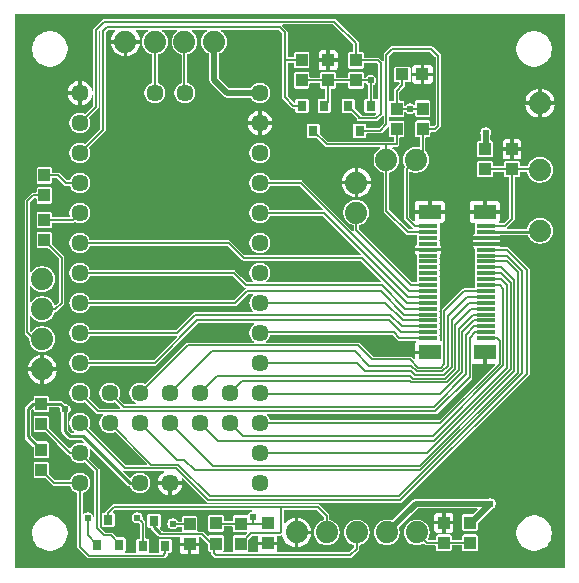
<source format=gbr>
%TF.GenerationSoftware,KiCad,Pcbnew,9.0.2*%
%TF.CreationDate,2025-07-11T21:06:48+12:00*%
%TF.ProjectId,T61,5436312e-6b69-4636-9164-5f7063625858,rev?*%
%TF.SameCoordinates,Original*%
%TF.FileFunction,Copper,L1,Top*%
%TF.FilePolarity,Positive*%
%FSLAX46Y46*%
G04 Gerber Fmt 4.6, Leading zero omitted, Abs format (unit mm)*
G04 Created by KiCad (PCBNEW 9.0.2) date 2025-07-11 21:06:48*
%MOMM*%
%LPD*%
G01*
G04 APERTURE LIST*
%TA.AperFunction,ComponentPad*%
%ADD10C,1.879600*%
%TD*%
%TA.AperFunction,SMDPad,CuDef*%
%ADD11R,0.800000X0.900000*%
%TD*%
%TA.AperFunction,SMDPad,CuDef*%
%ADD12R,1.000000X1.100000*%
%TD*%
%TA.AperFunction,SMDPad,CuDef*%
%ADD13R,1.650000X0.300000*%
%TD*%
%TA.AperFunction,SMDPad,CuDef*%
%ADD14R,1.950000X1.300000*%
%TD*%
%TA.AperFunction,ComponentPad*%
%ADD15C,1.447800*%
%TD*%
%TA.AperFunction,SMDPad,CuDef*%
%ADD16R,1.100000X1.000000*%
%TD*%
%TA.AperFunction,ViaPad*%
%ADD17C,0.604000*%
%TD*%
%TA.AperFunction,Conductor*%
%ADD18C,0.152400*%
%TD*%
%TA.AperFunction,Conductor*%
%ADD19C,0.254000*%
%TD*%
%TA.AperFunction,Conductor*%
%ADD20C,0.508000*%
%TD*%
G04 APERTURE END LIST*
D10*
%TO.P,J9,1*%
%TO.N,TP_CLK*%
X159186100Y-93903600D03*
%TD*%
D11*
%TO.P,Q4,1*%
%TO.N,3V*%
X132176100Y-126473600D03*
%TO.P,Q4,2*%
%TO.N,11*%
X134076100Y-126473600D03*
%TO.P,Q4,3*%
%TO.N,PAD_DATA*%
X133126100Y-124373600D03*
%TD*%
%TO.P,Q2,1*%
%TO.N,3V*%
X151436100Y-89333600D03*
%TO.P,Q2,2*%
%TO.N,1*%
X149536100Y-89333600D03*
%TO.P,Q2,3*%
%TO.N,TP_DATA*%
X150486100Y-91433600D03*
%TD*%
D10*
%TO.P,J3,1*%
%TO.N,RESET+*%
X169686100Y-94753600D03*
%TD*%
%TO.P,J13,1*%
%TO.N,GND*%
X134586100Y-83903600D03*
%TD*%
D12*
%TO.P,R3,1*%
%TO.N,0*%
X154116100Y-85473600D03*
%TO.P,R3,2*%
%TO.N,3V*%
X154116100Y-87173600D03*
%TD*%
%TO.P,R12,1*%
%TO.N,RESET-*%
X163756100Y-126323600D03*
%TO.P,R12,2*%
%TO.N,5V*%
X163756100Y-124623600D03*
%TD*%
%TO.P,R7,1*%
%TO.N,TP_CLK*%
X159756100Y-91273600D03*
%TO.P,R7,2*%
%TO.N,5V*%
X159756100Y-89573600D03*
%TD*%
D10*
%TO.P,J11,1*%
%TO.N,D+*%
X137086100Y-83903600D03*
%TD*%
D13*
%TO.P,J4,P$1*%
%TO.N,18*%
X160216100Y-109003600D03*
%TO.P,J4,P$2*%
%TO.N,15*%
X165156100Y-109003600D03*
%TO.P,J4,P$3*%
%TO.N,8*%
X160216100Y-108503600D03*
%TO.P,J4,P$4*%
%TO.N,9*%
X165156100Y-108503600D03*
%TO.P,J4,P$5*%
%TO.N,7*%
X160216100Y-108003600D03*
%TO.P,J4,P$6*%
%TO.N,33*%
X165156100Y-108003600D03*
%TO.P,J4,P$7*%
%TO.N,19*%
X160216100Y-107503600D03*
%TO.P,J4,P$8*%
%TO.N,16*%
X165156100Y-107503600D03*
%TO.P,J4,P$9*%
%TO.N,6*%
X160216100Y-107003600D03*
%TO.P,J4,P$10*%
%TO.N,25*%
X165156100Y-107003600D03*
%TO.P,J4,P$11*%
%TO.N,5*%
X160216100Y-106503600D03*
%TO.P,J4,P$12*%
%TO.N,27*%
X165156100Y-106503600D03*
%TO.P,J4,P$13*%
%TO.N,4*%
X160216100Y-106003600D03*
%TO.P,J4,P$14*%
%TO.N,17*%
X165156100Y-106003600D03*
%TO.P,J4,P$15*%
%TO.N,22*%
X160216100Y-105503600D03*
%TO.P,J4,P$16*%
%TO.N,29*%
X165156100Y-105503600D03*
%TO.P,J4,P$17*%
%TO.N,23*%
X160216100Y-105003600D03*
%TO.P,J4,P$18*%
%TO.N,31*%
X165156100Y-105003600D03*
%TO.P,J4,P$19*%
%TO.N,ON*%
X160216100Y-104503600D03*
%TO.P,J4,P$20*%
%TO.N,24*%
X165156100Y-104503600D03*
%TO.P,J4,P$21*%
%TO.N,N/C*%
X160216100Y-104003600D03*
%TO.P,J4,P$22*%
%TO.N,26*%
X165156100Y-104003600D03*
%TO.P,J4,P$23*%
%TO.N,N/C*%
X160216100Y-103503600D03*
%TO.P,J4,P$24*%
%TO.N,14*%
X165156100Y-103503600D03*
%TO.P,J4,P$25*%
%TO.N,N/C*%
X160216100Y-103003600D03*
%TO.P,J4,P$26*%
%TO.N,28*%
X165156100Y-103003600D03*
%TO.P,J4,P$27*%
%TO.N,N/C*%
X160216100Y-102503600D03*
%TO.P,J4,P$28*%
%TO.N,30*%
X165156100Y-102503600D03*
%TO.P,J4,P$29*%
%TO.N,N/C*%
X160216100Y-102003600D03*
%TO.P,J4,P$30*%
%TO.N,32*%
X165156100Y-102003600D03*
%TO.P,J4,P$31*%
%TO.N,GND*%
X160216100Y-101503600D03*
%TO.P,J4,P$32*%
%TO.N,10*%
X165156100Y-101503600D03*
%TO.P,J4,P$33*%
%TO.N,N/C*%
X160216100Y-101003600D03*
%TO.P,J4,P$34*%
%TO.N,GND*%
X165156100Y-101003600D03*
%TO.P,J4,P$35*%
%TO.N,N/C*%
X160216100Y-100503600D03*
%TO.P,J4,P$36*%
%TO.N,GND*%
X165156100Y-100503600D03*
%TO.P,J4,P$37*%
%TO.N,TP_DATA*%
X160216100Y-100003600D03*
%TO.P,J4,P$38*%
%TO.N,5V*%
X165156100Y-100003600D03*
%TO.P,J4,P$39*%
%TO.N,TP_CLK*%
X160216100Y-99503600D03*
%TO.P,J4,P$40*%
%TO.N,RESET+*%
X165156100Y-99503600D03*
D14*
%TO.P,J4,TAB1*%
%TO.N,GND*%
X160356100Y-110203600D03*
%TO.P,J4,TAB2*%
X165006100Y-110203600D03*
%TO.P,J4,TAB3*%
X160356100Y-98303600D03*
%TO.P,J4,TAB4*%
X165006100Y-98303600D03*
%TD*%
D12*
%TO.P,R8,1*%
%TO.N,TP_DATA*%
X157556100Y-91283600D03*
%TO.P,R8,2*%
%TO.N,5V*%
X157556100Y-89583600D03*
%TD*%
%TO.P,C4,1*%
%TO.N,3V*%
X140026100Y-124763600D03*
%TO.P,C4,2*%
%TO.N,GND*%
X140026100Y-126463600D03*
%TD*%
%TO.P,R1,1*%
%TO.N,2*%
X127716100Y-95213600D03*
%TO.P,R1,2*%
%TO.N,CAPS_LOCK*%
X127716100Y-96913600D03*
%TD*%
D10*
%TO.P,J10,1*%
%TO.N,TP_DATA*%
X156686100Y-93903600D03*
%TD*%
%TO.P,J5,1*%
%TO.N,GND*%
X149086100Y-125453600D03*
%TO.P,J5,2*%
%TO.N,PAD_DATA*%
X151626100Y-125453600D03*
%TO.P,J5,3*%
%TO.N,PAD_CLOCK*%
X154166100Y-125453600D03*
%TO.P,J5,4*%
%TO.N,5V*%
X156706100Y-125453600D03*
%TO.P,J5,5*%
%TO.N,RESET-*%
X159246100Y-125453600D03*
%TD*%
%TO.P,J2,1*%
%TO.N,GND*%
X154136100Y-95823600D03*
%TO.P,J2,2*%
%TO.N,ON*%
X154136100Y-98363600D03*
%TD*%
D12*
%TO.P,C2,1*%
%TO.N,RESET-*%
X161546100Y-126323600D03*
%TO.P,C2,2*%
%TO.N,GND*%
X161546100Y-124623600D03*
%TD*%
D10*
%TO.P,J8,1*%
%TO.N,GND*%
X169686100Y-89103600D03*
%TD*%
%TO.P,J7,1*%
%TO.N,5V*%
X169686100Y-99903600D03*
%TD*%
D12*
%TO.P,C6,1*%
%TO.N,3V*%
X151746100Y-87163600D03*
%TO.P,C6,2*%
%TO.N,GND*%
X151746100Y-85463600D03*
%TD*%
%TO.P,R11,1*%
%TO.N,GND*%
X167316100Y-92993600D03*
%TO.P,R11,2*%
%TO.N,RESET+*%
X167316100Y-94693600D03*
%TD*%
D15*
%TO.P,U1,0*%
%TO.N,0*%
X130726100Y-90783600D03*
%TO.P,U1,1*%
%TO.N,1*%
X130726100Y-93323600D03*
%TO.P,U1,2*%
%TO.N,2*%
X130726100Y-95863600D03*
%TO.P,U1,3*%
%TO.N,3*%
X130726100Y-98403600D03*
%TO.P,U1,3V*%
%TO.N,3V*%
X145966100Y-93323600D03*
%TO.P,U1,3V1*%
X135806100Y-121263600D03*
%TO.P,U1,4*%
%TO.N,4*%
X130726100Y-100943600D03*
%TO.P,U1,5*%
%TO.N,5*%
X130726100Y-103483600D03*
%TO.P,U1,5V*%
%TO.N,5V*%
X145966100Y-88243600D03*
%TO.P,U1,6*%
%TO.N,6*%
X130726100Y-106023600D03*
%TO.P,U1,7*%
%TO.N,7*%
X130726100Y-108563600D03*
%TO.P,U1,8*%
%TO.N,8*%
X130726100Y-111103600D03*
%TO.P,U1,9*%
%TO.N,9*%
X130726100Y-113643600D03*
%TO.P,U1,10*%
%TO.N,10*%
X130726100Y-116183600D03*
%TO.P,U1,11*%
%TO.N,11*%
X130726100Y-118723600D03*
%TO.P,U1,12*%
%TO.N,12*%
X130726100Y-121263600D03*
%TO.P,U1,13*%
%TO.N,13*%
X145966100Y-121263600D03*
%TO.P,U1,14*%
%TO.N,14*%
X145966100Y-118723600D03*
%TO.P,U1,15*%
%TO.N,15*%
X145966100Y-116183600D03*
%TO.P,U1,16*%
%TO.N,16*%
X145966100Y-113643600D03*
%TO.P,U1,17*%
%TO.N,17*%
X145966100Y-111103600D03*
%TO.P,U1,18*%
%TO.N,18*%
X145966100Y-108563600D03*
%TO.P,U1,19*%
%TO.N,19*%
X145966100Y-106023600D03*
%TO.P,U1,20*%
%TO.N,20*%
X145966100Y-103483600D03*
%TO.P,U1,21*%
%TO.N,21*%
X145966100Y-100943600D03*
%TO.P,U1,22*%
%TO.N,22*%
X145966100Y-98403600D03*
%TO.P,U1,23*%
%TO.N,23*%
X145966100Y-95863600D03*
%TO.P,U1,24*%
%TO.N,24*%
X143426100Y-116183600D03*
%TO.P,U1,25*%
%TO.N,25*%
X143426100Y-113643600D03*
%TO.P,U1,26*%
%TO.N,26*%
X140886100Y-116183600D03*
%TO.P,U1,27*%
%TO.N,27*%
X140886100Y-113643600D03*
%TO.P,U1,28*%
%TO.N,28*%
X138346100Y-116183600D03*
%TO.P,U1,29*%
%TO.N,29*%
X138346100Y-113643600D03*
%TO.P,U1,30*%
%TO.N,30*%
X135806100Y-116183600D03*
%TO.P,U1,31*%
%TO.N,31*%
X135806100Y-113643600D03*
%TO.P,U1,32*%
%TO.N,32*%
X133266100Y-116183600D03*
%TO.P,U1,33*%
%TO.N,33*%
X133266100Y-113643600D03*
%TO.P,U1,D+*%
%TO.N,D+*%
X137076100Y-88243600D03*
%TO.P,U1,D-*%
%TO.N,D-*%
X139616100Y-88243600D03*
%TO.P,U1,GND1*%
%TO.N,GND*%
X130726100Y-88243600D03*
%TO.P,U1,GND2*%
X145966100Y-90783600D03*
%TO.P,U1,GND3*%
X138346100Y-121263600D03*
%TD*%
D10*
%TO.P,J1,1*%
%TO.N,GND*%
X127536100Y-111633600D03*
%TO.P,J1,2*%
%TO.N,CAPS_LOCK*%
X127536100Y-109093600D03*
%TO.P,J1,3*%
%TO.N,NUM_LOCK*%
X127536100Y-106553600D03*
%TO.P,J1,4*%
%TO.N,3V*%
X127536100Y-104013600D03*
%TD*%
D12*
%TO.P,R5,1*%
%TO.N,12*%
X127456100Y-120153600D03*
%TO.P,R5,2*%
%TO.N,3V*%
X127456100Y-118453600D03*
%TD*%
%TO.P,C1,1*%
%TO.N,5V*%
X165026100Y-92993600D03*
%TO.P,C1,2*%
%TO.N,RESET+*%
X165026100Y-94693600D03*
%TD*%
%TO.P,R4,1*%
%TO.N,1*%
X149516100Y-85463600D03*
%TO.P,R4,2*%
%TO.N,3V*%
X149516100Y-87163600D03*
%TD*%
D11*
%TO.P,Q1,1*%
%TO.N,3V*%
X155356100Y-89333600D03*
%TO.P,Q1,2*%
%TO.N,0*%
X153456100Y-89333600D03*
%TO.P,Q1,3*%
%TO.N,TP_CLK*%
X154406100Y-91433600D03*
%TD*%
D12*
%TO.P,C3,1*%
%TO.N,5V*%
X146626100Y-124673600D03*
%TO.P,C3,2*%
%TO.N,GND*%
X146626100Y-126373600D03*
%TD*%
%TO.P,R10,1*%
%TO.N,PAD_DATA*%
X144346100Y-126403600D03*
%TO.P,R10,2*%
%TO.N,5V*%
X144346100Y-124703600D03*
%TD*%
%TO.P,R6,1*%
%TO.N,11*%
X127456100Y-116263600D03*
%TO.P,R6,2*%
%TO.N,3V*%
X127456100Y-114563600D03*
%TD*%
D11*
%TO.P,Q3,1*%
%TO.N,3V*%
X136056100Y-126573600D03*
%TO.P,Q3,2*%
%TO.N,12*%
X137956100Y-126573600D03*
%TO.P,Q3,3*%
%TO.N,PAD_CLOCK*%
X137006100Y-124473600D03*
%TD*%
D10*
%TO.P,J12,1*%
%TO.N,D-*%
X139586100Y-83903600D03*
%TD*%
D12*
%TO.P,R2,1*%
%TO.N,3*%
X127716100Y-99003600D03*
%TO.P,R2,2*%
%TO.N,NUM_LOCK*%
X127716100Y-100703600D03*
%TD*%
D16*
%TO.P,C5,1*%
%TO.N,5V*%
X158036100Y-86663600D03*
%TO.P,C5,2*%
%TO.N,GND*%
X159736100Y-86663600D03*
%TD*%
D10*
%TO.P,J6,1*%
%TO.N,5V*%
X142086100Y-83903600D03*
%TD*%
D12*
%TO.P,R9,1*%
%TO.N,PAD_CLOCK*%
X142246100Y-126393600D03*
%TO.P,R9,2*%
%TO.N,5V*%
X142246100Y-124693600D03*
%TD*%
D17*
%TO.N,5V*%
X165486100Y-123003600D03*
X165086100Y-91603600D03*
X158686100Y-89573600D03*
X145386100Y-124103600D03*
%TO.N,3V*%
X135586100Y-124203600D03*
X129486100Y-115003600D03*
X138586100Y-124703600D03*
X131386100Y-124203600D03*
X155356100Y-87173600D03*
%TO.N,GND*%
X155686100Y-127203600D03*
X136586100Y-109903600D03*
X145186100Y-84203600D03*
X141186100Y-127403600D03*
X157486100Y-95903600D03*
X143786100Y-98903600D03*
X126886100Y-93603600D03*
X155086100Y-82803600D03*
X157586100Y-109903600D03*
X162786100Y-89603600D03*
X133486100Y-121403600D03*
X166386100Y-117703600D03*
X136086100Y-96703600D03*
X135986100Y-91403600D03*
X133886100Y-118003600D03*
X126886100Y-121903600D03*
X169786100Y-109403600D03*
X164486100Y-112003600D03*
X159786100Y-85303600D03*
X142086100Y-102203600D03*
X162986100Y-83703600D03*
X136186100Y-107303600D03*
X162086100Y-122103600D03*
X167786100Y-89603600D03*
X142586100Y-108703600D03*
X142286100Y-104703600D03*
X169786100Y-118203600D03*
X160286100Y-123803600D03*
X131086100Y-82703600D03*
X141186100Y-91303600D03*
X152886100Y-84303600D03*
%TD*%
D18*
%TO.N,TP_CLK*%
X159186100Y-93903600D02*
X158386100Y-94703600D01*
X156686100Y-90903600D02*
X156686100Y-85003600D01*
X158386100Y-94703600D02*
X158386100Y-98803600D01*
X161086100Y-91003600D02*
X161086100Y-85103600D01*
X159756100Y-91273600D02*
X159756100Y-93333600D01*
X161086100Y-85103600D02*
X160486100Y-84503600D01*
X156686100Y-85003600D02*
X157186100Y-84503600D01*
X161086100Y-91003600D02*
X160786100Y-91303600D01*
X156156100Y-91433600D02*
X156686100Y-90903600D01*
X154406100Y-91433600D02*
X156156100Y-91433600D01*
X160216100Y-99503600D02*
X159086100Y-99503600D01*
X160786100Y-91303600D02*
X159786100Y-91303600D01*
X158386100Y-98803600D02*
X159086100Y-99503600D01*
X157186100Y-84503600D02*
X160486100Y-84503600D01*
X159786100Y-91303600D02*
X159756100Y-91273600D01*
X159756100Y-93333600D02*
X159186100Y-93903600D01*
%TO.N,TP_DATA*%
X158486100Y-100003600D02*
X160216100Y-100003600D01*
X151656100Y-92603600D02*
X156686100Y-92603600D01*
X157556100Y-92533600D02*
X157556100Y-91283600D01*
X157486100Y-92603600D02*
X157556100Y-92533600D01*
X156686100Y-93903600D02*
X156686100Y-98203600D01*
X156686100Y-93903600D02*
X156686100Y-92603600D01*
X150486100Y-91433600D02*
X151656100Y-92603600D01*
X156686100Y-98203600D02*
X158486100Y-100003600D01*
X156686100Y-92603600D02*
X157486100Y-92603600D01*
%TO.N,5V*%
X145386100Y-124703600D02*
X144346100Y-124703600D01*
D19*
X169586100Y-100003600D02*
X169686100Y-99903600D01*
D18*
X144346100Y-124703600D02*
X142256100Y-124703600D01*
X158686100Y-89573600D02*
X157566100Y-89573600D01*
X146626100Y-124673600D02*
X146596100Y-124703600D01*
X159756100Y-89573600D02*
X158686100Y-89573600D01*
D20*
X145966100Y-88243600D02*
X143226100Y-88243600D01*
D18*
X142256100Y-124703600D02*
X142246100Y-124693600D01*
X157556100Y-89583600D02*
X157556100Y-88033600D01*
D20*
X159156100Y-123003600D02*
X156706100Y-125453600D01*
X165486100Y-123003600D02*
X159156100Y-123003600D01*
D18*
X157556100Y-88033600D02*
X158036100Y-87553600D01*
X157566100Y-89573600D02*
X157556100Y-89583600D01*
D20*
X165486100Y-123003600D02*
X163866100Y-124623600D01*
D18*
X163786100Y-124623600D02*
X163756100Y-124623600D01*
D20*
X165086100Y-91603600D02*
X165086100Y-92933600D01*
D18*
X145386100Y-124703600D02*
X145386100Y-124103600D01*
D20*
X142086100Y-87103600D02*
X142086100Y-83903600D01*
D18*
X158036100Y-87553600D02*
X158036100Y-86663600D01*
D20*
X143226100Y-88243600D02*
X142086100Y-87103600D01*
D19*
X165156100Y-100003600D02*
X169586100Y-100003600D01*
X163866100Y-124623600D02*
X163786100Y-124623600D01*
X165086100Y-92933600D02*
X165026100Y-92993600D01*
D18*
X146596100Y-124703600D02*
X145386100Y-124703600D01*
D19*
%TO.N,3V*%
X135806100Y-121263600D02*
X134946100Y-121263600D01*
X127456100Y-118453600D02*
X126329100Y-117326600D01*
D18*
X140026100Y-124763600D02*
X139386100Y-124763600D01*
D19*
X129886100Y-117303600D02*
X129436100Y-116853600D01*
D18*
X151746100Y-89023600D02*
X151746100Y-87163600D01*
X154116100Y-87173600D02*
X155356100Y-87173600D01*
X151436100Y-89333600D02*
X151746100Y-89023600D01*
X151746100Y-87163600D02*
X154106100Y-87163600D01*
D19*
X134946100Y-121263600D02*
X130986100Y-117303600D01*
D18*
X138646100Y-124763600D02*
X138586100Y-124703600D01*
X155356100Y-89333600D02*
X155356100Y-87173600D01*
X139386100Y-124763600D02*
X139326100Y-124763600D01*
D19*
X129046100Y-114563600D02*
X129436100Y-114953600D01*
X127456100Y-114563600D02*
X129046100Y-114563600D01*
X129436100Y-116853600D02*
X129436100Y-114953600D01*
D18*
X131386100Y-125683600D02*
X131386100Y-124203600D01*
D19*
X126769100Y-114563600D02*
X127456100Y-114563600D01*
X126329100Y-115003600D02*
X126769100Y-114563600D01*
X130986100Y-117303600D02*
X129886100Y-117303600D01*
D18*
X149516100Y-87163600D02*
X151746100Y-87163600D01*
X132176100Y-126473600D02*
X131386100Y-125683600D01*
X136056100Y-126573600D02*
X136056100Y-124673600D01*
D19*
X126329100Y-117326600D02*
X126329100Y-115003600D01*
X129436100Y-114953600D02*
X129486100Y-115003600D01*
D18*
X154106100Y-87163600D02*
X154116100Y-87173600D01*
X139326100Y-124763600D02*
X138646100Y-124763600D01*
X136056100Y-124673600D02*
X135586100Y-124203600D01*
D19*
%TO.N,GND*%
X163586100Y-100503600D02*
X163586100Y-98203600D01*
X165156100Y-100503600D02*
X163586100Y-100503600D01*
X166786100Y-100503600D02*
X166786100Y-101003600D01*
X165156100Y-101003600D02*
X163586100Y-101003600D01*
X166786100Y-101003600D02*
X165156100Y-101003600D01*
X165156100Y-100503600D02*
X166786100Y-100503600D01*
X163586100Y-98203600D02*
X165226100Y-98203600D01*
D18*
X159736100Y-86663600D02*
X159736100Y-85303600D01*
D19*
X163586100Y-101003600D02*
X163586100Y-100503600D01*
X165226100Y-98203600D02*
X165006100Y-98303600D01*
D18*
X159736100Y-85303600D02*
X159786100Y-85303600D01*
%TO.N,PAD_CLOCK*%
X142246100Y-127360600D02*
X153629100Y-127360600D01*
D19*
X137006100Y-125023600D02*
X137486100Y-125503600D01*
D18*
X142086100Y-127200600D02*
X142086100Y-126393600D01*
X153629100Y-127360600D02*
X154166100Y-126823600D01*
X154166100Y-126823600D02*
X154166100Y-125453600D01*
X141086100Y-125603600D02*
X141876100Y-126393600D01*
X141876100Y-126393600D02*
X142086100Y-126393600D01*
X137586100Y-125603600D02*
X141086100Y-125603600D01*
X137486100Y-125503600D02*
X137586100Y-125603600D01*
X142086100Y-126393600D02*
X142246100Y-126393600D01*
D19*
X137006100Y-124473600D02*
X137006100Y-125023600D01*
D18*
X142246100Y-127360600D02*
X142086100Y-127200600D01*
%TO.N,PAD_DATA*%
X147686100Y-125503600D02*
X147786100Y-125403600D01*
X150886100Y-123303600D02*
X151626100Y-124043600D01*
X151626100Y-124043600D02*
X151626100Y-125453600D01*
X145246100Y-125503600D02*
X147686100Y-125503600D01*
X147786100Y-125403600D02*
X147786100Y-123303600D01*
X144346100Y-126403600D02*
X145246100Y-125503600D01*
X147786100Y-123303600D02*
X150886100Y-123303600D01*
X133586100Y-123303600D02*
X147786100Y-123303600D01*
X133126100Y-123763600D02*
X133586100Y-123303600D01*
X133126100Y-124373600D02*
X133126100Y-123763600D01*
%TO.N,12*%
X137786100Y-127403600D02*
X137956100Y-127233600D01*
X131486100Y-127403600D02*
X137786100Y-127403600D01*
X137956100Y-127233600D02*
X137956100Y-126573600D01*
X130726100Y-121263600D02*
X130726100Y-126643600D01*
X127456100Y-120153600D02*
X128566100Y-121263600D01*
X130726100Y-126643600D02*
X131486100Y-127403600D01*
X128566100Y-121263600D02*
X130726100Y-121263600D01*
%TO.N,11*%
X127456100Y-116263600D02*
X129916100Y-118723600D01*
X132786100Y-125703600D02*
X133386100Y-125703600D01*
X132186100Y-120183600D02*
X132186100Y-125103600D01*
X132186100Y-125103600D02*
X132786100Y-125703600D01*
X130726100Y-118723600D02*
X132186100Y-120183600D01*
X134076100Y-126393600D02*
X134076100Y-126473600D01*
X129916100Y-118723600D02*
X130726100Y-118723600D01*
X133386100Y-125703600D02*
X134076100Y-126393600D01*
%TO.N,1*%
X147646100Y-82663600D02*
X148086100Y-83103600D01*
X148816100Y-89333600D02*
X148086100Y-88603600D01*
X130726100Y-93323600D02*
X132686100Y-91363600D01*
X148086100Y-85463600D02*
X149516100Y-85463600D01*
X149536100Y-89333600D02*
X148816100Y-89333600D01*
X133026100Y-82663600D02*
X147646100Y-82663600D01*
X132686100Y-83003600D02*
X133026100Y-82663600D01*
X148086100Y-88603600D02*
X148086100Y-85463600D01*
X148086100Y-83103600D02*
X148086100Y-85463600D01*
X132686100Y-91363600D02*
X132686100Y-83003600D01*
%TO.N,0*%
X156186100Y-90003600D02*
X156186100Y-85703600D01*
X154116100Y-84033600D02*
X152286100Y-82203600D01*
X154386100Y-90403600D02*
X155786100Y-90403600D01*
X154386100Y-90263600D02*
X154386100Y-90403600D01*
X132086100Y-82903600D02*
X132086100Y-89423600D01*
X156186100Y-85703600D02*
X155956100Y-85473600D01*
X155956100Y-85473600D02*
X154116100Y-85473600D01*
X153456100Y-89333600D02*
X154386100Y-90263600D01*
X152286100Y-82203600D02*
X132786100Y-82203600D01*
X132786100Y-82203600D02*
X132086100Y-82903600D01*
X130726100Y-90783600D02*
X132086100Y-89423600D01*
X155786100Y-90403600D02*
X156186100Y-90003600D01*
X154116100Y-85473600D02*
X154116100Y-84033600D01*
%TO.N,D-*%
X139586100Y-88213600D02*
X139616100Y-88243600D01*
X139586100Y-83903600D02*
X139586100Y-88213600D01*
%TO.N,D+*%
X137086100Y-88233600D02*
X137076100Y-88243600D01*
X137086100Y-83903600D02*
X137086100Y-88233600D01*
%TO.N,6*%
X130726100Y-106023600D02*
X143866100Y-106023600D01*
X144886100Y-105003600D02*
X143866100Y-106023600D01*
X160216100Y-107003600D02*
X158186100Y-107003600D01*
X158186100Y-107003600D02*
X156186100Y-105003600D01*
X156186100Y-105003600D02*
X144886100Y-105003600D01*
%TO.N,14*%
X160097156Y-118723600D02*
X145966100Y-118723600D01*
X167195700Y-111625057D02*
X160097156Y-118723600D01*
X165156100Y-103503600D02*
X166386100Y-103503600D01*
X167195700Y-104313200D02*
X167195700Y-111625057D01*
X166386100Y-103503600D02*
X167195700Y-104313200D01*
%TO.N,RESET-*%
X163756100Y-126323600D02*
X161546100Y-126323600D01*
X160116100Y-126323600D02*
X159246100Y-125453600D01*
X161546100Y-126323600D02*
X160116100Y-126323600D01*
%TO.N,RESET+*%
X167316100Y-94693600D02*
X165026100Y-94693600D01*
X167316100Y-98873600D02*
X167316100Y-94693600D01*
X165156100Y-99503600D02*
X166686100Y-99503600D01*
X167316100Y-94693600D02*
X169527462Y-94693600D01*
X169527462Y-94693600D02*
X169686100Y-94753600D01*
X166686100Y-99503600D02*
X167316100Y-98873600D01*
%TO.N,NUM_LOCK*%
X128636100Y-106553600D02*
X127536100Y-106553600D01*
X127716100Y-100703600D02*
X129186100Y-102173600D01*
X129186100Y-106003600D02*
X128636100Y-106553600D01*
X129186100Y-102173600D02*
X129186100Y-106003600D01*
%TO.N,CAPS_LOCK*%
X126278300Y-108495800D02*
X126876100Y-109093600D01*
X126876100Y-109093600D02*
X127536100Y-109093600D01*
X126278300Y-97403600D02*
X126278300Y-108495800D01*
X127716100Y-96913600D02*
X126768300Y-96913600D01*
X126768300Y-96913600D02*
X126278300Y-97403600D01*
%TO.N,ON*%
X154136100Y-98363600D02*
X154136100Y-99826888D01*
X154136100Y-99826888D02*
X158791412Y-104482200D01*
X158791412Y-104482200D02*
X159914700Y-104482200D01*
X160216100Y-104503600D02*
X159914700Y-104482200D01*
%TO.N,2*%
X128896100Y-95213600D02*
X127716100Y-95213600D01*
X130726100Y-95863600D02*
X129546100Y-95863600D01*
X129546100Y-95863600D02*
X128896100Y-95213600D01*
%TO.N,3*%
X130726100Y-98403600D02*
X130126100Y-99003600D01*
X130126100Y-99003600D02*
X127716100Y-99003600D01*
%TO.N,4*%
X154586100Y-102203600D02*
X158386100Y-106003600D01*
X130726100Y-100943600D02*
X143326100Y-100943600D01*
X158386100Y-106003600D02*
X160216100Y-106003600D01*
X143326100Y-100943600D02*
X144586100Y-102203600D01*
X144586100Y-102203600D02*
X154586100Y-102203600D01*
%TO.N,5*%
X143766100Y-103483600D02*
X144786100Y-104503600D01*
X130726100Y-103483600D02*
X143766100Y-103483600D01*
X156286100Y-104503600D02*
X147786100Y-104503600D01*
X144786100Y-104503600D02*
X147686100Y-104503600D01*
X147686100Y-104503600D02*
X147786100Y-104503600D01*
X158286100Y-106503600D02*
X156286100Y-104503600D01*
X160216100Y-106503600D02*
X158286100Y-106503600D01*
%TO.N,7*%
X140486100Y-107003600D02*
X138926100Y-108563600D01*
X156986100Y-107003600D02*
X140486100Y-107003600D01*
X160216100Y-108003600D02*
X157986100Y-108003600D01*
X130726100Y-108563600D02*
X138926100Y-108563600D01*
X157986100Y-108003600D02*
X156986100Y-107003600D01*
%TO.N,8*%
X160216100Y-108503600D02*
X157886100Y-108503600D01*
X157886100Y-108503600D02*
X156886100Y-107503600D01*
X140686100Y-107503600D02*
X137086100Y-111103600D01*
X156886100Y-107503600D02*
X140686100Y-107503600D01*
X130726100Y-111103600D02*
X137086100Y-111103600D01*
%TO.N,9*%
X163719700Y-108970000D02*
X163719700Y-112287394D01*
X160803493Y-115203600D02*
X132286100Y-115203600D01*
X163719700Y-112287394D02*
X160803493Y-115203600D01*
X165156100Y-108503600D02*
X164186100Y-108503600D01*
X164186100Y-108503600D02*
X163719700Y-108970000D01*
X132286100Y-115203600D02*
X130726100Y-113643600D01*
%TO.N,10*%
X138886100Y-120003600D02*
X141590900Y-122708400D01*
X134546100Y-120003600D02*
X138886100Y-120003600D01*
X166886100Y-101503600D02*
X168586100Y-103203600D01*
X168586100Y-111996769D02*
X157874468Y-122708400D01*
X130726100Y-116183600D02*
X134546100Y-120003600D01*
X165156100Y-101503600D02*
X166886100Y-101503600D01*
X168586100Y-103203600D02*
X168586100Y-111996769D01*
X157874468Y-122708400D02*
X141590900Y-122708400D01*
%TO.N,15*%
X166281300Y-111156850D02*
X166281300Y-109203600D01*
X161254550Y-116183600D02*
X166281300Y-111156850D01*
X166281300Y-109203600D02*
X166081300Y-109003600D01*
X166081300Y-109003600D02*
X165156100Y-109003600D01*
X145966100Y-116183600D02*
X161254550Y-116183600D01*
%TO.N,16*%
X161241381Y-113703600D02*
X146026100Y-113703600D01*
X163110100Y-108479600D02*
X163110100Y-111834882D01*
X146026100Y-113703600D02*
X145966100Y-113643600D01*
X163110100Y-111834882D02*
X161241381Y-113703600D01*
X165156100Y-107503600D02*
X164086100Y-107503600D01*
X164086100Y-107503600D02*
X163110100Y-108479600D01*
%TO.N,17*%
X162195700Y-111456113D02*
X161538612Y-112113200D01*
X159095700Y-112113200D02*
X158786100Y-111803600D01*
X162195700Y-107494000D02*
X162195700Y-111456113D01*
X161538612Y-112113200D02*
X159095700Y-112113200D01*
X163686100Y-106003600D02*
X162195700Y-107494000D01*
X154886100Y-111803600D02*
X154186100Y-111103600D01*
X165156100Y-106003600D02*
X163686100Y-106003600D01*
X158786100Y-111803600D02*
X154886100Y-111803600D01*
X154186100Y-111103600D02*
X145966100Y-111103600D01*
%TO.N,18*%
X160216100Y-109003600D02*
X157786100Y-109003600D01*
X146026100Y-108503600D02*
X145966100Y-108563600D01*
X157786100Y-109003600D02*
X157286100Y-108503600D01*
X157286100Y-108503600D02*
X146026100Y-108503600D01*
%TO.N,19*%
X158086100Y-107503600D02*
X156586100Y-106003600D01*
X156586100Y-106003600D02*
X147886100Y-106003600D01*
X145966100Y-106023600D02*
X147866100Y-106023600D01*
X160216100Y-107503600D02*
X158086100Y-107503600D01*
X147886100Y-106003600D02*
X147866100Y-106023600D01*
%TO.N,22*%
X151386100Y-98403600D02*
X158486100Y-105503600D01*
X158486100Y-105503600D02*
X160216100Y-105503600D01*
X145966100Y-98403600D02*
X151386100Y-98403600D01*
%TO.N,23*%
X158586100Y-105003600D02*
X149446100Y-95863600D01*
X149446100Y-95863600D02*
X145966100Y-95863600D01*
X160216100Y-105003600D02*
X158586100Y-105003600D01*
%TO.N,24*%
X144546100Y-117303600D02*
X143426100Y-116183600D01*
X166286100Y-104503600D02*
X166586100Y-104803600D01*
X166586100Y-104803600D02*
X166586100Y-111303600D01*
X165156100Y-104503600D02*
X166286100Y-104503600D01*
X160586100Y-117303600D02*
X144546100Y-117303600D01*
X166586100Y-111303600D02*
X160586100Y-117303600D01*
%TO.N,25*%
X158774243Y-112722800D02*
X158655043Y-112603600D01*
X165156100Y-107003600D02*
X164005300Y-107003600D01*
X164005300Y-107003600D02*
X162805300Y-108203600D01*
X158655043Y-112603600D02*
X144466100Y-112603600D01*
X161791125Y-112722800D02*
X158774243Y-112722800D01*
X144466100Y-112603600D02*
X143426100Y-113643600D01*
X162805300Y-111708625D02*
X161791125Y-112722800D01*
X162805300Y-108203600D02*
X162805300Y-111708625D01*
%TO.N,26*%
X166890900Y-111498800D02*
X166890900Y-104508400D01*
X166386100Y-104003600D02*
X165156100Y-104003600D01*
X142406100Y-117703600D02*
X160686100Y-117703600D01*
X166890900Y-104508400D02*
X166386100Y-104003600D01*
X160686100Y-117703600D02*
X166890900Y-111498800D01*
X140886100Y-116183600D02*
X142406100Y-117703600D01*
%TO.N,27*%
X162500500Y-111582369D02*
X161664868Y-112418000D01*
X162500500Y-107889200D02*
X162500500Y-111582369D01*
X158900500Y-112418000D02*
X158686100Y-112203600D01*
X165156100Y-106503600D02*
X163886100Y-106503600D01*
X163886100Y-106503600D02*
X162500500Y-107889200D01*
X158686100Y-112203600D02*
X142326100Y-112203600D01*
X161664868Y-112418000D02*
X158900500Y-112418000D01*
X142326100Y-112203600D02*
X140886100Y-113643600D01*
%TO.N,28*%
X166386100Y-103003600D02*
X167500500Y-104118000D01*
X141966100Y-119803600D02*
X138346100Y-116183600D01*
X167500500Y-111789200D02*
X159486100Y-119803600D01*
X159486100Y-119803600D02*
X141966100Y-119803600D01*
X165156100Y-103003600D02*
X166386100Y-103003600D01*
X167500500Y-104118000D02*
X167500500Y-111789200D01*
%TO.N,29*%
X161890900Y-111329857D02*
X161412356Y-111808400D01*
X161890900Y-107098800D02*
X161890900Y-111329857D01*
X155201628Y-111319129D02*
X153986100Y-110103600D01*
X161412356Y-111808400D02*
X159259843Y-111808400D01*
X141886100Y-110103600D02*
X138346100Y-113643600D01*
X159259843Y-111808400D02*
X158770571Y-111319129D01*
X165156100Y-105503600D02*
X163486100Y-105503600D01*
X158770571Y-111319129D02*
X155201628Y-111319129D01*
X153986100Y-110103600D02*
X141886100Y-110103600D01*
X163486100Y-105503600D02*
X161890900Y-107098800D01*
%TO.N,30*%
X159517156Y-120203600D02*
X167805300Y-111915457D01*
X135806100Y-116183600D02*
X138926100Y-119303600D01*
X139586100Y-119303600D02*
X140486100Y-120203600D01*
X140486100Y-120203600D02*
X159517156Y-120203600D01*
X167805300Y-111915457D02*
X167805300Y-103422800D01*
X138926100Y-119303600D02*
X139586100Y-119303600D01*
X167805300Y-103422800D02*
X166886100Y-102503600D01*
X166886100Y-102503600D02*
X165156100Y-102503600D01*
%TO.N,31*%
X139846100Y-109603600D02*
X135806100Y-113643600D01*
X163286100Y-105003600D02*
X161586100Y-106703600D01*
X161586100Y-106703600D02*
X161586100Y-111203600D01*
X161586100Y-111203600D02*
X161286100Y-111503600D01*
X154286100Y-109603600D02*
X139846100Y-109603600D01*
X165156100Y-105003600D02*
X163286100Y-105003600D01*
X161286100Y-111503600D02*
X159386100Y-111503600D01*
X159386100Y-111503600D02*
X158686100Y-110803600D01*
X155486100Y-110803600D02*
X154286100Y-109603600D01*
X158686100Y-110803600D02*
X155486100Y-110803600D01*
%TO.N,32*%
X139012356Y-119698800D02*
X141717156Y-122403600D01*
X133266100Y-116183600D02*
X136781300Y-119698800D01*
X157748212Y-122403600D02*
X168186100Y-111965713D01*
X136781300Y-119698800D02*
X139012356Y-119698800D01*
X166886100Y-102003600D02*
X165156100Y-102003600D01*
X141717156Y-122403600D02*
X157748212Y-122403600D01*
X168186100Y-103303600D02*
X166886100Y-102003600D01*
X168186100Y-111965713D02*
X168186100Y-103303600D01*
%TO.N,33*%
X160672437Y-114803600D02*
X134426100Y-114803600D01*
X163414900Y-112061138D02*
X160672437Y-114803600D01*
X134426100Y-114803600D02*
X133266100Y-113643600D01*
X165156100Y-108003600D02*
X164114900Y-108003600D01*
X164114900Y-108003600D02*
X163414900Y-108703600D01*
X163414900Y-108703600D02*
X163414900Y-112061138D01*
%TD*%
%TA.AperFunction,Conductor*%
%TO.N,GND*%
G36*
X165139794Y-110221906D02*
G01*
X165158100Y-110266100D01*
X165158100Y-111157599D01*
X165805665Y-111157599D01*
X165849859Y-111175905D01*
X165868165Y-111220099D01*
X165849859Y-111264293D01*
X161177959Y-115936194D01*
X161133765Y-115954500D01*
X146862006Y-115954500D01*
X146817812Y-115936194D01*
X146804264Y-115915918D01*
X146790673Y-115883107D01*
X146743110Y-115768280D01*
X146647155Y-115624673D01*
X146561876Y-115539394D01*
X146543570Y-115495200D01*
X146561876Y-115451006D01*
X146606070Y-115432700D01*
X160849064Y-115432700D01*
X160873724Y-115422485D01*
X160873726Y-115422484D01*
X160873728Y-115422483D01*
X160933268Y-115397822D01*
X163913922Y-112417168D01*
X163913924Y-112417164D01*
X163948631Y-112333375D01*
X163948635Y-112333376D01*
X163948642Y-112333345D01*
X163948800Y-112332964D01*
X163948800Y-111220099D01*
X163967106Y-111175905D01*
X164011300Y-111157599D01*
X164854100Y-111157599D01*
X164854100Y-110266100D01*
X164872406Y-110221906D01*
X164916600Y-110203600D01*
X165095600Y-110203600D01*
X165139794Y-110221906D01*
G37*
%TD.AperFunction*%
%TA.AperFunction,Conductor*%
G36*
X157209509Y-108751006D02*
G01*
X157437424Y-108978920D01*
X157656326Y-109197822D01*
X157705651Y-109218252D01*
X157740529Y-109232700D01*
X157740530Y-109232700D01*
X157831670Y-109232700D01*
X159121191Y-109232700D01*
X159165385Y-109251006D01*
X159183691Y-109295200D01*
X159165385Y-109339394D01*
X159125957Y-109378821D01*
X159080048Y-109482794D01*
X159077100Y-109508211D01*
X159077100Y-110051600D01*
X160293600Y-110051600D01*
X160337794Y-110069906D01*
X160356100Y-110114100D01*
X160356100Y-110293100D01*
X160337794Y-110337294D01*
X160293600Y-110355600D01*
X159077101Y-110355600D01*
X159077100Y-110719715D01*
X159058794Y-110763909D01*
X159014600Y-110782215D01*
X158970406Y-110763909D01*
X158815875Y-110609378D01*
X158756333Y-110584715D01*
X158756332Y-110584714D01*
X158731672Y-110574500D01*
X158731671Y-110574500D01*
X155606885Y-110574500D01*
X155562691Y-110556194D01*
X154415875Y-109409378D01*
X154409422Y-109406705D01*
X154356333Y-109384715D01*
X154356332Y-109384714D01*
X154331672Y-109374500D01*
X154331671Y-109374500D01*
X146536735Y-109374500D01*
X146492541Y-109356194D01*
X146474235Y-109312000D01*
X146492541Y-109267806D01*
X146502012Y-109260033D01*
X146525027Y-109244655D01*
X146647155Y-109122527D01*
X146743110Y-108978920D01*
X146809205Y-108819353D01*
X146816434Y-108783007D01*
X146843009Y-108743234D01*
X146877733Y-108732700D01*
X157165315Y-108732700D01*
X157209509Y-108751006D01*
G37*
%TD.AperFunction*%
%TA.AperFunction,Conductor*%
G36*
X160409509Y-84751006D02*
G01*
X160838694Y-85180191D01*
X160857000Y-85224385D01*
X160857000Y-90882815D01*
X160838694Y-90927009D01*
X160709509Y-91056194D01*
X160665315Y-91074500D01*
X160471499Y-91074500D01*
X160427305Y-91056194D01*
X160408999Y-91012000D01*
X160408999Y-90708545D01*
X160408998Y-90708541D01*
X160401185Y-90669260D01*
X160400128Y-90663942D01*
X160366334Y-90613366D01*
X160330724Y-90589572D01*
X160315757Y-90579571D01*
X160280028Y-90572464D01*
X160271157Y-90570700D01*
X160271156Y-90570700D01*
X159241045Y-90570700D01*
X159241041Y-90570701D01*
X159196443Y-90579571D01*
X159196442Y-90579572D01*
X159145866Y-90613366D01*
X159112071Y-90663942D01*
X159103200Y-90708543D01*
X159103200Y-91838654D01*
X159103201Y-91838658D01*
X159112071Y-91883256D01*
X159112072Y-91883258D01*
X159145866Y-91933834D01*
X159196442Y-91967628D01*
X159241043Y-91976500D01*
X159464500Y-91976499D01*
X159508694Y-91994805D01*
X159527000Y-92038999D01*
X159527000Y-92779408D01*
X159508694Y-92823602D01*
X159464500Y-92841908D01*
X159445190Y-92838850D01*
X159441983Y-92837808D01*
X159441977Y-92837806D01*
X159441975Y-92837806D01*
X159441969Y-92837805D01*
X159272110Y-92810901D01*
X159272098Y-92810900D01*
X159272097Y-92810900D01*
X159100103Y-92810900D01*
X159100101Y-92810900D01*
X159100089Y-92810901D01*
X158930227Y-92837805D01*
X158930226Y-92837805D01*
X158766650Y-92890954D01*
X158766642Y-92890958D01*
X158613397Y-92969040D01*
X158474254Y-93070134D01*
X158474246Y-93070141D01*
X158352641Y-93191746D01*
X158352634Y-93191754D01*
X158251540Y-93330897D01*
X158173458Y-93484142D01*
X158173454Y-93484150D01*
X158120305Y-93647726D01*
X158120305Y-93647727D01*
X158093401Y-93817589D01*
X158093400Y-93817605D01*
X158093400Y-93989594D01*
X158093401Y-93989610D01*
X158120305Y-94159472D01*
X158120305Y-94159473D01*
X158173454Y-94323049D01*
X158173458Y-94323057D01*
X158243704Y-94460923D01*
X158247457Y-94508611D01*
X158232211Y-94533490D01*
X158191879Y-94573823D01*
X158191878Y-94573824D01*
X158173644Y-94617848D01*
X158173643Y-94617849D01*
X158157000Y-94658026D01*
X158157000Y-94658029D01*
X158157000Y-98758030D01*
X158157000Y-98849170D01*
X158191878Y-98933375D01*
X158543881Y-99285377D01*
X158926310Y-99667806D01*
X158944616Y-99712000D01*
X158926310Y-99756194D01*
X158882116Y-99774500D01*
X158606884Y-99774500D01*
X158562690Y-99756194D01*
X156933506Y-98127009D01*
X156915200Y-98082815D01*
X156915200Y-95023502D01*
X156933506Y-94979308D01*
X156958385Y-94964061D01*
X157105551Y-94916245D01*
X157258800Y-94838161D01*
X157397946Y-94737065D01*
X157519565Y-94615446D01*
X157620661Y-94476300D01*
X157698745Y-94323051D01*
X157751894Y-94159475D01*
X157778800Y-93989597D01*
X157778800Y-93817603D01*
X157751894Y-93647725D01*
X157698745Y-93484149D01*
X157620661Y-93330900D01*
X157519565Y-93191754D01*
X157519558Y-93191746D01*
X157397953Y-93070141D01*
X157397945Y-93070134D01*
X157258802Y-92969040D01*
X157256477Y-92967855D01*
X157223175Y-92950887D01*
X157192109Y-92914514D01*
X157195862Y-92866826D01*
X157232236Y-92835759D01*
X157251550Y-92832700D01*
X157531669Y-92832700D01*
X157531670Y-92832700D01*
X157531671Y-92832700D01*
X157558135Y-92821738D01*
X157615875Y-92797822D01*
X157750322Y-92663375D01*
X157785200Y-92579170D01*
X157785200Y-92488030D01*
X157785200Y-92048999D01*
X157803506Y-92004805D01*
X157847700Y-91986499D01*
X158071155Y-91986499D01*
X158071156Y-91986499D01*
X158115758Y-91977628D01*
X158166334Y-91943834D01*
X158200128Y-91893258D01*
X158209000Y-91848657D01*
X158208999Y-90718544D01*
X158200128Y-90673942D01*
X158166334Y-90623366D01*
X158132539Y-90600784D01*
X158115757Y-90589571D01*
X158080028Y-90582464D01*
X158071157Y-90580700D01*
X158071156Y-90580700D01*
X157041045Y-90580700D01*
X157041041Y-90580701D01*
X156990404Y-90590773D01*
X156989739Y-90587430D01*
X156953775Y-90587425D01*
X156919954Y-90553596D01*
X156915200Y-90529686D01*
X156915200Y-90337514D01*
X156933506Y-90293320D01*
X156977700Y-90275014D01*
X156990191Y-90277502D01*
X156990405Y-90276427D01*
X156996441Y-90277627D01*
X156996442Y-90277628D01*
X157041043Y-90286500D01*
X158071156Y-90286499D01*
X158115758Y-90277628D01*
X158166334Y-90243834D01*
X158200128Y-90193258D01*
X158209000Y-90148657D01*
X158209000Y-89889652D01*
X158227306Y-89845458D01*
X158271500Y-89827152D01*
X158315694Y-89845458D01*
X158321089Y-89851610D01*
X158322093Y-89852919D01*
X158406779Y-89937605D01*
X158406788Y-89937612D01*
X158510509Y-89997496D01*
X158510511Y-89997497D01*
X158510515Y-89997499D01*
X158589531Y-90018671D01*
X158626206Y-90028499D01*
X158626208Y-90028499D01*
X158626211Y-90028500D01*
X158626213Y-90028500D01*
X158745987Y-90028500D01*
X158745989Y-90028500D01*
X158861685Y-89997499D01*
X158965415Y-89937610D01*
X158975398Y-89927627D01*
X158996507Y-89906519D01*
X159040701Y-89888213D01*
X159084895Y-89906519D01*
X159103201Y-89950713D01*
X159103201Y-90138658D01*
X159112071Y-90183256D01*
X159112072Y-90183258D01*
X159145866Y-90233834D01*
X159196442Y-90267628D01*
X159241043Y-90276500D01*
X160271156Y-90276499D01*
X160315758Y-90267628D01*
X160366334Y-90233834D01*
X160400128Y-90183258D01*
X160409000Y-90138657D01*
X160408999Y-89008544D01*
X160400128Y-88963942D01*
X160366334Y-88913366D01*
X160330724Y-88889572D01*
X160315757Y-88879571D01*
X160280028Y-88872464D01*
X160271157Y-88870700D01*
X160271156Y-88870700D01*
X159241045Y-88870700D01*
X159241041Y-88870701D01*
X159196443Y-88879571D01*
X159196442Y-88879572D01*
X159145866Y-88913366D01*
X159112071Y-88963942D01*
X159103200Y-89008543D01*
X159103200Y-89196486D01*
X159084894Y-89240680D01*
X159040700Y-89258986D01*
X158996506Y-89240680D01*
X158965420Y-89209594D01*
X158965411Y-89209587D01*
X158861690Y-89149703D01*
X158861685Y-89149701D01*
X158745993Y-89118700D01*
X158745989Y-89118700D01*
X158626211Y-89118700D01*
X158626206Y-89118700D01*
X158510514Y-89149701D01*
X158510509Y-89149703D01*
X158406788Y-89209587D01*
X158406779Y-89209594D01*
X158322088Y-89294285D01*
X158321082Y-89295597D01*
X158320360Y-89296013D01*
X158319193Y-89297181D01*
X158318880Y-89296868D01*
X158279655Y-89319514D01*
X158233450Y-89307131D01*
X158209533Y-89265704D01*
X158208999Y-89257548D01*
X158208999Y-89018545D01*
X158208998Y-89018541D01*
X158200128Y-88973943D01*
X158200128Y-88973942D01*
X158166334Y-88923366D01*
X158129639Y-88898847D01*
X158115757Y-88889571D01*
X158080028Y-88882464D01*
X158071157Y-88880700D01*
X158071156Y-88880700D01*
X157847700Y-88880700D01*
X157803506Y-88862394D01*
X157785200Y-88818200D01*
X157785200Y-88154384D01*
X157803506Y-88110190D01*
X158009873Y-87903823D01*
X158230322Y-87683374D01*
X158265200Y-87599170D01*
X158265200Y-87508029D01*
X158265200Y-87378999D01*
X158283506Y-87334805D01*
X158327700Y-87316499D01*
X158601155Y-87316499D01*
X158601156Y-87316499D01*
X158645758Y-87307628D01*
X158696334Y-87273834D01*
X158730128Y-87223258D01*
X158732967Y-87208988D01*
X158882101Y-87208988D01*
X158885049Y-87234407D01*
X158885049Y-87234408D01*
X158930957Y-87338378D01*
X159011321Y-87418742D01*
X159115294Y-87464651D01*
X159140711Y-87467599D01*
X159584100Y-87467599D01*
X159888100Y-87467599D01*
X160331488Y-87467599D01*
X160356907Y-87464650D01*
X160356908Y-87464650D01*
X160460878Y-87418742D01*
X160541242Y-87338378D01*
X160587151Y-87234405D01*
X160590100Y-87208988D01*
X160590100Y-86815600D01*
X159888100Y-86815600D01*
X159888100Y-87467599D01*
X159584100Y-87467599D01*
X159584100Y-86815600D01*
X158882101Y-86815600D01*
X158882101Y-87208988D01*
X158732967Y-87208988D01*
X158739000Y-87178657D01*
X158738999Y-86608545D01*
X158738999Y-86148545D01*
X158738998Y-86148541D01*
X158735032Y-86128598D01*
X158732966Y-86118211D01*
X158882100Y-86118211D01*
X158882100Y-86511600D01*
X159584100Y-86511600D01*
X159888100Y-86511600D01*
X160590099Y-86511600D01*
X160590099Y-86118211D01*
X160587150Y-86092792D01*
X160587150Y-86092791D01*
X160541242Y-85988821D01*
X160460878Y-85908457D01*
X160356905Y-85862548D01*
X160331489Y-85859600D01*
X159888100Y-85859600D01*
X159888100Y-86511600D01*
X159584100Y-86511600D01*
X159584100Y-85859600D01*
X159140711Y-85859600D01*
X159115292Y-85862549D01*
X159115291Y-85862549D01*
X159011321Y-85908457D01*
X158930957Y-85988821D01*
X158885048Y-86092794D01*
X158882100Y-86118211D01*
X158732966Y-86118211D01*
X158730128Y-86103943D01*
X158730128Y-86103942D01*
X158696334Y-86053366D01*
X158645758Y-86019572D01*
X158645757Y-86019571D01*
X158610028Y-86012464D01*
X158601157Y-86010700D01*
X158601156Y-86010700D01*
X157471045Y-86010700D01*
X157471041Y-86010701D01*
X157426443Y-86019571D01*
X157426442Y-86019572D01*
X157375866Y-86053366D01*
X157342071Y-86103942D01*
X157333200Y-86148543D01*
X157333200Y-87178654D01*
X157333201Y-87178658D01*
X157342071Y-87223256D01*
X157342072Y-87223258D01*
X157375866Y-87273834D01*
X157426442Y-87307628D01*
X157471043Y-87316500D01*
X157744500Y-87316499D01*
X157788694Y-87334805D01*
X157807000Y-87378999D01*
X157807000Y-87432815D01*
X157788694Y-87477009D01*
X157361879Y-87903823D01*
X157361875Y-87903828D01*
X157337215Y-87963363D01*
X157337215Y-87963366D01*
X157327076Y-87987847D01*
X157327000Y-87988030D01*
X157327000Y-88818200D01*
X157308694Y-88862394D01*
X157264500Y-88880700D01*
X157041045Y-88880700D01*
X157041041Y-88880701D01*
X156990404Y-88890773D01*
X156989739Y-88887430D01*
X156953775Y-88887425D01*
X156919954Y-88853596D01*
X156915200Y-88829686D01*
X156915200Y-85124384D01*
X156933506Y-85080190D01*
X157262690Y-84751006D01*
X157306884Y-84732700D01*
X160365315Y-84732700D01*
X160409509Y-84751006D01*
G37*
%TD.AperFunction*%
%TA.AperFunction,Conductor*%
G36*
X171772294Y-81594906D02*
G01*
X171790600Y-81639100D01*
X171790600Y-128415600D01*
X171772294Y-128459794D01*
X171728100Y-128478100D01*
X125274100Y-128478100D01*
X125229906Y-128459794D01*
X125211600Y-128415600D01*
X125211600Y-125385508D01*
X126685600Y-125385508D01*
X126685600Y-125621692D01*
X126722139Y-125852394D01*
X126722548Y-125854972D01*
X126795531Y-126079590D01*
X126795535Y-126079598D01*
X126902758Y-126290035D01*
X127041582Y-126481109D01*
X127041589Y-126481117D01*
X127208582Y-126648110D01*
X127208590Y-126648117D01*
X127399667Y-126786943D01*
X127610108Y-126894168D01*
X127834732Y-126967153D01*
X128068008Y-127004100D01*
X128068010Y-127004100D01*
X128304190Y-127004100D01*
X128304192Y-127004100D01*
X128537468Y-126967153D01*
X128762092Y-126894168D01*
X128972533Y-126786943D01*
X129163610Y-126648117D01*
X129330617Y-126481110D01*
X129469443Y-126290033D01*
X129576668Y-126079592D01*
X129649653Y-125854968D01*
X129686600Y-125621692D01*
X129686600Y-125385508D01*
X129649653Y-125152232D01*
X129576668Y-124927608D01*
X129469443Y-124717167D01*
X129424909Y-124655872D01*
X129330617Y-124526090D01*
X129330610Y-124526082D01*
X129163617Y-124359089D01*
X129163609Y-124359082D01*
X128972535Y-124220258D01*
X128762098Y-124113035D01*
X128762090Y-124113031D01*
X128537472Y-124040048D01*
X128537470Y-124040047D01*
X128537468Y-124040047D01*
X128372646Y-124013942D01*
X128304193Y-124003100D01*
X128304192Y-124003100D01*
X128068008Y-124003100D01*
X128068006Y-124003100D01*
X127927213Y-124025399D01*
X127834732Y-124040047D01*
X127834730Y-124040047D01*
X127834727Y-124040048D01*
X127610109Y-124113031D01*
X127610101Y-124113035D01*
X127399664Y-124220258D01*
X127208590Y-124359082D01*
X127208582Y-124359089D01*
X127041589Y-124526082D01*
X127041582Y-124526090D01*
X126902758Y-124717164D01*
X126795535Y-124927601D01*
X126795531Y-124927609D01*
X126722548Y-125152227D01*
X126722547Y-125152230D01*
X126722547Y-125152232D01*
X126715342Y-125197725D01*
X126685726Y-125384715D01*
X126685600Y-125385508D01*
X125211600Y-125385508D01*
X125211600Y-114966744D01*
X126049200Y-114966744D01*
X126049200Y-117363455D01*
X126068274Y-117434634D01*
X126068277Y-117434642D01*
X126105121Y-117498457D01*
X126105124Y-117498462D01*
X126105128Y-117498466D01*
X126784894Y-118178232D01*
X126803200Y-118222426D01*
X126803200Y-119018654D01*
X126803201Y-119018658D01*
X126812071Y-119063256D01*
X126812072Y-119063258D01*
X126845866Y-119113834D01*
X126896442Y-119147628D01*
X126941043Y-119156500D01*
X127971156Y-119156499D01*
X128015758Y-119147628D01*
X128066334Y-119113834D01*
X128100128Y-119063258D01*
X128109000Y-119018657D01*
X128108999Y-117888544D01*
X128100128Y-117843942D01*
X128066334Y-117793366D01*
X128015758Y-117759572D01*
X128015757Y-117759571D01*
X127980028Y-117752464D01*
X127971157Y-117750700D01*
X127971156Y-117750700D01*
X127174926Y-117750700D01*
X127130732Y-117732394D01*
X126627306Y-117228968D01*
X126609000Y-117184774D01*
X126609000Y-115145425D01*
X126627305Y-115101232D01*
X126696508Y-115032028D01*
X126740700Y-115013724D01*
X126784894Y-115032030D01*
X126803200Y-115076223D01*
X126803200Y-115128653D01*
X126803201Y-115128658D01*
X126812071Y-115173256D01*
X126812072Y-115173258D01*
X126845866Y-115223834D01*
X126896442Y-115257628D01*
X126941043Y-115266500D01*
X127971156Y-115266499D01*
X128015758Y-115257628D01*
X128066334Y-115223834D01*
X128100128Y-115173258D01*
X128109000Y-115128657D01*
X128109000Y-114906000D01*
X128127306Y-114861806D01*
X128171500Y-114843500D01*
X128904274Y-114843500D01*
X128948468Y-114861806D01*
X129012894Y-114926232D01*
X129031200Y-114970426D01*
X129031200Y-115063493D01*
X129062201Y-115179185D01*
X129062203Y-115179190D01*
X129122087Y-115282911D01*
X129122093Y-115282919D01*
X129137893Y-115298718D01*
X129156200Y-115342911D01*
X129156200Y-116890455D01*
X129175274Y-116961634D01*
X129175277Y-116961642D01*
X129204352Y-117012000D01*
X129212124Y-117025462D01*
X129212128Y-117025466D01*
X129714232Y-117527571D01*
X129714241Y-117527578D01*
X129778056Y-117564422D01*
X129778058Y-117564422D01*
X129778062Y-117564425D01*
X129821626Y-117576098D01*
X129849245Y-117583499D01*
X129849247Y-117583499D01*
X129849250Y-117583500D01*
X130844274Y-117583500D01*
X130888468Y-117601806D01*
X131076008Y-117789346D01*
X131094314Y-117833540D01*
X131076008Y-117877734D01*
X131031814Y-117896040D01*
X131007897Y-117891283D01*
X131001287Y-117888545D01*
X130981853Y-117880495D01*
X130981849Y-117880494D01*
X130812457Y-117846800D01*
X130639743Y-117846800D01*
X130470348Y-117880494D01*
X130310779Y-117946590D01*
X130310777Y-117946591D01*
X130167173Y-118042544D01*
X130045044Y-118164673D01*
X129949091Y-118308278D01*
X129949090Y-118308278D01*
X129948473Y-118309770D01*
X129948088Y-118310154D01*
X129947645Y-118310984D01*
X129947393Y-118310849D01*
X129914646Y-118343592D01*
X129866810Y-118343589D01*
X129846538Y-118330042D01*
X128990996Y-117474500D01*
X128127305Y-116610808D01*
X128108999Y-116566614D01*
X128108999Y-115698545D01*
X128108998Y-115698541D01*
X128100128Y-115653943D01*
X128100128Y-115653942D01*
X128066334Y-115603366D01*
X128015758Y-115569572D01*
X128015757Y-115569571D01*
X127980028Y-115562464D01*
X127971157Y-115560700D01*
X127971156Y-115560700D01*
X126941045Y-115560700D01*
X126941041Y-115560701D01*
X126896443Y-115569571D01*
X126896442Y-115569572D01*
X126845866Y-115603366D01*
X126812071Y-115653942D01*
X126803200Y-115698543D01*
X126803200Y-116828654D01*
X126803201Y-116828658D01*
X126812071Y-116873256D01*
X126812072Y-116873258D01*
X126845866Y-116923834D01*
X126896442Y-116957628D01*
X126941043Y-116966500D01*
X127809114Y-116966499D01*
X127853308Y-116984805D01*
X128801204Y-117932700D01*
X129721879Y-118853375D01*
X129786325Y-118917821D01*
X129848334Y-118943506D01*
X129882157Y-118977330D01*
X129949090Y-119138920D01*
X129949091Y-119138922D01*
X130045044Y-119282526D01*
X130045045Y-119282527D01*
X130167173Y-119404655D01*
X130310780Y-119500610D01*
X130470347Y-119566705D01*
X130639743Y-119600400D01*
X130812457Y-119600400D01*
X130981853Y-119566705D01*
X131129491Y-119505550D01*
X131177326Y-119505550D01*
X131197602Y-119519099D01*
X131938694Y-120260190D01*
X131957000Y-120304384D01*
X131957000Y-124101893D01*
X131938694Y-124146087D01*
X131894500Y-124164393D01*
X131850306Y-124146087D01*
X131834130Y-124118070D01*
X131818179Y-124058543D01*
X131809999Y-124028015D01*
X131801541Y-124013366D01*
X131750112Y-123924288D01*
X131750105Y-123924279D01*
X131665420Y-123839594D01*
X131665411Y-123839587D01*
X131561690Y-123779703D01*
X131561685Y-123779701D01*
X131445993Y-123748700D01*
X131445989Y-123748700D01*
X131326211Y-123748700D01*
X131326206Y-123748700D01*
X131210514Y-123779701D01*
X131210509Y-123779703D01*
X131106788Y-123839587D01*
X131106779Y-123839594D01*
X131061894Y-123884480D01*
X131017700Y-123902786D01*
X130973506Y-123884480D01*
X130955200Y-123840286D01*
X130955200Y-122159506D01*
X130973506Y-122115312D01*
X130993782Y-122101764D01*
X131026813Y-122088082D01*
X131141420Y-122040610D01*
X131285027Y-121944655D01*
X131407155Y-121822527D01*
X131503110Y-121678920D01*
X131569205Y-121519353D01*
X131602900Y-121349957D01*
X131602900Y-121177243D01*
X131569205Y-121007847D01*
X131503110Y-120848280D01*
X131407155Y-120704673D01*
X131285027Y-120582545D01*
X131285026Y-120582544D01*
X131141422Y-120486591D01*
X131141420Y-120486590D01*
X130981851Y-120420494D01*
X130812457Y-120386800D01*
X130639743Y-120386800D01*
X130470348Y-120420494D01*
X130310779Y-120486590D01*
X130310777Y-120486591D01*
X130167173Y-120582544D01*
X130045044Y-120704673D01*
X129949091Y-120848277D01*
X129949090Y-120848279D01*
X129887936Y-120995918D01*
X129854112Y-121029743D01*
X129830194Y-121034500D01*
X128686885Y-121034500D01*
X128642691Y-121016194D01*
X128127305Y-120500808D01*
X128108999Y-120456614D01*
X128108999Y-119588545D01*
X128108998Y-119588541D01*
X128106205Y-119574500D01*
X128100128Y-119543942D01*
X128066334Y-119493366D01*
X128015758Y-119459572D01*
X128015757Y-119459571D01*
X127980028Y-119452464D01*
X127971157Y-119450700D01*
X127971156Y-119450700D01*
X126941045Y-119450700D01*
X126941041Y-119450701D01*
X126896443Y-119459571D01*
X126896442Y-119459572D01*
X126845866Y-119493366D01*
X126812071Y-119543942D01*
X126803200Y-119588543D01*
X126803200Y-120718654D01*
X126803201Y-120718658D01*
X126812071Y-120763256D01*
X126812072Y-120763258D01*
X126845866Y-120813834D01*
X126896442Y-120847628D01*
X126941043Y-120856500D01*
X127809114Y-120856499D01*
X127853308Y-120874805D01*
X128436325Y-121457822D01*
X128483681Y-121477437D01*
X128520529Y-121492700D01*
X128520530Y-121492700D01*
X128611670Y-121492700D01*
X129830194Y-121492700D01*
X129874388Y-121511006D01*
X129887936Y-121531282D01*
X129949090Y-121678920D01*
X129949091Y-121678922D01*
X130045044Y-121822526D01*
X130045045Y-121822527D01*
X130167173Y-121944655D01*
X130310780Y-122040610D01*
X130376437Y-122067806D01*
X130458418Y-122101764D01*
X130492243Y-122135588D01*
X130497000Y-122159506D01*
X130497000Y-126598030D01*
X130497000Y-126689170D01*
X130531878Y-126773375D01*
X131356325Y-127597822D01*
X131415866Y-127622484D01*
X131440529Y-127632700D01*
X131440530Y-127632700D01*
X137831671Y-127632700D01*
X137856331Y-127622485D01*
X137856333Y-127622484D01*
X137856335Y-127622483D01*
X137915875Y-127597822D01*
X138150322Y-127363375D01*
X138185200Y-127279170D01*
X138185200Y-127238999D01*
X138203506Y-127194805D01*
X138247700Y-127176499D01*
X138371155Y-127176499D01*
X138371156Y-127176499D01*
X138415758Y-127167628D01*
X138466334Y-127133834D01*
X138500128Y-127083258D01*
X138504956Y-127058988D01*
X139222101Y-127058988D01*
X139225049Y-127084407D01*
X139225049Y-127084408D01*
X139270957Y-127188378D01*
X139351321Y-127268742D01*
X139455294Y-127314651D01*
X139480711Y-127317599D01*
X139874100Y-127317599D01*
X140178100Y-127317599D01*
X140571488Y-127317599D01*
X140596907Y-127314650D01*
X140596908Y-127314650D01*
X140700878Y-127268742D01*
X140781242Y-127188378D01*
X140827151Y-127084405D01*
X140830100Y-127058988D01*
X140830100Y-126615600D01*
X140178100Y-126615600D01*
X140178100Y-127317599D01*
X139874100Y-127317599D01*
X139874100Y-126615600D01*
X139222101Y-126615600D01*
X139222101Y-127058988D01*
X138504956Y-127058988D01*
X138509000Y-127038657D01*
X138508999Y-126573502D01*
X138508999Y-126108545D01*
X138508998Y-126108541D01*
X138506205Y-126094500D01*
X138500128Y-126063942D01*
X138466334Y-126013366D01*
X138415758Y-125979572D01*
X138415757Y-125979571D01*
X138380028Y-125972464D01*
X138371157Y-125970700D01*
X138371156Y-125970700D01*
X137541045Y-125970700D01*
X137541041Y-125970701D01*
X137496443Y-125979571D01*
X137496442Y-125979572D01*
X137445866Y-126013366D01*
X137412071Y-126063942D01*
X137403200Y-126108543D01*
X137403200Y-127038654D01*
X137403201Y-127038658D01*
X137412071Y-127083255D01*
X137414071Y-127088083D01*
X137414070Y-127135919D01*
X137380245Y-127169743D01*
X137356328Y-127174500D01*
X136655872Y-127174500D01*
X136611678Y-127156194D01*
X136593372Y-127112000D01*
X136598130Y-127088081D01*
X136600124Y-127083263D01*
X136600128Y-127083258D01*
X136609000Y-127038657D01*
X136608999Y-126108544D01*
X136600128Y-126063942D01*
X136566334Y-126013366D01*
X136515758Y-125979572D01*
X136515757Y-125979571D01*
X136480028Y-125972464D01*
X136471157Y-125970700D01*
X136471156Y-125970700D01*
X136347700Y-125970700D01*
X136303506Y-125952394D01*
X136285200Y-125908200D01*
X136285200Y-124628029D01*
X136285199Y-124628026D01*
X136250323Y-124543828D01*
X136250319Y-124543823D01*
X136051507Y-124345011D01*
X136033201Y-124300817D01*
X136035329Y-124284651D01*
X136041000Y-124263489D01*
X136041000Y-124143711D01*
X136039615Y-124138543D01*
X136019626Y-124063943D01*
X136009999Y-124028015D01*
X136001541Y-124013366D01*
X135950112Y-123924288D01*
X135950105Y-123924279D01*
X135865420Y-123839594D01*
X135865411Y-123839587D01*
X135761690Y-123779703D01*
X135761685Y-123779701D01*
X135645993Y-123748700D01*
X135645989Y-123748700D01*
X135526211Y-123748700D01*
X135526206Y-123748700D01*
X135410514Y-123779701D01*
X135410509Y-123779703D01*
X135306788Y-123839587D01*
X135306779Y-123839594D01*
X135222094Y-123924279D01*
X135222087Y-123924288D01*
X135162203Y-124028009D01*
X135162201Y-124028014D01*
X135131200Y-124143706D01*
X135131200Y-124263493D01*
X135162201Y-124379185D01*
X135162203Y-124379190D01*
X135222087Y-124482911D01*
X135222094Y-124482920D01*
X135306779Y-124567605D01*
X135306788Y-124567612D01*
X135410509Y-124627496D01*
X135410511Y-124627497D01*
X135410515Y-124627499D01*
X135489531Y-124648671D01*
X135526206Y-124658499D01*
X135526208Y-124658499D01*
X135526211Y-124658500D01*
X135526213Y-124658500D01*
X135645985Y-124658500D01*
X135645989Y-124658500D01*
X135667142Y-124652831D01*
X135675513Y-124653933D01*
X135683317Y-124650701D01*
X135698389Y-124656944D01*
X135714564Y-124659073D01*
X135727511Y-124669007D01*
X135808694Y-124750190D01*
X135827000Y-124794384D01*
X135827000Y-125908200D01*
X135808694Y-125952394D01*
X135764500Y-125970700D01*
X135641045Y-125970700D01*
X135641041Y-125970701D01*
X135596443Y-125979571D01*
X135596442Y-125979572D01*
X135545866Y-126013366D01*
X135512071Y-126063942D01*
X135503200Y-126108543D01*
X135503200Y-127038654D01*
X135503201Y-127038658D01*
X135512071Y-127083255D01*
X135514071Y-127088083D01*
X135514070Y-127135919D01*
X135480245Y-127169743D01*
X135456328Y-127174500D01*
X134581848Y-127174500D01*
X134537654Y-127156194D01*
X134519348Y-127112000D01*
X134537654Y-127067806D01*
X134547121Y-127060035D01*
X134586334Y-127033834D01*
X134620128Y-126983258D01*
X134629000Y-126938657D01*
X134628999Y-126008544D01*
X134620128Y-125963942D01*
X134586334Y-125913366D01*
X134535758Y-125879572D01*
X134535757Y-125879571D01*
X134500028Y-125872464D01*
X134491157Y-125870700D01*
X134491156Y-125870700D01*
X133903085Y-125870700D01*
X133858891Y-125852394D01*
X133515875Y-125509378D01*
X133513029Y-125508199D01*
X133456333Y-125484715D01*
X133456332Y-125484714D01*
X133431672Y-125474500D01*
X133431671Y-125474500D01*
X132906885Y-125474500D01*
X132862691Y-125456194D01*
X132433506Y-125027009D01*
X132415200Y-124982815D01*
X132415200Y-123908543D01*
X132573200Y-123908543D01*
X132573200Y-124838654D01*
X132573201Y-124838658D01*
X132582071Y-124883256D01*
X132582072Y-124883258D01*
X132615866Y-124933834D01*
X132666442Y-124967628D01*
X132711043Y-124976500D01*
X133541156Y-124976499D01*
X133585758Y-124967628D01*
X133636334Y-124933834D01*
X133670128Y-124883258D01*
X133679000Y-124838657D01*
X133678999Y-123908544D01*
X133670128Y-123863942D01*
X133636334Y-123813366D01*
X133585758Y-123779572D01*
X133585757Y-123779571D01*
X133585756Y-123779571D01*
X133585754Y-123779570D01*
X133573961Y-123777224D01*
X133534188Y-123750646D01*
X133524859Y-123703730D01*
X133541960Y-123671736D01*
X133662692Y-123551004D01*
X133706885Y-123532700D01*
X145284394Y-123532700D01*
X145328588Y-123551006D01*
X145346894Y-123595200D01*
X145328588Y-123639394D01*
X145300571Y-123655570D01*
X145210514Y-123679701D01*
X145210509Y-123679703D01*
X145106788Y-123739587D01*
X145106779Y-123739594D01*
X145022094Y-123824279D01*
X145022087Y-123824288D01*
X144962203Y-123928009D01*
X144962201Y-123928013D01*
X144953747Y-123959562D01*
X144924625Y-123997512D01*
X144881185Y-124004683D01*
X144861158Y-124000700D01*
X143831045Y-124000700D01*
X143831041Y-124000701D01*
X143786443Y-124009571D01*
X143786442Y-124009572D01*
X143735866Y-124043366D01*
X143702071Y-124093942D01*
X143693200Y-124138543D01*
X143693200Y-124412000D01*
X143674894Y-124456194D01*
X143630700Y-124474500D01*
X142961499Y-124474500D01*
X142917305Y-124456194D01*
X142898999Y-124412000D01*
X142898999Y-124128545D01*
X142898998Y-124128541D01*
X142897337Y-124120191D01*
X142890128Y-124083942D01*
X142856334Y-124033366D01*
X142820724Y-124009572D01*
X142805757Y-123999571D01*
X142770028Y-123992464D01*
X142761157Y-123990700D01*
X142761156Y-123990700D01*
X141731045Y-123990700D01*
X141731041Y-123990701D01*
X141686443Y-123999571D01*
X141686442Y-123999572D01*
X141635866Y-124033366D01*
X141602071Y-124083942D01*
X141593200Y-124128543D01*
X141593200Y-125258654D01*
X141593201Y-125258658D01*
X141602071Y-125303256D01*
X141602072Y-125303258D01*
X141635866Y-125353834D01*
X141686442Y-125387628D01*
X141731043Y-125396500D01*
X142761156Y-125396499D01*
X142805758Y-125387628D01*
X142856334Y-125353834D01*
X142890128Y-125303258D01*
X142899000Y-125258657D01*
X142899000Y-124995200D01*
X142917306Y-124951006D01*
X142961500Y-124932700D01*
X143630701Y-124932700D01*
X143674895Y-124951006D01*
X143693201Y-124995200D01*
X143693201Y-125268658D01*
X143702071Y-125313256D01*
X143702072Y-125313258D01*
X143735866Y-125363834D01*
X143786442Y-125397628D01*
X143831043Y-125406500D01*
X144861156Y-125406499D01*
X144861160Y-125406498D01*
X144862633Y-125406353D01*
X144863114Y-125406499D01*
X144864226Y-125406499D01*
X144864226Y-125406836D01*
X144908409Y-125420237D01*
X144930961Y-125462423D01*
X144917077Y-125508199D01*
X144912956Y-125512746D01*
X144743308Y-125682394D01*
X144699114Y-125700700D01*
X143831045Y-125700700D01*
X143831041Y-125700701D01*
X143786443Y-125709571D01*
X143786442Y-125709572D01*
X143735866Y-125743366D01*
X143702071Y-125793942D01*
X143693200Y-125838543D01*
X143693200Y-126968654D01*
X143693201Y-126968658D01*
X143702071Y-127013256D01*
X143702073Y-127013261D01*
X143716116Y-127034277D01*
X143725448Y-127081193D01*
X143698872Y-127120967D01*
X143664149Y-127131500D01*
X142921369Y-127131500D01*
X142877175Y-127113194D01*
X142858869Y-127069000D01*
X142869402Y-127034277D01*
X142883444Y-127013261D01*
X142890128Y-127003258D01*
X142899000Y-126958657D01*
X142898999Y-125828544D01*
X142890128Y-125783942D01*
X142856334Y-125733366D01*
X142820724Y-125709572D01*
X142805757Y-125699571D01*
X142770028Y-125692464D01*
X142761157Y-125690700D01*
X142761156Y-125690700D01*
X141731045Y-125690700D01*
X141731041Y-125690701D01*
X141686443Y-125699571D01*
X141686442Y-125699572D01*
X141635861Y-125733369D01*
X141632055Y-125737176D01*
X141587860Y-125755479D01*
X141543670Y-125737173D01*
X141215875Y-125409378D01*
X141208572Y-125406353D01*
X141156333Y-125384715D01*
X141156332Y-125384714D01*
X141131672Y-125374500D01*
X141131671Y-125374500D01*
X140741500Y-125374500D01*
X140697306Y-125356194D01*
X140679000Y-125312000D01*
X140678999Y-124198545D01*
X140678998Y-124198541D01*
X140672206Y-124164393D01*
X140670128Y-124153942D01*
X140636334Y-124103366D01*
X140585758Y-124069572D01*
X140585757Y-124069571D01*
X140550028Y-124062464D01*
X140541157Y-124060700D01*
X140541156Y-124060700D01*
X139511045Y-124060700D01*
X139511041Y-124060701D01*
X139466443Y-124069571D01*
X139466442Y-124069572D01*
X139415866Y-124103366D01*
X139382071Y-124153942D01*
X139373200Y-124198543D01*
X139373200Y-124472000D01*
X139354894Y-124516194D01*
X139310700Y-124534500D01*
X139049827Y-124534500D01*
X139005633Y-124516194D01*
X138995703Y-124503254D01*
X138950110Y-124424285D01*
X138950108Y-124424283D01*
X138950105Y-124424279D01*
X138865420Y-124339594D01*
X138865411Y-124339587D01*
X138761690Y-124279703D01*
X138761685Y-124279701D01*
X138645993Y-124248700D01*
X138645989Y-124248700D01*
X138526211Y-124248700D01*
X138526206Y-124248700D01*
X138410514Y-124279701D01*
X138410509Y-124279703D01*
X138306788Y-124339587D01*
X138306779Y-124339594D01*
X138222094Y-124424279D01*
X138222087Y-124424288D01*
X138162203Y-124528009D01*
X138162201Y-124528014D01*
X138131200Y-124643706D01*
X138131200Y-124763493D01*
X138162201Y-124879185D01*
X138162203Y-124879190D01*
X138222087Y-124982911D01*
X138222094Y-124982920D01*
X138306779Y-125067605D01*
X138306788Y-125067612D01*
X138410509Y-125127496D01*
X138410511Y-125127497D01*
X138410515Y-125127499D01*
X138489531Y-125148671D01*
X138526206Y-125158499D01*
X138526208Y-125158499D01*
X138526211Y-125158500D01*
X138526213Y-125158500D01*
X138645987Y-125158500D01*
X138645989Y-125158500D01*
X138761685Y-125127499D01*
X138865415Y-125067610D01*
X138922019Y-125011005D01*
X138966212Y-124992700D01*
X139280529Y-124992700D01*
X139310701Y-124992700D01*
X139354895Y-125011006D01*
X139373201Y-125055200D01*
X139373201Y-125312000D01*
X139354895Y-125356194D01*
X139310701Y-125374500D01*
X137770849Y-125374500D01*
X137726655Y-125356194D01*
X137716722Y-125343249D01*
X137710076Y-125331738D01*
X137507744Y-125129406D01*
X137489438Y-125085212D01*
X137507744Y-125041018D01*
X137515586Y-125034581D01*
X137516331Y-125033836D01*
X137516330Y-125033836D01*
X137516334Y-125033834D01*
X137550128Y-124983258D01*
X137559000Y-124938657D01*
X137558999Y-124008544D01*
X137550128Y-123963942D01*
X137516334Y-123913366D01*
X137482539Y-123890784D01*
X137465757Y-123879571D01*
X137430028Y-123872464D01*
X137421157Y-123870700D01*
X137421156Y-123870700D01*
X136591045Y-123870700D01*
X136591041Y-123870701D01*
X136546443Y-123879571D01*
X136546442Y-123879572D01*
X136495866Y-123913366D01*
X136462071Y-123963942D01*
X136453200Y-124008543D01*
X136453200Y-124938654D01*
X136453201Y-124938658D01*
X136462071Y-124983256D01*
X136462072Y-124983258D01*
X136495866Y-125033834D01*
X136546442Y-125067628D01*
X136591043Y-125076500D01*
X136682541Y-125076499D01*
X136726736Y-125094804D01*
X136742911Y-125122819D01*
X136745273Y-125131632D01*
X136745276Y-125131639D01*
X136778195Y-125188657D01*
X136782124Y-125195462D01*
X137314238Y-125727576D01*
X137316999Y-125729170D01*
X137378057Y-125764422D01*
X137378061Y-125764424D01*
X137378063Y-125764425D01*
X137423176Y-125776513D01*
X137451192Y-125792688D01*
X137456325Y-125797821D01*
X137456326Y-125797821D01*
X137456328Y-125797823D01*
X137540526Y-125832699D01*
X137540529Y-125832700D01*
X137540530Y-125832700D01*
X137631670Y-125832700D01*
X139159600Y-125832700D01*
X139203794Y-125851006D01*
X139222100Y-125895200D01*
X139222100Y-126311600D01*
X140830099Y-126311600D01*
X140830099Y-125895200D01*
X140848405Y-125851006D01*
X140892599Y-125832700D01*
X140965315Y-125832700D01*
X141009509Y-125851006D01*
X141574894Y-126416390D01*
X141593200Y-126460584D01*
X141593200Y-126958654D01*
X141593201Y-126958658D01*
X141602071Y-127003256D01*
X141602072Y-127003258D01*
X141635866Y-127053834D01*
X141686442Y-127087628D01*
X141731043Y-127096500D01*
X141794500Y-127096499D01*
X141838694Y-127114804D01*
X141857000Y-127158998D01*
X141857000Y-127246170D01*
X141891878Y-127330375D01*
X142116325Y-127554822D01*
X142175866Y-127579484D01*
X142200529Y-127589700D01*
X142200530Y-127589700D01*
X153674671Y-127589700D01*
X153699331Y-127579485D01*
X153699333Y-127579484D01*
X153699335Y-127579483D01*
X153758875Y-127554822D01*
X154360322Y-126953374D01*
X154384846Y-126894168D01*
X154395200Y-126869171D01*
X154395200Y-126573502D01*
X154413506Y-126529308D01*
X154438385Y-126514061D01*
X154585551Y-126466245D01*
X154738800Y-126388161D01*
X154877946Y-126287065D01*
X154999565Y-126165446D01*
X155100661Y-126026300D01*
X155178745Y-125873051D01*
X155231894Y-125709475D01*
X155258800Y-125539597D01*
X155258800Y-125367605D01*
X155613400Y-125367605D01*
X155613400Y-125539594D01*
X155613401Y-125539610D01*
X155640305Y-125709472D01*
X155640305Y-125709473D01*
X155693454Y-125873049D01*
X155693458Y-125873057D01*
X155771540Y-126026302D01*
X155872634Y-126165445D01*
X155872641Y-126165453D01*
X155994246Y-126287058D01*
X155994254Y-126287065D01*
X156133400Y-126388161D01*
X156286649Y-126466245D01*
X156450225Y-126519394D01*
X156512820Y-126529308D01*
X156620089Y-126546298D01*
X156620095Y-126546298D01*
X156620103Y-126546300D01*
X156620105Y-126546300D01*
X156792095Y-126546300D01*
X156792097Y-126546300D01*
X156961975Y-126519394D01*
X157125551Y-126466245D01*
X157278800Y-126388161D01*
X157417946Y-126287065D01*
X157539565Y-126165446D01*
X157640661Y-126026300D01*
X157718745Y-125873051D01*
X157771894Y-125709475D01*
X157798800Y-125539597D01*
X157798800Y-125367605D01*
X158153400Y-125367605D01*
X158153400Y-125539594D01*
X158153401Y-125539610D01*
X158180305Y-125709472D01*
X158180305Y-125709473D01*
X158233454Y-125873049D01*
X158233458Y-125873057D01*
X158311540Y-126026302D01*
X158412634Y-126165445D01*
X158412641Y-126165453D01*
X158534246Y-126287058D01*
X158534254Y-126287065D01*
X158673400Y-126388161D01*
X158826649Y-126466245D01*
X158990225Y-126519394D01*
X159052820Y-126529308D01*
X159160089Y-126546298D01*
X159160095Y-126546298D01*
X159160103Y-126546300D01*
X159160105Y-126546300D01*
X159332095Y-126546300D01*
X159332097Y-126546300D01*
X159501975Y-126519394D01*
X159665551Y-126466245D01*
X159803425Y-126395994D01*
X159851111Y-126392242D01*
X159875992Y-126407489D01*
X159934745Y-126466241D01*
X159986326Y-126517822D01*
X160023875Y-126533375D01*
X160070529Y-126552700D01*
X160070530Y-126552700D01*
X160161670Y-126552700D01*
X160830701Y-126552700D01*
X160874895Y-126571006D01*
X160893201Y-126615200D01*
X160893201Y-126888658D01*
X160902071Y-126933256D01*
X160902072Y-126933258D01*
X160935866Y-126983834D01*
X160986442Y-127017628D01*
X161031043Y-127026500D01*
X162061156Y-127026499D01*
X162105758Y-127017628D01*
X162156334Y-126983834D01*
X162190128Y-126933258D01*
X162199000Y-126888657D01*
X162199000Y-126615200D01*
X162217306Y-126571006D01*
X162261500Y-126552700D01*
X163040701Y-126552700D01*
X163084895Y-126571006D01*
X163103201Y-126615200D01*
X163103201Y-126888658D01*
X163112071Y-126933256D01*
X163112072Y-126933258D01*
X163145866Y-126983834D01*
X163196442Y-127017628D01*
X163241043Y-127026500D01*
X164271156Y-127026499D01*
X164315758Y-127017628D01*
X164366334Y-126983834D01*
X164400128Y-126933258D01*
X164409000Y-126888657D01*
X164408999Y-125758544D01*
X164400128Y-125713942D01*
X164366334Y-125663366D01*
X164315758Y-125629572D01*
X164315757Y-125629571D01*
X164276144Y-125621692D01*
X164271157Y-125620700D01*
X164271156Y-125620700D01*
X163241045Y-125620700D01*
X163241041Y-125620701D01*
X163196443Y-125629571D01*
X163196442Y-125629572D01*
X163145866Y-125663366D01*
X163112071Y-125713942D01*
X163103200Y-125758543D01*
X163103200Y-126032000D01*
X163084894Y-126076194D01*
X163040700Y-126094500D01*
X162261499Y-126094500D01*
X162217305Y-126076194D01*
X162198999Y-126032000D01*
X162198999Y-125758545D01*
X162198998Y-125758541D01*
X162197499Y-125751006D01*
X162190128Y-125713942D01*
X162156334Y-125663366D01*
X162105758Y-125629572D01*
X162105757Y-125629571D01*
X162066144Y-125621692D01*
X162061157Y-125620700D01*
X162061156Y-125620700D01*
X161031045Y-125620700D01*
X161031041Y-125620701D01*
X160986443Y-125629571D01*
X160986442Y-125629572D01*
X160935866Y-125663366D01*
X160902071Y-125713942D01*
X160893200Y-125758543D01*
X160893200Y-126032000D01*
X160874894Y-126076194D01*
X160830700Y-126094500D01*
X160247902Y-126094500D01*
X160203708Y-126076194D01*
X160185402Y-126032000D01*
X160192214Y-126003626D01*
X160204470Y-125979572D01*
X160258745Y-125873051D01*
X160311894Y-125709475D01*
X160338800Y-125539597D01*
X160338800Y-125367603D01*
X160332631Y-125328656D01*
X160325250Y-125282053D01*
X160315262Y-125218988D01*
X160742101Y-125218988D01*
X160745049Y-125244407D01*
X160745049Y-125244408D01*
X160790957Y-125348378D01*
X160871321Y-125428742D01*
X160975294Y-125474651D01*
X161000711Y-125477599D01*
X161394100Y-125477599D01*
X161698100Y-125477599D01*
X162091488Y-125477599D01*
X162116907Y-125474650D01*
X162116908Y-125474650D01*
X162220878Y-125428742D01*
X162264112Y-125385508D01*
X167685600Y-125385508D01*
X167685600Y-125621692D01*
X167722139Y-125852394D01*
X167722548Y-125854972D01*
X167795531Y-126079590D01*
X167795535Y-126079598D01*
X167902758Y-126290035D01*
X168041582Y-126481109D01*
X168041589Y-126481117D01*
X168208582Y-126648110D01*
X168208590Y-126648117D01*
X168399667Y-126786943D01*
X168610108Y-126894168D01*
X168834732Y-126967153D01*
X169068008Y-127004100D01*
X169068010Y-127004100D01*
X169304190Y-127004100D01*
X169304192Y-127004100D01*
X169537468Y-126967153D01*
X169762092Y-126894168D01*
X169972533Y-126786943D01*
X170163610Y-126648117D01*
X170330617Y-126481110D01*
X170469443Y-126290033D01*
X170576668Y-126079592D01*
X170649653Y-125854968D01*
X170686600Y-125621692D01*
X170686600Y-125385508D01*
X170649653Y-125152232D01*
X170576668Y-124927608D01*
X170469443Y-124717167D01*
X170424909Y-124655872D01*
X170330617Y-124526090D01*
X170330610Y-124526082D01*
X170163617Y-124359089D01*
X170163609Y-124359082D01*
X169972535Y-124220258D01*
X169762098Y-124113035D01*
X169762090Y-124113031D01*
X169537472Y-124040048D01*
X169537470Y-124040047D01*
X169537468Y-124040047D01*
X169372646Y-124013942D01*
X169304193Y-124003100D01*
X169304192Y-124003100D01*
X169068008Y-124003100D01*
X169068006Y-124003100D01*
X168927213Y-124025399D01*
X168834732Y-124040047D01*
X168834730Y-124040047D01*
X168834727Y-124040048D01*
X168610109Y-124113031D01*
X168610101Y-124113035D01*
X168399664Y-124220258D01*
X168208590Y-124359082D01*
X168208582Y-124359089D01*
X168041589Y-124526082D01*
X168041582Y-124526090D01*
X167902758Y-124717164D01*
X167795535Y-124927601D01*
X167795531Y-124927609D01*
X167722548Y-125152227D01*
X167722547Y-125152230D01*
X167722547Y-125152232D01*
X167715342Y-125197725D01*
X167685726Y-125384715D01*
X167685600Y-125385508D01*
X162264112Y-125385508D01*
X162301242Y-125348378D01*
X162347151Y-125244405D01*
X162350100Y-125218988D01*
X162350100Y-124775600D01*
X161698100Y-124775600D01*
X161698100Y-125477599D01*
X161394100Y-125477599D01*
X161394100Y-124775600D01*
X160742101Y-124775600D01*
X160742101Y-125218988D01*
X160315262Y-125218988D01*
X160311894Y-125197725D01*
X160258745Y-125034149D01*
X160180661Y-124880900D01*
X160079565Y-124741754D01*
X160079558Y-124741746D01*
X159957953Y-124620141D01*
X159957945Y-124620134D01*
X159818802Y-124519040D01*
X159665557Y-124440958D01*
X159665549Y-124440954D01*
X159501973Y-124387805D01*
X159332110Y-124360901D01*
X159332098Y-124360900D01*
X159332097Y-124360900D01*
X159160103Y-124360900D01*
X159160101Y-124360900D01*
X159160089Y-124360901D01*
X158990227Y-124387805D01*
X158990226Y-124387805D01*
X158826650Y-124440954D01*
X158826642Y-124440958D01*
X158673397Y-124519040D01*
X158534254Y-124620134D01*
X158534246Y-124620141D01*
X158412641Y-124741746D01*
X158412634Y-124741754D01*
X158311540Y-124880897D01*
X158233458Y-125034142D01*
X158233454Y-125034150D01*
X158180305Y-125197726D01*
X158180305Y-125197727D01*
X158153401Y-125367589D01*
X158153400Y-125367605D01*
X157798800Y-125367605D01*
X157798800Y-125367603D01*
X157792631Y-125328656D01*
X157785250Y-125282053D01*
X157771894Y-125197725D01*
X157726226Y-125057173D01*
X157729979Y-125009489D01*
X157741470Y-124993672D01*
X158706932Y-124028211D01*
X160742100Y-124028211D01*
X160742100Y-124471600D01*
X161394100Y-124471600D01*
X161698100Y-124471600D01*
X162350099Y-124471600D01*
X162350099Y-124028211D01*
X162347150Y-124002792D01*
X162347150Y-124002791D01*
X162301242Y-123898821D01*
X162220878Y-123818457D01*
X162116905Y-123772548D01*
X162091489Y-123769600D01*
X161698100Y-123769600D01*
X161698100Y-124471600D01*
X161394100Y-124471600D01*
X161394100Y-123769600D01*
X161000711Y-123769600D01*
X160975292Y-123772549D01*
X160975291Y-123772549D01*
X160871321Y-123818457D01*
X160790957Y-123898821D01*
X160745048Y-124002794D01*
X160742100Y-124028211D01*
X158706932Y-124028211D01*
X159306338Y-123428806D01*
X159350532Y-123410500D01*
X164352868Y-123410500D01*
X164397062Y-123428806D01*
X164415368Y-123473000D01*
X164397062Y-123517193D01*
X164196226Y-123718029D01*
X164011861Y-123902394D01*
X163967667Y-123920700D01*
X163241045Y-123920700D01*
X163241041Y-123920701D01*
X163196443Y-123929571D01*
X163196442Y-123929572D01*
X163145866Y-123963366D01*
X163112071Y-124013942D01*
X163103200Y-124058543D01*
X163103200Y-125188654D01*
X163103201Y-125188658D01*
X163112071Y-125233256D01*
X163112072Y-125233258D01*
X163145866Y-125283834D01*
X163196442Y-125317628D01*
X163241043Y-125326500D01*
X164271156Y-125326499D01*
X164315758Y-125317628D01*
X164366334Y-125283834D01*
X164400128Y-125233258D01*
X164409000Y-125188657D01*
X164408999Y-124682030D01*
X164427304Y-124637838D01*
X165617004Y-123448138D01*
X165645020Y-123431964D01*
X165661685Y-123427499D01*
X165765415Y-123367610D01*
X165850110Y-123282915D01*
X165909999Y-123179185D01*
X165941000Y-123063489D01*
X165941000Y-122943711D01*
X165936598Y-122927284D01*
X165929990Y-122902620D01*
X165909999Y-122828015D01*
X165850110Y-122724285D01*
X165850108Y-122724283D01*
X165850105Y-122724279D01*
X165765420Y-122639594D01*
X165765411Y-122639587D01*
X165661690Y-122579703D01*
X165661685Y-122579701D01*
X165545993Y-122548700D01*
X165545989Y-122548700D01*
X165426211Y-122548700D01*
X165426206Y-122548700D01*
X165310517Y-122579700D01*
X165310515Y-122579700D01*
X165299435Y-122586097D01*
X165295573Y-122588327D01*
X165264325Y-122596700D01*
X159102531Y-122596700D01*
X159102530Y-122596700D01*
X159102524Y-122596701D01*
X159026771Y-122616998D01*
X159026772Y-122616999D01*
X158999043Y-122624429D01*
X158999041Y-122624429D01*
X158906255Y-122678000D01*
X157166029Y-124418225D01*
X157121835Y-124436531D01*
X157102522Y-124433472D01*
X156961977Y-124387806D01*
X156961972Y-124387805D01*
X156792110Y-124360901D01*
X156792098Y-124360900D01*
X156792097Y-124360900D01*
X156620103Y-124360900D01*
X156620101Y-124360900D01*
X156620089Y-124360901D01*
X156450227Y-124387805D01*
X156450226Y-124387805D01*
X156286650Y-124440954D01*
X156286642Y-124440958D01*
X156133397Y-124519040D01*
X155994254Y-124620134D01*
X155994246Y-124620141D01*
X155872641Y-124741746D01*
X155872634Y-124741754D01*
X155771540Y-124880897D01*
X155693458Y-125034142D01*
X155693454Y-125034150D01*
X155640305Y-125197726D01*
X155640305Y-125197727D01*
X155613401Y-125367589D01*
X155613400Y-125367605D01*
X155258800Y-125367605D01*
X155258800Y-125367603D01*
X155252631Y-125328656D01*
X155245250Y-125282053D01*
X155231894Y-125197725D01*
X155178745Y-125034149D01*
X155100661Y-124880900D01*
X155015356Y-124763489D01*
X154999565Y-124741754D01*
X154999558Y-124741746D01*
X154877953Y-124620141D01*
X154877945Y-124620134D01*
X154738802Y-124519040D01*
X154585557Y-124440958D01*
X154585549Y-124440954D01*
X154421973Y-124387805D01*
X154252110Y-124360901D01*
X154252098Y-124360900D01*
X154252097Y-124360900D01*
X154080103Y-124360900D01*
X154080101Y-124360900D01*
X154080089Y-124360901D01*
X153910227Y-124387805D01*
X153910226Y-124387805D01*
X153746650Y-124440954D01*
X153746642Y-124440958D01*
X153593397Y-124519040D01*
X153454254Y-124620134D01*
X153454246Y-124620141D01*
X153332641Y-124741746D01*
X153332634Y-124741754D01*
X153231540Y-124880897D01*
X153153458Y-125034142D01*
X153153454Y-125034150D01*
X153100305Y-125197726D01*
X153100305Y-125197727D01*
X153073401Y-125367589D01*
X153073400Y-125367605D01*
X153073400Y-125539594D01*
X153073401Y-125539610D01*
X153100305Y-125709472D01*
X153100305Y-125709473D01*
X153153454Y-125873049D01*
X153153458Y-125873057D01*
X153231540Y-126026302D01*
X153332634Y-126165445D01*
X153332641Y-126165453D01*
X153454246Y-126287058D01*
X153454254Y-126287065D01*
X153593400Y-126388161D01*
X153746649Y-126466245D01*
X153893813Y-126514061D01*
X153930188Y-126545127D01*
X153937000Y-126573502D01*
X153937000Y-126702815D01*
X153918694Y-126747009D01*
X153552509Y-127113194D01*
X153508315Y-127131500D01*
X147462536Y-127131500D01*
X147418342Y-127113194D01*
X147400036Y-127069000D01*
X147405361Y-127043755D01*
X147427151Y-126994405D01*
X147430100Y-126968988D01*
X147430100Y-126525600D01*
X145822101Y-126525600D01*
X145822101Y-126968988D01*
X145825049Y-126994407D01*
X145825050Y-126994411D01*
X145846838Y-127043754D01*
X145847944Y-127091577D01*
X145814910Y-127126174D01*
X145789664Y-127131500D01*
X145028051Y-127131500D01*
X144983857Y-127113194D01*
X144965551Y-127069000D01*
X144976084Y-127034277D01*
X144990127Y-127013259D01*
X144990128Y-127013258D01*
X144999000Y-126968657D01*
X144998999Y-126100584D01*
X145017305Y-126056391D01*
X145322691Y-125751006D01*
X145366885Y-125732700D01*
X145759600Y-125732700D01*
X145803794Y-125751006D01*
X145822100Y-125795200D01*
X145822100Y-126221600D01*
X147430099Y-126221600D01*
X147430099Y-125795200D01*
X147448405Y-125751006D01*
X147492599Y-125732700D01*
X147731671Y-125732700D01*
X147756331Y-125722485D01*
X147760166Y-125720896D01*
X147790225Y-125708445D01*
X147838057Y-125708445D01*
X147871883Y-125742269D01*
X147873582Y-125746874D01*
X147933424Y-125931051D01*
X147933425Y-125931054D01*
X148022310Y-126105497D01*
X148137382Y-126263880D01*
X148137389Y-126263888D01*
X148275811Y-126402310D01*
X148275819Y-126402317D01*
X148434202Y-126517389D01*
X148608645Y-126606274D01*
X148608652Y-126606276D01*
X148794835Y-126666770D01*
X148794848Y-126666773D01*
X148934099Y-126688829D01*
X148934100Y-126688829D01*
X148934100Y-125938792D01*
X149019220Y-125961600D01*
X149152980Y-125961600D01*
X149238100Y-125938792D01*
X149238100Y-126688829D01*
X149377351Y-126666773D01*
X149377364Y-126666770D01*
X149563547Y-126606276D01*
X149563554Y-126606274D01*
X149737997Y-126517389D01*
X149896380Y-126402317D01*
X149896388Y-126402310D01*
X150034810Y-126263888D01*
X150034817Y-126263880D01*
X150149889Y-126105497D01*
X150238774Y-125931054D01*
X150238776Y-125931047D01*
X150299272Y-125744859D01*
X150299273Y-125744856D01*
X150321330Y-125605600D01*
X149571292Y-125605600D01*
X149594100Y-125520480D01*
X149594100Y-125386720D01*
X149571292Y-125301600D01*
X150321330Y-125301600D01*
X150321330Y-125301599D01*
X150299273Y-125162343D01*
X150299272Y-125162340D01*
X150238776Y-124976152D01*
X150238774Y-124976145D01*
X150149889Y-124801702D01*
X150034817Y-124643319D01*
X150034810Y-124643311D01*
X149896388Y-124504889D01*
X149896380Y-124504882D01*
X149737997Y-124389810D01*
X149563554Y-124300925D01*
X149563547Y-124300923D01*
X149377359Y-124240427D01*
X149377356Y-124240426D01*
X149238100Y-124218369D01*
X149238100Y-124968407D01*
X149152980Y-124945600D01*
X149019220Y-124945600D01*
X148934100Y-124968407D01*
X148934100Y-124218369D01*
X148934099Y-124218369D01*
X148794843Y-124240426D01*
X148794840Y-124240427D01*
X148608652Y-124300923D01*
X148608645Y-124300925D01*
X148434202Y-124389810D01*
X148275819Y-124504882D01*
X148275811Y-124504889D01*
X148137387Y-124643313D01*
X148128263Y-124655872D01*
X148087476Y-124680865D01*
X148040962Y-124669697D01*
X148015969Y-124628910D01*
X148015200Y-124619134D01*
X148015200Y-123595200D01*
X148033506Y-123551006D01*
X148077700Y-123532700D01*
X150765315Y-123532700D01*
X150809509Y-123551006D01*
X151378694Y-124120191D01*
X151397000Y-124164385D01*
X151397000Y-124333697D01*
X151378694Y-124377891D01*
X151353814Y-124393138D01*
X151206650Y-124440954D01*
X151206642Y-124440958D01*
X151053397Y-124519040D01*
X150914254Y-124620134D01*
X150914246Y-124620141D01*
X150792641Y-124741746D01*
X150792634Y-124741754D01*
X150691540Y-124880897D01*
X150613458Y-125034142D01*
X150613454Y-125034150D01*
X150560305Y-125197726D01*
X150560305Y-125197727D01*
X150533401Y-125367589D01*
X150533400Y-125367605D01*
X150533400Y-125539594D01*
X150533401Y-125539610D01*
X150560305Y-125709472D01*
X150560305Y-125709473D01*
X150613454Y-125873049D01*
X150613458Y-125873057D01*
X150691540Y-126026302D01*
X150792634Y-126165445D01*
X150792641Y-126165453D01*
X150914246Y-126287058D01*
X150914254Y-126287065D01*
X151053400Y-126388161D01*
X151206649Y-126466245D01*
X151370225Y-126519394D01*
X151432820Y-126529308D01*
X151540089Y-126546298D01*
X151540095Y-126546298D01*
X151540103Y-126546300D01*
X151540105Y-126546300D01*
X151712095Y-126546300D01*
X151712097Y-126546300D01*
X151881975Y-126519394D01*
X152045551Y-126466245D01*
X152198800Y-126388161D01*
X152337946Y-126287065D01*
X152459565Y-126165446D01*
X152560661Y-126026300D01*
X152638745Y-125873051D01*
X152691894Y-125709475D01*
X152718800Y-125539597D01*
X152718800Y-125367603D01*
X152712631Y-125328656D01*
X152705250Y-125282053D01*
X152691894Y-125197725D01*
X152638745Y-125034149D01*
X152560661Y-124880900D01*
X152475356Y-124763489D01*
X152459565Y-124741754D01*
X152459558Y-124741746D01*
X152337953Y-124620141D01*
X152337945Y-124620134D01*
X152198802Y-124519040D01*
X152045557Y-124440958D01*
X152045549Y-124440954D01*
X151898386Y-124393138D01*
X151862012Y-124362071D01*
X151855200Y-124333697D01*
X151855200Y-123998029D01*
X151843880Y-123970699D01*
X151843880Y-123970698D01*
X151820324Y-123913828D01*
X151820320Y-123913823D01*
X151015875Y-123109378D01*
X151015868Y-123109375D01*
X150956333Y-123084715D01*
X150956332Y-123084714D01*
X150931672Y-123074500D01*
X150931671Y-123074500D01*
X147831671Y-123074500D01*
X133540529Y-123074500D01*
X133515866Y-123084715D01*
X133515864Y-123084716D01*
X133515863Y-123084715D01*
X133456328Y-123109375D01*
X133456323Y-123109379D01*
X132931877Y-123633825D01*
X132929571Y-123639394D01*
X132925717Y-123648700D01*
X132897000Y-123718029D01*
X132897000Y-123721886D01*
X132893408Y-123731037D01*
X132880382Y-123744558D01*
X132869949Y-123760170D01*
X132863440Y-123762143D01*
X132860220Y-123765487D01*
X132851907Y-123765641D01*
X132835230Y-123770700D01*
X132711045Y-123770700D01*
X132711041Y-123770701D01*
X132666443Y-123779571D01*
X132666442Y-123779572D01*
X132615866Y-123813366D01*
X132582071Y-123863942D01*
X132573200Y-123908543D01*
X132415200Y-123908543D01*
X132415200Y-120138028D01*
X132400752Y-120103151D01*
X132400751Y-120103149D01*
X132380322Y-120053826D01*
X131521599Y-119195102D01*
X131503293Y-119150908D01*
X131508050Y-119126992D01*
X131569205Y-118979353D01*
X131602900Y-118809957D01*
X131602900Y-118637243D01*
X131569205Y-118467847D01*
X131558416Y-118441802D01*
X131558416Y-118393967D01*
X131592241Y-118360143D01*
X131640077Y-118360142D01*
X131660353Y-118373691D01*
X134774238Y-121487576D01*
X134783113Y-121492700D01*
X134838057Y-121524422D01*
X134838059Y-121524422D01*
X134838063Y-121524425D01*
X134863653Y-121531282D01*
X134909244Y-121543499D01*
X134909250Y-121543500D01*
X134931236Y-121543500D01*
X134975430Y-121561806D01*
X134988978Y-121582082D01*
X135029090Y-121678920D01*
X135029091Y-121678922D01*
X135125044Y-121822526D01*
X135125045Y-121822527D01*
X135247173Y-121944655D01*
X135390780Y-122040610D01*
X135550347Y-122106705D01*
X135719743Y-122140400D01*
X135892457Y-122140400D01*
X136061853Y-122106705D01*
X136221420Y-122040610D01*
X136365027Y-121944655D01*
X136487155Y-121822527D01*
X136583110Y-121678920D01*
X136649205Y-121519353D01*
X136682900Y-121349957D01*
X136682900Y-121177243D01*
X136649205Y-121007847D01*
X136583110Y-120848280D01*
X136487155Y-120704673D01*
X136365027Y-120582545D01*
X136365026Y-120582544D01*
X136221422Y-120486591D01*
X136221420Y-120486590D01*
X136061851Y-120420494D01*
X135892457Y-120386800D01*
X135719743Y-120386800D01*
X135550348Y-120420494D01*
X135390779Y-120486590D01*
X135390777Y-120486591D01*
X135247173Y-120582544D01*
X135125044Y-120704673D01*
X135030355Y-120846385D01*
X134990581Y-120872961D01*
X134943665Y-120863629D01*
X134934194Y-120855856D01*
X134399224Y-120320886D01*
X134380918Y-120276692D01*
X134399224Y-120232498D01*
X134443418Y-120214192D01*
X134467334Y-120218949D01*
X134500529Y-120232700D01*
X134500530Y-120232700D01*
X134591670Y-120232700D01*
X137834672Y-120232700D01*
X137878866Y-120251006D01*
X137897172Y-120295200D01*
X137878866Y-120339394D01*
X137861704Y-120350861D01*
X137861908Y-120351243D01*
X137859204Y-120352687D01*
X137690852Y-120465177D01*
X137547677Y-120608352D01*
X137435187Y-120776704D01*
X137435186Y-120776706D01*
X137357703Y-120963764D01*
X137357701Y-120963772D01*
X137328296Y-121111599D01*
X137328297Y-121111600D01*
X137887204Y-121111600D01*
X137863500Y-121200065D01*
X137863500Y-121327135D01*
X137887204Y-121415600D01*
X137328297Y-121415600D01*
X137357701Y-121563427D01*
X137357703Y-121563435D01*
X137435186Y-121750493D01*
X137435187Y-121750495D01*
X137547677Y-121918847D01*
X137690852Y-122062022D01*
X137859204Y-122174512D01*
X137859206Y-122174513D01*
X138046264Y-122251996D01*
X138046272Y-122251998D01*
X138194099Y-122281403D01*
X138194100Y-122281402D01*
X138194100Y-121722495D01*
X138282565Y-121746200D01*
X138409635Y-121746200D01*
X138498100Y-121722495D01*
X138498100Y-122281403D01*
X138645927Y-122251998D01*
X138645935Y-122251996D01*
X138832993Y-122174513D01*
X138832995Y-122174512D01*
X139001347Y-122062022D01*
X139144522Y-121918847D01*
X139257012Y-121750495D01*
X139257013Y-121750493D01*
X139334496Y-121563435D01*
X139334498Y-121563427D01*
X139363903Y-121415600D01*
X138804996Y-121415600D01*
X138828700Y-121327135D01*
X138828700Y-121200065D01*
X138804996Y-121111600D01*
X139363903Y-121111600D01*
X139363903Y-121111599D01*
X139334498Y-120963772D01*
X139334497Y-120963769D01*
X139321963Y-120933509D01*
X139321962Y-120885673D01*
X139355786Y-120851848D01*
X139403622Y-120851847D01*
X139423899Y-120865396D01*
X140477351Y-121918847D01*
X141461126Y-122902622D01*
X141510451Y-122923052D01*
X141510453Y-122923053D01*
X141545329Y-122937500D01*
X157920039Y-122937500D01*
X157944699Y-122927285D01*
X157944701Y-122927284D01*
X157954918Y-122923052D01*
X158004243Y-122902622D01*
X168780322Y-112126543D01*
X168806235Y-112063982D01*
X168815200Y-112042340D01*
X168815200Y-103158029D01*
X168804984Y-103133366D01*
X168780322Y-103073825D01*
X167015875Y-101309378D01*
X166956333Y-101284715D01*
X166956332Y-101284714D01*
X166931672Y-101274500D01*
X166931671Y-101274500D01*
X166346510Y-101274500D01*
X166302316Y-101256194D01*
X166284010Y-101212000D01*
X166284427Y-101204796D01*
X166285100Y-101198996D01*
X166285100Y-101153600D01*
X164027101Y-101153600D01*
X164027101Y-101198988D01*
X164030049Y-101224407D01*
X164030049Y-101224408D01*
X164075957Y-101328378D01*
X164159894Y-101412316D01*
X164178200Y-101456510D01*
X164178200Y-101668654D01*
X164178201Y-101668658D01*
X164187071Y-101713255D01*
X164187073Y-101713260D01*
X164190828Y-101718880D01*
X164200157Y-101765797D01*
X164190828Y-101788320D01*
X164187072Y-101793941D01*
X164178200Y-101838543D01*
X164178200Y-102168654D01*
X164178201Y-102168658D01*
X164187071Y-102213255D01*
X164187073Y-102213260D01*
X164190828Y-102218880D01*
X164200157Y-102265797D01*
X164190828Y-102288320D01*
X164187072Y-102293941D01*
X164178200Y-102338543D01*
X164178200Y-102668654D01*
X164178201Y-102668658D01*
X164187071Y-102713255D01*
X164187073Y-102713260D01*
X164190828Y-102718880D01*
X164200157Y-102765797D01*
X164190828Y-102788320D01*
X164187072Y-102793941D01*
X164178200Y-102838543D01*
X164178200Y-103168654D01*
X164178201Y-103168658D01*
X164187071Y-103213255D01*
X164187073Y-103213260D01*
X164190828Y-103218880D01*
X164200157Y-103265797D01*
X164190828Y-103288320D01*
X164187072Y-103293941D01*
X164178200Y-103338543D01*
X164178200Y-103668654D01*
X164178201Y-103668658D01*
X164187071Y-103713255D01*
X164187073Y-103713260D01*
X164190828Y-103718880D01*
X164200157Y-103765797D01*
X164190828Y-103788320D01*
X164187072Y-103793941D01*
X164178200Y-103838543D01*
X164178200Y-104168654D01*
X164178201Y-104168658D01*
X164187071Y-104213255D01*
X164187073Y-104213260D01*
X164190828Y-104218880D01*
X164200157Y-104265797D01*
X164190828Y-104288320D01*
X164187072Y-104293941D01*
X164178200Y-104338543D01*
X164178200Y-104668654D01*
X164178201Y-104668656D01*
X164184001Y-104697820D01*
X164184397Y-104699808D01*
X164175064Y-104746724D01*
X164135290Y-104773299D01*
X164123098Y-104774500D01*
X163240529Y-104774500D01*
X163215866Y-104784715D01*
X163215864Y-104784716D01*
X163215863Y-104784715D01*
X163156328Y-104809375D01*
X163156323Y-104809379D01*
X161391877Y-106573825D01*
X161381381Y-106599169D01*
X161381380Y-106599171D01*
X161357000Y-106658027D01*
X161357000Y-109187100D01*
X161338694Y-109231294D01*
X161294500Y-109249600D01*
X161254056Y-109249600D01*
X161209862Y-109231294D01*
X161191556Y-109187100D01*
X161192757Y-109174908D01*
X161193999Y-109168660D01*
X161194000Y-109168657D01*
X161193999Y-108838544D01*
X161185128Y-108793942D01*
X161181374Y-108788325D01*
X161172040Y-108741410D01*
X161181375Y-108718874D01*
X161181383Y-108718862D01*
X161185128Y-108713258D01*
X161194000Y-108668657D01*
X161193999Y-108338544D01*
X161185128Y-108293942D01*
X161181374Y-108288325D01*
X161172040Y-108241410D01*
X161181375Y-108218874D01*
X161185128Y-108213258D01*
X161194000Y-108168657D01*
X161193999Y-107838544D01*
X161185128Y-107793942D01*
X161181374Y-107788325D01*
X161172040Y-107741410D01*
X161181375Y-107718874D01*
X161185128Y-107713258D01*
X161194000Y-107668657D01*
X161193999Y-107338544D01*
X161185128Y-107293942D01*
X161181374Y-107288325D01*
X161172040Y-107241410D01*
X161181375Y-107218874D01*
X161185128Y-107213258D01*
X161194000Y-107168657D01*
X161193999Y-106838544D01*
X161185128Y-106793942D01*
X161181374Y-106788325D01*
X161172040Y-106741410D01*
X161181375Y-106718874D01*
X161185128Y-106713258D01*
X161194000Y-106668657D01*
X161193999Y-106338544D01*
X161185128Y-106293942D01*
X161181374Y-106288325D01*
X161172040Y-106241410D01*
X161181375Y-106218874D01*
X161182078Y-106217822D01*
X161185128Y-106213258D01*
X161194000Y-106168657D01*
X161193999Y-105838544D01*
X161185128Y-105793942D01*
X161181374Y-105788325D01*
X161172040Y-105741410D01*
X161181375Y-105718874D01*
X161185128Y-105713258D01*
X161194000Y-105668657D01*
X161193999Y-105338544D01*
X161185128Y-105293942D01*
X161181374Y-105288325D01*
X161172040Y-105241410D01*
X161181375Y-105218874D01*
X161185128Y-105213258D01*
X161194000Y-105168657D01*
X161193999Y-104838544D01*
X161185128Y-104793942D01*
X161181374Y-104788325D01*
X161172040Y-104741410D01*
X161181375Y-104718874D01*
X161181791Y-104718252D01*
X161185128Y-104713258D01*
X161194000Y-104668657D01*
X161193999Y-104338544D01*
X161185128Y-104293942D01*
X161181374Y-104288325D01*
X161172040Y-104241410D01*
X161181375Y-104218874D01*
X161185128Y-104213258D01*
X161194000Y-104168657D01*
X161193999Y-103838544D01*
X161185128Y-103793942D01*
X161181374Y-103788325D01*
X161172040Y-103741410D01*
X161181375Y-103718874D01*
X161185128Y-103713258D01*
X161194000Y-103668657D01*
X161193999Y-103338544D01*
X161185128Y-103293942D01*
X161181374Y-103288325D01*
X161172040Y-103241410D01*
X161181375Y-103218874D01*
X161185128Y-103213258D01*
X161194000Y-103168657D01*
X161193999Y-102838544D01*
X161185128Y-102793942D01*
X161181374Y-102788325D01*
X161172040Y-102741410D01*
X161181375Y-102718874D01*
X161185128Y-102713258D01*
X161194000Y-102668657D01*
X161193999Y-102338544D01*
X161185128Y-102293942D01*
X161181374Y-102288325D01*
X161172040Y-102241410D01*
X161181375Y-102218874D01*
X161185128Y-102213258D01*
X161194000Y-102168657D01*
X161193999Y-101956509D01*
X161212305Y-101912316D01*
X161296242Y-101828378D01*
X161342151Y-101724405D01*
X161345100Y-101698988D01*
X161345100Y-101653600D01*
X159087101Y-101653600D01*
X159087101Y-101698988D01*
X159090049Y-101724407D01*
X159090049Y-101724408D01*
X159135957Y-101828378D01*
X159219894Y-101912316D01*
X159238200Y-101956510D01*
X159238200Y-102168654D01*
X159238201Y-102168658D01*
X159247071Y-102213255D01*
X159247073Y-102213260D01*
X159250828Y-102218880D01*
X159260157Y-102265797D01*
X159250828Y-102288320D01*
X159247072Y-102293941D01*
X159238200Y-102338543D01*
X159238200Y-102668654D01*
X159238201Y-102668658D01*
X159247071Y-102713255D01*
X159247073Y-102713260D01*
X159250828Y-102718880D01*
X159260157Y-102765797D01*
X159250828Y-102788320D01*
X159247072Y-102793941D01*
X159238200Y-102838543D01*
X159238200Y-103168654D01*
X159238201Y-103168658D01*
X159247071Y-103213255D01*
X159247073Y-103213260D01*
X159250828Y-103218880D01*
X159260157Y-103265797D01*
X159250828Y-103288320D01*
X159247072Y-103293941D01*
X159238200Y-103338543D01*
X159238200Y-103668654D01*
X159238201Y-103668658D01*
X159247071Y-103713255D01*
X159247073Y-103713260D01*
X159250828Y-103718880D01*
X159260157Y-103765797D01*
X159250828Y-103788320D01*
X159247072Y-103793941D01*
X159238200Y-103838543D01*
X159238200Y-104168653D01*
X159238201Y-104168656D01*
X159240140Y-104178408D01*
X159230810Y-104225322D01*
X159191036Y-104251899D01*
X159178842Y-104253100D01*
X158912196Y-104253100D01*
X158868002Y-104234794D01*
X154383506Y-99750297D01*
X154365200Y-99706103D01*
X154365200Y-99483502D01*
X154383506Y-99439308D01*
X154408385Y-99424061D01*
X154555551Y-99376245D01*
X154708800Y-99298161D01*
X154847946Y-99197065D01*
X154969565Y-99075446D01*
X155070661Y-98936300D01*
X155148745Y-98783051D01*
X155201894Y-98619475D01*
X155228800Y-98449597D01*
X155228800Y-98277603D01*
X155201894Y-98107725D01*
X155148745Y-97944149D01*
X155070661Y-97790900D01*
X154969565Y-97651754D01*
X154969558Y-97651746D01*
X154847953Y-97530141D01*
X154847945Y-97530134D01*
X154708802Y-97429040D01*
X154555557Y-97350958D01*
X154555549Y-97350954D01*
X154391973Y-97297805D01*
X154222110Y-97270901D01*
X154222098Y-97270900D01*
X154222097Y-97270900D01*
X154050103Y-97270900D01*
X154050101Y-97270900D01*
X154050089Y-97270901D01*
X153880227Y-97297805D01*
X153880226Y-97297805D01*
X153716650Y-97350954D01*
X153716642Y-97350958D01*
X153563397Y-97429040D01*
X153424254Y-97530134D01*
X153424246Y-97530141D01*
X153302641Y-97651746D01*
X153302634Y-97651754D01*
X153201540Y-97790897D01*
X153123458Y-97944142D01*
X153123454Y-97944150D01*
X153070305Y-98107726D01*
X153070305Y-98107727D01*
X153043401Y-98277589D01*
X153043400Y-98277605D01*
X153043400Y-98449594D01*
X153043401Y-98449610D01*
X153070305Y-98619472D01*
X153070305Y-98619473D01*
X153123454Y-98783049D01*
X153123458Y-98783057D01*
X153201540Y-98936302D01*
X153302634Y-99075445D01*
X153302641Y-99075453D01*
X153424246Y-99197058D01*
X153424254Y-99197065D01*
X153559324Y-99295200D01*
X153563400Y-99298161D01*
X153716649Y-99376245D01*
X153863813Y-99424061D01*
X153900188Y-99455127D01*
X153907000Y-99483502D01*
X153907000Y-99849615D01*
X153888694Y-99893809D01*
X153844500Y-99912115D01*
X153800306Y-99893809D01*
X149578096Y-95671599D01*
X152900869Y-95671599D01*
X152900870Y-95671600D01*
X153650908Y-95671600D01*
X153628100Y-95756720D01*
X153628100Y-95890480D01*
X153650908Y-95975600D01*
X152900870Y-95975600D01*
X152922926Y-96114856D01*
X152922927Y-96114859D01*
X152983423Y-96301047D01*
X152983425Y-96301054D01*
X153072310Y-96475497D01*
X153187382Y-96633880D01*
X153187389Y-96633888D01*
X153325811Y-96772310D01*
X153325819Y-96772317D01*
X153484202Y-96887389D01*
X153658645Y-96976274D01*
X153658652Y-96976276D01*
X153844835Y-97036770D01*
X153844848Y-97036773D01*
X153984099Y-97058829D01*
X153984100Y-97058829D01*
X153984100Y-96308792D01*
X154069220Y-96331600D01*
X154202980Y-96331600D01*
X154288100Y-96308792D01*
X154288100Y-97058829D01*
X154427351Y-97036773D01*
X154427364Y-97036770D01*
X154613547Y-96976276D01*
X154613554Y-96976274D01*
X154787997Y-96887389D01*
X154946380Y-96772317D01*
X154946388Y-96772310D01*
X155084810Y-96633888D01*
X155084817Y-96633880D01*
X155199889Y-96475497D01*
X155288774Y-96301054D01*
X155288776Y-96301047D01*
X155349272Y-96114859D01*
X155349273Y-96114856D01*
X155371330Y-95975600D01*
X154621292Y-95975600D01*
X154644100Y-95890480D01*
X154644100Y-95756720D01*
X154621292Y-95671600D01*
X155371330Y-95671600D01*
X155371330Y-95671599D01*
X155349273Y-95532343D01*
X155349272Y-95532340D01*
X155288776Y-95346152D01*
X155288774Y-95346145D01*
X155199889Y-95171702D01*
X155084817Y-95013319D01*
X155084810Y-95013311D01*
X154946388Y-94874889D01*
X154946380Y-94874882D01*
X154787997Y-94759810D01*
X154613554Y-94670925D01*
X154613547Y-94670923D01*
X154427359Y-94610427D01*
X154427356Y-94610426D01*
X154288100Y-94588369D01*
X154288100Y-95338407D01*
X154202980Y-95315600D01*
X154069220Y-95315600D01*
X153984100Y-95338407D01*
X153984100Y-94588369D01*
X153984099Y-94588369D01*
X153844843Y-94610426D01*
X153844840Y-94610427D01*
X153658652Y-94670923D01*
X153658645Y-94670925D01*
X153484202Y-94759810D01*
X153325819Y-94874882D01*
X153325811Y-94874889D01*
X153187389Y-95013311D01*
X153187382Y-95013319D01*
X153072310Y-95171702D01*
X152983425Y-95346145D01*
X152983423Y-95346152D01*
X152922927Y-95532340D01*
X152922926Y-95532343D01*
X152900869Y-95671599D01*
X149578096Y-95671599D01*
X149575875Y-95669378D01*
X149516333Y-95644715D01*
X149516332Y-95644714D01*
X149491672Y-95634500D01*
X149491671Y-95634500D01*
X146862006Y-95634500D01*
X146817812Y-95616194D01*
X146804264Y-95595918D01*
X146750220Y-95465446D01*
X146743110Y-95448280D01*
X146647155Y-95304673D01*
X146525027Y-95182545D01*
X146525026Y-95182544D01*
X146381422Y-95086591D01*
X146381420Y-95086590D01*
X146221851Y-95020494D01*
X146052457Y-94986800D01*
X145879743Y-94986800D01*
X145710348Y-95020494D01*
X145550779Y-95086590D01*
X145550777Y-95086591D01*
X145407173Y-95182544D01*
X145285044Y-95304673D01*
X145189091Y-95448277D01*
X145189090Y-95448279D01*
X145122994Y-95607848D01*
X145089300Y-95777242D01*
X145089300Y-95949957D01*
X145122994Y-96119351D01*
X145189090Y-96278920D01*
X145189091Y-96278922D01*
X145235611Y-96348544D01*
X145285045Y-96422527D01*
X145407173Y-96544655D01*
X145550780Y-96640610D01*
X145710347Y-96706705D01*
X145879743Y-96740400D01*
X146052457Y-96740400D01*
X146221853Y-96706705D01*
X146381420Y-96640610D01*
X146525027Y-96544655D01*
X146647155Y-96422527D01*
X146743110Y-96278920D01*
X146795495Y-96152450D01*
X146804264Y-96131282D01*
X146838088Y-96097457D01*
X146862006Y-96092700D01*
X149325315Y-96092700D01*
X149369509Y-96111006D01*
X151326309Y-98067806D01*
X151344615Y-98112000D01*
X151326309Y-98156194D01*
X151282115Y-98174500D01*
X146862006Y-98174500D01*
X146817812Y-98156194D01*
X146804264Y-98135918D01*
X146776051Y-98067806D01*
X146743110Y-97988280D01*
X146647155Y-97844673D01*
X146525027Y-97722545D01*
X146419069Y-97651746D01*
X146381422Y-97626591D01*
X146381420Y-97626590D01*
X146221851Y-97560494D01*
X146052457Y-97526800D01*
X145879743Y-97526800D01*
X145710348Y-97560494D01*
X145550779Y-97626590D01*
X145550777Y-97626591D01*
X145407173Y-97722544D01*
X145285044Y-97844673D01*
X145189091Y-97988277D01*
X145189090Y-97988279D01*
X145122994Y-98147848D01*
X145089300Y-98317242D01*
X145089300Y-98489957D01*
X145122994Y-98659351D01*
X145189090Y-98818920D01*
X145189091Y-98818922D01*
X145267522Y-98936302D01*
X145285045Y-98962527D01*
X145407173Y-99084655D01*
X145550780Y-99180610D01*
X145710347Y-99246705D01*
X145879743Y-99280400D01*
X146052457Y-99280400D01*
X146221853Y-99246705D01*
X146381420Y-99180610D01*
X146525027Y-99084655D01*
X146647155Y-98962527D01*
X146743110Y-98818920D01*
X146804264Y-98671282D01*
X146838088Y-98637457D01*
X146862006Y-98632700D01*
X151265315Y-98632700D01*
X151309509Y-98651006D01*
X154526309Y-101867806D01*
X154544615Y-101912000D01*
X154526309Y-101956194D01*
X154482115Y-101974500D01*
X144706885Y-101974500D01*
X144662691Y-101956194D01*
X143563739Y-100857242D01*
X145089300Y-100857242D01*
X145089300Y-101029957D01*
X145122994Y-101199351D01*
X145133373Y-101224407D01*
X145189090Y-101358920D01*
X145285045Y-101502527D01*
X145407173Y-101624655D01*
X145550780Y-101720610D01*
X145710347Y-101786705D01*
X145879743Y-101820400D01*
X146052457Y-101820400D01*
X146221853Y-101786705D01*
X146381420Y-101720610D01*
X146525027Y-101624655D01*
X146647155Y-101502527D01*
X146743110Y-101358920D01*
X146809205Y-101199353D01*
X146842900Y-101029957D01*
X146842900Y-100857243D01*
X146809205Y-100687847D01*
X146743110Y-100528280D01*
X146647155Y-100384673D01*
X146525027Y-100262545D01*
X146507758Y-100251006D01*
X146381422Y-100166591D01*
X146381420Y-100166590D01*
X146221851Y-100100494D01*
X146052457Y-100066800D01*
X145879743Y-100066800D01*
X145710348Y-100100494D01*
X145550779Y-100166590D01*
X145550777Y-100166591D01*
X145407173Y-100262544D01*
X145285044Y-100384673D01*
X145189091Y-100528277D01*
X145189090Y-100528279D01*
X145122994Y-100687848D01*
X145089300Y-100857242D01*
X143563739Y-100857242D01*
X143455875Y-100749378D01*
X143436638Y-100741410D01*
X143396333Y-100724715D01*
X143396332Y-100724714D01*
X143371672Y-100714500D01*
X143371671Y-100714500D01*
X131622006Y-100714500D01*
X131577812Y-100696194D01*
X131564264Y-100675918D01*
X131539215Y-100615445D01*
X131503110Y-100528280D01*
X131407155Y-100384673D01*
X131285027Y-100262545D01*
X131267758Y-100251006D01*
X131141422Y-100166591D01*
X131141420Y-100166590D01*
X130981851Y-100100494D01*
X130812457Y-100066800D01*
X130639743Y-100066800D01*
X130470348Y-100100494D01*
X130310779Y-100166590D01*
X130310777Y-100166591D01*
X130167173Y-100262544D01*
X130045044Y-100384673D01*
X129949091Y-100528277D01*
X129949090Y-100528279D01*
X129882994Y-100687848D01*
X129849300Y-100857242D01*
X129849300Y-101029957D01*
X129882994Y-101199351D01*
X129893373Y-101224407D01*
X129949090Y-101358920D01*
X130045045Y-101502527D01*
X130167173Y-101624655D01*
X130310780Y-101720610D01*
X130470347Y-101786705D01*
X130639743Y-101820400D01*
X130812457Y-101820400D01*
X130981853Y-101786705D01*
X131141420Y-101720610D01*
X131285027Y-101624655D01*
X131407155Y-101502527D01*
X131503110Y-101358920D01*
X131558827Y-101224407D01*
X131564264Y-101211282D01*
X131598088Y-101177457D01*
X131622006Y-101172700D01*
X143205315Y-101172700D01*
X143249509Y-101191006D01*
X144456325Y-102397822D01*
X144515866Y-102422484D01*
X144540529Y-102432700D01*
X144540530Y-102432700D01*
X144631670Y-102432700D01*
X154465315Y-102432700D01*
X154509509Y-102451006D01*
X156226309Y-104167806D01*
X156244615Y-104212000D01*
X156226309Y-104256194D01*
X156182115Y-104274500D01*
X146565856Y-104274500D01*
X146521662Y-104256194D01*
X146503356Y-104212000D01*
X146521662Y-104167806D01*
X146523949Y-104165732D01*
X146525023Y-104164657D01*
X146525027Y-104164655D01*
X146647155Y-104042527D01*
X146743110Y-103898920D01*
X146809205Y-103739353D01*
X146842900Y-103569957D01*
X146842900Y-103397243D01*
X146809205Y-103227847D01*
X146743110Y-103068280D01*
X146647155Y-102924673D01*
X146525027Y-102802545D01*
X146525026Y-102802544D01*
X146381422Y-102706591D01*
X146381420Y-102706590D01*
X146221851Y-102640494D01*
X146052457Y-102606800D01*
X145879743Y-102606800D01*
X145710348Y-102640494D01*
X145550779Y-102706590D01*
X145550777Y-102706591D01*
X145407173Y-102802544D01*
X145285044Y-102924673D01*
X145189091Y-103068277D01*
X145189090Y-103068279D01*
X145122994Y-103227848D01*
X145089300Y-103397242D01*
X145089300Y-103569957D01*
X145122994Y-103739351D01*
X145189090Y-103898920D01*
X145189091Y-103898922D01*
X145285044Y-104042526D01*
X145409344Y-104166826D01*
X145408254Y-104167915D01*
X145428543Y-104205877D01*
X145414655Y-104251652D01*
X145372467Y-104274199D01*
X145366344Y-104274500D01*
X144906884Y-104274500D01*
X144862690Y-104256194D01*
X144387811Y-103781315D01*
X143895875Y-103289378D01*
X143893335Y-103288326D01*
X143834205Y-103263834D01*
X143834205Y-103263833D01*
X143834203Y-103263833D01*
X143811672Y-103254500D01*
X143811671Y-103254500D01*
X131622006Y-103254500D01*
X131577812Y-103236194D01*
X131564264Y-103215918D01*
X131530070Y-103133368D01*
X131503110Y-103068280D01*
X131407155Y-102924673D01*
X131285027Y-102802545D01*
X131285026Y-102802544D01*
X131141422Y-102706591D01*
X131141420Y-102706590D01*
X130981851Y-102640494D01*
X130812457Y-102606800D01*
X130639743Y-102606800D01*
X130470348Y-102640494D01*
X130310779Y-102706590D01*
X130310777Y-102706591D01*
X130167173Y-102802544D01*
X130045044Y-102924673D01*
X129949091Y-103068277D01*
X129949090Y-103068279D01*
X129882994Y-103227848D01*
X129849300Y-103397242D01*
X129849300Y-103569957D01*
X129882994Y-103739351D01*
X129949090Y-103898920D01*
X129949091Y-103898922D01*
X130045044Y-104042526D01*
X130045045Y-104042527D01*
X130167173Y-104164655D01*
X130310780Y-104260610D01*
X130470347Y-104326705D01*
X130639743Y-104360400D01*
X130812457Y-104360400D01*
X130981853Y-104326705D01*
X131141420Y-104260610D01*
X131285027Y-104164655D01*
X131407155Y-104042527D01*
X131503110Y-103898920D01*
X131564264Y-103751282D01*
X131598088Y-103717457D01*
X131622006Y-103712700D01*
X143645315Y-103712700D01*
X143689509Y-103731006D01*
X144177378Y-104218874D01*
X144656326Y-104697822D01*
X144705651Y-104718252D01*
X144707153Y-104718874D01*
X144719503Y-104723990D01*
X144753326Y-104757816D01*
X144753325Y-104805652D01*
X144739777Y-104825926D01*
X143789509Y-105776194D01*
X143745315Y-105794500D01*
X131622006Y-105794500D01*
X131577812Y-105776194D01*
X131564264Y-105755918D01*
X131528119Y-105668657D01*
X131503110Y-105608280D01*
X131407155Y-105464673D01*
X131285027Y-105342545D01*
X131281778Y-105340374D01*
X131141422Y-105246591D01*
X131141420Y-105246590D01*
X130981851Y-105180494D01*
X130812457Y-105146800D01*
X130639743Y-105146800D01*
X130470348Y-105180494D01*
X130310779Y-105246590D01*
X130310777Y-105246591D01*
X130167173Y-105342544D01*
X130045044Y-105464673D01*
X129949091Y-105608277D01*
X129949090Y-105608279D01*
X129882994Y-105767848D01*
X129851336Y-105927008D01*
X129849300Y-105937243D01*
X129849300Y-106109957D01*
X129854111Y-106134142D01*
X129882994Y-106279351D01*
X129949090Y-106438920D01*
X129949091Y-106438922D01*
X130045044Y-106582526D01*
X130045045Y-106582527D01*
X130167173Y-106704655D01*
X130310780Y-106800610D01*
X130470347Y-106866705D01*
X130639743Y-106900400D01*
X130812457Y-106900400D01*
X130981853Y-106866705D01*
X131141420Y-106800610D01*
X131285027Y-106704655D01*
X131407155Y-106582527D01*
X131503110Y-106438920D01*
X131564264Y-106291282D01*
X131598088Y-106257457D01*
X131622006Y-106252700D01*
X143911670Y-106252700D01*
X143911671Y-106252700D01*
X143948519Y-106237437D01*
X143995875Y-106217822D01*
X144962690Y-105251005D01*
X145006884Y-105232700D01*
X145366344Y-105232700D01*
X145410538Y-105251006D01*
X145428844Y-105295200D01*
X145410538Y-105339394D01*
X145408250Y-105341467D01*
X145285044Y-105464673D01*
X145189091Y-105608277D01*
X145189090Y-105608279D01*
X145122994Y-105767848D01*
X145091336Y-105927008D01*
X145089300Y-105937243D01*
X145089300Y-106109957D01*
X145094111Y-106134142D01*
X145122994Y-106279351D01*
X145189090Y-106438920D01*
X145189091Y-106438922D01*
X145285044Y-106582526D01*
X145370324Y-106667806D01*
X145388630Y-106712000D01*
X145370324Y-106756194D01*
X145326130Y-106774500D01*
X140440526Y-106774500D01*
X140420734Y-106782699D01*
X140420733Y-106782700D01*
X140356325Y-106809378D01*
X140356323Y-106809379D01*
X138849509Y-108316194D01*
X138805315Y-108334500D01*
X131622006Y-108334500D01*
X131577812Y-108316194D01*
X131564264Y-108295918D01*
X131541686Y-108241410D01*
X131503110Y-108148280D01*
X131407155Y-108004673D01*
X131285027Y-107882545D01*
X131285026Y-107882544D01*
X131141422Y-107786591D01*
X131141420Y-107786590D01*
X130981851Y-107720494D01*
X130812457Y-107686800D01*
X130639743Y-107686800D01*
X130470348Y-107720494D01*
X130310779Y-107786590D01*
X130310777Y-107786591D01*
X130167173Y-107882544D01*
X130045044Y-108004673D01*
X129949091Y-108148277D01*
X129949090Y-108148279D01*
X129882994Y-108307848D01*
X129849300Y-108477242D01*
X129849300Y-108649957D01*
X129882994Y-108819351D01*
X129949090Y-108978920D01*
X129949091Y-108978922D01*
X130006538Y-109064897D01*
X130045045Y-109122527D01*
X130167173Y-109244655D01*
X130310780Y-109340610D01*
X130470347Y-109406705D01*
X130639743Y-109440400D01*
X130812457Y-109440400D01*
X130981853Y-109406705D01*
X131141420Y-109340610D01*
X131285027Y-109244655D01*
X131407155Y-109122527D01*
X131503110Y-108978920D01*
X131557087Y-108848609D01*
X131564264Y-108831282D01*
X131598088Y-108797457D01*
X131622006Y-108792700D01*
X138922116Y-108792700D01*
X138966310Y-108811006D01*
X138984616Y-108855200D01*
X138966310Y-108899393D01*
X137980988Y-109884715D01*
X137009509Y-110856194D01*
X136965315Y-110874500D01*
X131622006Y-110874500D01*
X131577812Y-110856194D01*
X131564264Y-110835918D01*
X131542019Y-110782215D01*
X131503110Y-110688280D01*
X131407155Y-110544673D01*
X131285027Y-110422545D01*
X131285026Y-110422544D01*
X131141422Y-110326591D01*
X131141420Y-110326590D01*
X130981851Y-110260494D01*
X130812457Y-110226800D01*
X130639743Y-110226800D01*
X130470348Y-110260494D01*
X130310779Y-110326590D01*
X130310777Y-110326591D01*
X130167173Y-110422544D01*
X130045044Y-110544673D01*
X129949091Y-110688277D01*
X129949090Y-110688279D01*
X129882994Y-110847848D01*
X129849300Y-111017242D01*
X129849300Y-111189957D01*
X129882994Y-111359351D01*
X129949090Y-111518920D01*
X129949091Y-111518922D01*
X129981029Y-111566720D01*
X130045045Y-111662527D01*
X130167173Y-111784655D01*
X130310780Y-111880610D01*
X130470347Y-111946705D01*
X130639743Y-111980400D01*
X130812457Y-111980400D01*
X130981853Y-111946705D01*
X131141420Y-111880610D01*
X131285027Y-111784655D01*
X131407155Y-111662527D01*
X131503110Y-111518920D01*
X131564264Y-111371282D01*
X131598088Y-111337457D01*
X131622006Y-111332700D01*
X137131670Y-111332700D01*
X137131671Y-111332700D01*
X137168519Y-111317437D01*
X137215875Y-111297822D01*
X140762690Y-107751005D01*
X140806884Y-107732700D01*
X145425397Y-107732700D01*
X145469591Y-107751006D01*
X145487897Y-107795200D01*
X145469591Y-107839394D01*
X145460120Y-107847167D01*
X145407173Y-107882544D01*
X145285044Y-108004673D01*
X145189091Y-108148277D01*
X145189090Y-108148279D01*
X145122994Y-108307848D01*
X145089300Y-108477242D01*
X145089300Y-108649957D01*
X145122994Y-108819351D01*
X145189090Y-108978920D01*
X145189091Y-108978922D01*
X145285044Y-109122526D01*
X145407173Y-109244655D01*
X145430188Y-109260033D01*
X145456764Y-109299807D01*
X145447432Y-109346723D01*
X145407658Y-109373299D01*
X145395465Y-109374500D01*
X139800529Y-109374500D01*
X139765650Y-109388947D01*
X139765649Y-109388946D01*
X139716329Y-109409375D01*
X139716324Y-109409379D01*
X136277602Y-112848099D01*
X136233408Y-112866405D01*
X136209491Y-112861648D01*
X136126958Y-112827462D01*
X136061853Y-112800495D01*
X136061849Y-112800494D01*
X135892457Y-112766800D01*
X135719743Y-112766800D01*
X135550348Y-112800494D01*
X135390779Y-112866590D01*
X135390777Y-112866591D01*
X135247173Y-112962544D01*
X135125044Y-113084673D01*
X135029091Y-113228277D01*
X135029090Y-113228279D01*
X134962994Y-113387848D01*
X134929300Y-113557242D01*
X134929300Y-113729957D01*
X134962994Y-113899351D01*
X135029090Y-114058920D01*
X135029091Y-114058922D01*
X135125044Y-114202526D01*
X135125045Y-114202527D01*
X135247173Y-114324655D01*
X135390780Y-114420610D01*
X135472014Y-114454258D01*
X135505838Y-114488082D01*
X135505838Y-114535918D01*
X135472014Y-114569742D01*
X135448096Y-114574500D01*
X134546884Y-114574500D01*
X134502690Y-114556194D01*
X134061599Y-114115102D01*
X134043293Y-114070908D01*
X134048050Y-114046992D01*
X134109205Y-113899353D01*
X134142900Y-113729957D01*
X134142900Y-113557243D01*
X134109205Y-113387847D01*
X134043110Y-113228280D01*
X133947155Y-113084673D01*
X133825027Y-112962545D01*
X133809096Y-112951900D01*
X133681422Y-112866591D01*
X133681420Y-112866590D01*
X133521851Y-112800494D01*
X133352457Y-112766800D01*
X133179743Y-112766800D01*
X133010348Y-112800494D01*
X132850779Y-112866590D01*
X132850777Y-112866591D01*
X132707173Y-112962544D01*
X132585044Y-113084673D01*
X132489091Y-113228277D01*
X132489090Y-113228279D01*
X132422994Y-113387848D01*
X132389300Y-113557242D01*
X132389300Y-113729957D01*
X132422994Y-113899351D01*
X132489090Y-114058920D01*
X132489091Y-114058922D01*
X132585044Y-114202526D01*
X132585045Y-114202527D01*
X132707173Y-114324655D01*
X132850780Y-114420610D01*
X133010347Y-114486705D01*
X133179743Y-114520400D01*
X133352457Y-114520400D01*
X133521853Y-114486705D01*
X133669491Y-114425550D01*
X133717326Y-114425550D01*
X133737602Y-114439099D01*
X134166310Y-114867806D01*
X134184616Y-114912000D01*
X134166310Y-114956194D01*
X134122116Y-114974500D01*
X132406885Y-114974500D01*
X132362691Y-114956194D01*
X131521599Y-114115102D01*
X131503293Y-114070908D01*
X131508050Y-114046992D01*
X131569205Y-113899353D01*
X131602900Y-113729957D01*
X131602900Y-113557243D01*
X131569205Y-113387847D01*
X131503110Y-113228280D01*
X131407155Y-113084673D01*
X131285027Y-112962545D01*
X131269096Y-112951900D01*
X131141422Y-112866591D01*
X131141420Y-112866590D01*
X130981851Y-112800494D01*
X130812457Y-112766800D01*
X130639743Y-112766800D01*
X130470348Y-112800494D01*
X130310779Y-112866590D01*
X130310777Y-112866591D01*
X130167173Y-112962544D01*
X130045044Y-113084673D01*
X129949091Y-113228277D01*
X129949090Y-113228279D01*
X129882994Y-113387848D01*
X129849300Y-113557242D01*
X129849300Y-113729957D01*
X129882994Y-113899351D01*
X129949090Y-114058920D01*
X129949091Y-114058922D01*
X130045044Y-114202526D01*
X130045045Y-114202527D01*
X130167173Y-114324655D01*
X130310780Y-114420610D01*
X130470347Y-114486705D01*
X130639743Y-114520400D01*
X130812457Y-114520400D01*
X130981853Y-114486705D01*
X131129491Y-114425550D01*
X131177326Y-114425550D01*
X131197602Y-114439099D01*
X132156325Y-115397822D01*
X132215866Y-115422484D01*
X132240529Y-115432700D01*
X132240530Y-115432700D01*
X132331670Y-115432700D01*
X132626130Y-115432700D01*
X132670324Y-115451006D01*
X132688630Y-115495200D01*
X132670324Y-115539394D01*
X132585046Y-115624671D01*
X132585044Y-115624673D01*
X132489091Y-115768277D01*
X132489090Y-115768279D01*
X132422994Y-115927848D01*
X132389300Y-116097242D01*
X132389300Y-116269957D01*
X132422994Y-116439351D01*
X132489090Y-116598920D01*
X132489091Y-116598922D01*
X132581794Y-116737662D01*
X132585045Y-116742527D01*
X132707173Y-116864655D01*
X132850780Y-116960610D01*
X133010347Y-117026705D01*
X133179743Y-117060400D01*
X133352457Y-117060400D01*
X133521853Y-117026705D01*
X133669491Y-116965550D01*
X133717326Y-116965550D01*
X133737602Y-116979099D01*
X135102095Y-118343592D01*
X136426310Y-119667806D01*
X136444616Y-119712000D01*
X136426310Y-119756194D01*
X136382116Y-119774500D01*
X134666884Y-119774500D01*
X134622690Y-119756194D01*
X131521599Y-116655102D01*
X131503293Y-116610908D01*
X131508050Y-116586992D01*
X131569205Y-116439353D01*
X131602900Y-116269957D01*
X131602900Y-116097243D01*
X131569205Y-115927847D01*
X131503110Y-115768280D01*
X131407155Y-115624673D01*
X131285027Y-115502545D01*
X131285026Y-115502544D01*
X131141422Y-115406591D01*
X131141420Y-115406590D01*
X130981851Y-115340494D01*
X130812457Y-115306800D01*
X130639743Y-115306800D01*
X130470348Y-115340494D01*
X130310779Y-115406590D01*
X130310777Y-115406591D01*
X130167173Y-115502544D01*
X130045044Y-115624673D01*
X129949091Y-115768277D01*
X129949090Y-115768279D01*
X129882994Y-115927848D01*
X129849300Y-116097242D01*
X129849300Y-116269957D01*
X129882994Y-116439351D01*
X129949090Y-116598920D01*
X129949091Y-116598922D01*
X130041794Y-116737662D01*
X130045045Y-116742527D01*
X130167173Y-116864655D01*
X130205785Y-116890455D01*
X130233889Y-116909233D01*
X130260465Y-116949007D01*
X130251133Y-116995923D01*
X130211359Y-117022499D01*
X130199166Y-117023700D01*
X130027926Y-117023700D01*
X129983732Y-117005394D01*
X129734306Y-116755968D01*
X129716000Y-116711774D01*
X129716000Y-115432223D01*
X129734306Y-115388029D01*
X129747250Y-115378097D01*
X129765415Y-115367610D01*
X129850110Y-115282915D01*
X129909999Y-115179185D01*
X129941000Y-115063489D01*
X129941000Y-114943711D01*
X129936316Y-114926232D01*
X129914148Y-114843500D01*
X129909999Y-114828015D01*
X129882060Y-114779624D01*
X129850112Y-114724288D01*
X129850105Y-114724279D01*
X129765420Y-114639594D01*
X129765411Y-114639587D01*
X129661690Y-114579703D01*
X129661685Y-114579701D01*
X129545993Y-114548700D01*
X129545989Y-114548700D01*
X129452926Y-114548700D01*
X129408732Y-114530394D01*
X129217966Y-114339628D01*
X129217962Y-114339624D01*
X129192035Y-114324655D01*
X129154142Y-114302777D01*
X129154134Y-114302774D01*
X129082955Y-114283700D01*
X129082950Y-114283700D01*
X128171499Y-114283700D01*
X128127305Y-114265394D01*
X128108999Y-114221200D01*
X128108999Y-113998545D01*
X128108998Y-113998541D01*
X128100128Y-113953943D01*
X128100128Y-113953942D01*
X128066334Y-113903366D01*
X128015758Y-113869572D01*
X128015757Y-113869571D01*
X127980028Y-113862464D01*
X127971157Y-113860700D01*
X127971156Y-113860700D01*
X126941045Y-113860700D01*
X126941041Y-113860701D01*
X126896443Y-113869571D01*
X126896442Y-113869572D01*
X126845866Y-113903366D01*
X126812071Y-113953942D01*
X126803200Y-113998543D01*
X126803200Y-114221200D01*
X126784894Y-114265394D01*
X126740700Y-114283700D01*
X126732244Y-114283700D01*
X126661065Y-114302774D01*
X126661057Y-114302777D01*
X126597242Y-114339621D01*
X126597233Y-114339628D01*
X126105128Y-114831733D01*
X126105121Y-114831742D01*
X126068277Y-114895557D01*
X126068274Y-114895565D01*
X126049200Y-114966744D01*
X125211600Y-114966744D01*
X125211600Y-111481599D01*
X126300869Y-111481599D01*
X126300870Y-111481600D01*
X127050908Y-111481600D01*
X127028100Y-111566720D01*
X127028100Y-111700480D01*
X127050908Y-111785600D01*
X126300870Y-111785600D01*
X126322926Y-111924856D01*
X126322927Y-111924859D01*
X126383423Y-112111047D01*
X126383425Y-112111054D01*
X126472310Y-112285497D01*
X126587382Y-112443880D01*
X126587389Y-112443888D01*
X126725811Y-112582310D01*
X126725819Y-112582317D01*
X126884202Y-112697389D01*
X127058645Y-112786274D01*
X127058652Y-112786276D01*
X127244835Y-112846770D01*
X127244848Y-112846773D01*
X127384099Y-112868829D01*
X127384100Y-112868829D01*
X127384100Y-112118792D01*
X127469220Y-112141600D01*
X127602980Y-112141600D01*
X127688100Y-112118792D01*
X127688100Y-112868829D01*
X127827351Y-112846773D01*
X127827364Y-112846770D01*
X128013547Y-112786276D01*
X128013554Y-112786274D01*
X128187997Y-112697389D01*
X128346380Y-112582317D01*
X128346388Y-112582310D01*
X128484810Y-112443888D01*
X128484817Y-112443880D01*
X128599889Y-112285497D01*
X128688774Y-112111054D01*
X128688776Y-112111047D01*
X128749272Y-111924859D01*
X128749273Y-111924856D01*
X128771330Y-111785600D01*
X128021292Y-111785600D01*
X128044100Y-111700480D01*
X128044100Y-111566720D01*
X128021292Y-111481600D01*
X128771330Y-111481600D01*
X128771330Y-111481599D01*
X128749273Y-111342343D01*
X128749272Y-111342340D01*
X128688776Y-111156152D01*
X128688774Y-111156145D01*
X128599889Y-110981702D01*
X128484817Y-110823319D01*
X128484810Y-110823311D01*
X128346388Y-110684889D01*
X128346380Y-110684882D01*
X128187997Y-110569810D01*
X128013554Y-110480925D01*
X128013547Y-110480923D01*
X127827359Y-110420427D01*
X127827356Y-110420426D01*
X127688100Y-110398369D01*
X127688100Y-111148407D01*
X127602980Y-111125600D01*
X127469220Y-111125600D01*
X127384100Y-111148407D01*
X127384100Y-110398369D01*
X127384099Y-110398369D01*
X127244843Y-110420426D01*
X127244840Y-110420427D01*
X127058652Y-110480923D01*
X127058645Y-110480925D01*
X126884202Y-110569810D01*
X126725819Y-110684882D01*
X126725811Y-110684889D01*
X126587389Y-110823311D01*
X126587382Y-110823319D01*
X126472310Y-110981702D01*
X126383425Y-111156145D01*
X126383423Y-111156152D01*
X126322927Y-111342340D01*
X126322926Y-111342343D01*
X126300869Y-111481599D01*
X125211600Y-111481599D01*
X125211600Y-97358030D01*
X126049200Y-97358030D01*
X126049200Y-108541369D01*
X126084078Y-108625575D01*
X126425094Y-108966591D01*
X126443400Y-109010785D01*
X126443400Y-109179594D01*
X126443401Y-109179610D01*
X126470305Y-109349472D01*
X126470305Y-109349473D01*
X126523454Y-109513049D01*
X126523458Y-109513057D01*
X126601540Y-109666302D01*
X126702634Y-109805445D01*
X126702641Y-109805453D01*
X126824246Y-109927058D01*
X126824254Y-109927065D01*
X126963400Y-110028161D01*
X127116649Y-110106245D01*
X127280225Y-110159394D01*
X127351823Y-110170734D01*
X127450089Y-110186298D01*
X127450095Y-110186298D01*
X127450103Y-110186300D01*
X127450105Y-110186300D01*
X127622095Y-110186300D01*
X127622097Y-110186300D01*
X127791975Y-110159394D01*
X127955551Y-110106245D01*
X128108800Y-110028161D01*
X128247946Y-109927065D01*
X128369565Y-109805446D01*
X128470661Y-109666300D01*
X128548745Y-109513051D01*
X128601894Y-109349475D01*
X128628800Y-109179597D01*
X128628800Y-109007603D01*
X128625695Y-108988001D01*
X128602024Y-108838545D01*
X128601894Y-108837725D01*
X128548745Y-108674149D01*
X128470661Y-108520900D01*
X128438941Y-108477242D01*
X128369565Y-108381754D01*
X128369558Y-108381746D01*
X128247953Y-108260141D01*
X128247945Y-108260134D01*
X128108802Y-108159040D01*
X127955557Y-108080958D01*
X127955549Y-108080954D01*
X127791973Y-108027805D01*
X127622110Y-108000901D01*
X127622098Y-108000900D01*
X127622097Y-108000900D01*
X127450103Y-108000900D01*
X127450101Y-108000900D01*
X127450089Y-108000901D01*
X127280227Y-108027805D01*
X127280226Y-108027805D01*
X127116650Y-108080954D01*
X127116642Y-108080958D01*
X126963397Y-108159040D01*
X126824254Y-108260134D01*
X126824246Y-108260141D01*
X126702641Y-108381746D01*
X126702634Y-108381754D01*
X126655432Y-108446721D01*
X126651035Y-108449414D01*
X126649063Y-108454178D01*
X126631164Y-108461591D01*
X126614645Y-108471715D01*
X126609631Y-108470511D01*
X126604869Y-108472484D01*
X126586971Y-108465070D01*
X126568132Y-108460547D01*
X126560675Y-108454178D01*
X126525706Y-108419209D01*
X126507400Y-108375015D01*
X126507400Y-107189083D01*
X126525706Y-107144889D01*
X126569900Y-107126583D01*
X126614094Y-107144889D01*
X126620454Y-107152335D01*
X126702635Y-107265446D01*
X126702638Y-107265449D01*
X126702641Y-107265453D01*
X126824246Y-107387058D01*
X126824254Y-107387065D01*
X126963400Y-107488161D01*
X127116649Y-107566245D01*
X127280225Y-107619394D01*
X127351823Y-107630734D01*
X127450089Y-107646298D01*
X127450095Y-107646298D01*
X127450103Y-107646300D01*
X127450105Y-107646300D01*
X127622095Y-107646300D01*
X127622097Y-107646300D01*
X127791975Y-107619394D01*
X127955551Y-107566245D01*
X128108800Y-107488161D01*
X128247946Y-107387065D01*
X128369565Y-107265446D01*
X128470661Y-107126300D01*
X128548745Y-106973051D01*
X128596562Y-106825886D01*
X128627629Y-106789512D01*
X128643648Y-106783933D01*
X128649762Y-106782700D01*
X128681670Y-106782700D01*
X128681671Y-106782700D01*
X128706333Y-106772484D01*
X128765875Y-106747822D01*
X129380321Y-106133375D01*
X129390021Y-106109957D01*
X129415200Y-106049171D01*
X129415200Y-102128029D01*
X129392748Y-102073825D01*
X129380322Y-102043825D01*
X128387305Y-101050808D01*
X128368999Y-101006614D01*
X128368999Y-100138545D01*
X128368998Y-100138541D01*
X128360315Y-100094885D01*
X128360128Y-100093942D01*
X128326334Y-100043366D01*
X128275758Y-100009572D01*
X128275757Y-100009571D01*
X128240028Y-100002464D01*
X128231157Y-100000700D01*
X128231156Y-100000700D01*
X127201045Y-100000700D01*
X127201041Y-100000701D01*
X127156443Y-100009571D01*
X127156442Y-100009572D01*
X127105866Y-100043366D01*
X127072071Y-100093942D01*
X127063200Y-100138543D01*
X127063200Y-101268654D01*
X127063201Y-101268658D01*
X127072071Y-101313256D01*
X127072072Y-101313258D01*
X127105866Y-101363834D01*
X127156442Y-101397628D01*
X127201043Y-101406500D01*
X128069114Y-101406499D01*
X128113308Y-101424805D01*
X128938694Y-102250191D01*
X128957000Y-102294385D01*
X128957000Y-105882814D01*
X128938694Y-105927008D01*
X128665694Y-106200007D01*
X128621500Y-106218313D01*
X128577306Y-106200007D01*
X128562059Y-106175126D01*
X128559957Y-106168656D01*
X128548745Y-106134149D01*
X128470661Y-105980900D01*
X128438941Y-105937242D01*
X128369565Y-105841754D01*
X128369558Y-105841746D01*
X128247953Y-105720141D01*
X128247945Y-105720134D01*
X128108802Y-105619040D01*
X127955557Y-105540958D01*
X127955549Y-105540954D01*
X127791973Y-105487805D01*
X127622110Y-105460901D01*
X127622098Y-105460900D01*
X127622097Y-105460900D01*
X127450103Y-105460900D01*
X127450101Y-105460900D01*
X127450089Y-105460901D01*
X127280227Y-105487805D01*
X127280226Y-105487805D01*
X127116650Y-105540954D01*
X127116642Y-105540958D01*
X126963397Y-105619040D01*
X126824254Y-105720134D01*
X126824246Y-105720141D01*
X126702641Y-105841746D01*
X126702634Y-105841754D01*
X126620463Y-105954853D01*
X126579677Y-105979847D01*
X126533163Y-105968679D01*
X126508169Y-105927893D01*
X126507400Y-105918116D01*
X126507400Y-104649083D01*
X126525706Y-104604889D01*
X126569900Y-104586583D01*
X126614094Y-104604889D01*
X126620454Y-104612335D01*
X126702635Y-104725446D01*
X126702638Y-104725449D01*
X126702641Y-104725453D01*
X126824246Y-104847058D01*
X126824254Y-104847065D01*
X126963400Y-104948161D01*
X127116649Y-105026245D01*
X127280225Y-105079394D01*
X127351823Y-105090734D01*
X127450089Y-105106298D01*
X127450095Y-105106298D01*
X127450103Y-105106300D01*
X127450105Y-105106300D01*
X127622095Y-105106300D01*
X127622097Y-105106300D01*
X127791975Y-105079394D01*
X127955551Y-105026245D01*
X128108800Y-104948161D01*
X128247946Y-104847065D01*
X128369565Y-104725446D01*
X128470661Y-104586300D01*
X128548745Y-104433051D01*
X128601894Y-104269475D01*
X128628800Y-104099597D01*
X128628800Y-103927603D01*
X128624257Y-103898922D01*
X128607630Y-103793940D01*
X128601894Y-103757725D01*
X128548745Y-103594149D01*
X128470661Y-103440900D01*
X128438941Y-103397242D01*
X128369565Y-103301754D01*
X128369558Y-103301746D01*
X128247953Y-103180141D01*
X128247945Y-103180134D01*
X128108802Y-103079040D01*
X127955557Y-103000958D01*
X127955549Y-103000954D01*
X127791973Y-102947805D01*
X127622110Y-102920901D01*
X127622098Y-102920900D01*
X127622097Y-102920900D01*
X127450103Y-102920900D01*
X127450101Y-102920900D01*
X127450089Y-102920901D01*
X127280227Y-102947805D01*
X127280226Y-102947805D01*
X127116650Y-103000954D01*
X127116642Y-103000958D01*
X126963397Y-103079040D01*
X126824254Y-103180134D01*
X126824246Y-103180141D01*
X126702641Y-103301746D01*
X126702634Y-103301754D01*
X126620463Y-103414853D01*
X126579677Y-103439847D01*
X126533163Y-103428679D01*
X126508169Y-103387893D01*
X126507400Y-103378116D01*
X126507400Y-98438543D01*
X127063200Y-98438543D01*
X127063200Y-99568654D01*
X127063201Y-99568658D01*
X127072071Y-99613256D01*
X127072072Y-99613258D01*
X127105866Y-99663834D01*
X127156442Y-99697628D01*
X127201043Y-99706500D01*
X128231156Y-99706499D01*
X128275758Y-99697628D01*
X128326334Y-99663834D01*
X128360128Y-99613258D01*
X128369000Y-99568657D01*
X128369000Y-99295200D01*
X128387306Y-99251006D01*
X128431500Y-99232700D01*
X130171671Y-99232700D01*
X130194976Y-99223046D01*
X130196333Y-99222484D01*
X130255875Y-99197822D01*
X130262317Y-99191379D01*
X130272196Y-99186734D01*
X130286009Y-99186086D01*
X130298782Y-99180793D01*
X130317883Y-99184591D01*
X130319978Y-99184493D01*
X130320701Y-99185151D01*
X130322707Y-99185550D01*
X130470347Y-99246705D01*
X130639743Y-99280400D01*
X130812457Y-99280400D01*
X130981853Y-99246705D01*
X131141420Y-99180610D01*
X131285027Y-99084655D01*
X131407155Y-98962527D01*
X131503110Y-98818920D01*
X131569205Y-98659353D01*
X131602900Y-98489957D01*
X131602900Y-98317243D01*
X131569205Y-98147847D01*
X131503110Y-97988280D01*
X131407155Y-97844673D01*
X131285027Y-97722545D01*
X131179069Y-97651746D01*
X131141422Y-97626591D01*
X131141420Y-97626590D01*
X130981851Y-97560494D01*
X130812457Y-97526800D01*
X130639743Y-97526800D01*
X130470348Y-97560494D01*
X130310779Y-97626590D01*
X130310777Y-97626591D01*
X130167173Y-97722544D01*
X130045044Y-97844673D01*
X129949091Y-97988277D01*
X129949090Y-97988279D01*
X129882994Y-98147848D01*
X129849300Y-98317242D01*
X129849300Y-98489957D01*
X129882993Y-98659347D01*
X129882994Y-98659350D01*
X129882995Y-98659353D01*
X129894895Y-98688084D01*
X129894895Y-98735918D01*
X129861071Y-98769743D01*
X129837153Y-98774500D01*
X128431499Y-98774500D01*
X128387305Y-98756194D01*
X128368999Y-98712000D01*
X128368999Y-98438545D01*
X128368998Y-98438541D01*
X128360128Y-98393943D01*
X128360128Y-98393942D01*
X128326334Y-98343366D01*
X128292539Y-98320784D01*
X128275757Y-98309571D01*
X128240028Y-98302464D01*
X128231157Y-98300700D01*
X128231156Y-98300700D01*
X127201045Y-98300700D01*
X127201041Y-98300701D01*
X127156443Y-98309571D01*
X127156442Y-98309572D01*
X127105866Y-98343366D01*
X127072071Y-98393942D01*
X127063200Y-98438543D01*
X126507400Y-98438543D01*
X126507400Y-97524384D01*
X126525706Y-97480190D01*
X126844890Y-97161006D01*
X126889084Y-97142700D01*
X127000701Y-97142700D01*
X127044895Y-97161006D01*
X127063201Y-97205200D01*
X127063201Y-97478658D01*
X127072071Y-97523256D01*
X127072072Y-97523258D01*
X127105866Y-97573834D01*
X127156442Y-97607628D01*
X127201043Y-97616500D01*
X128231156Y-97616499D01*
X128275758Y-97607628D01*
X128326334Y-97573834D01*
X128360128Y-97523258D01*
X128369000Y-97478657D01*
X128368999Y-96348544D01*
X128360128Y-96303942D01*
X128326334Y-96253366D01*
X128275758Y-96219572D01*
X128275757Y-96219571D01*
X128240028Y-96212464D01*
X128231157Y-96210700D01*
X128231156Y-96210700D01*
X127201045Y-96210700D01*
X127201041Y-96210701D01*
X127156443Y-96219571D01*
X127156442Y-96219572D01*
X127105866Y-96253366D01*
X127072071Y-96303942D01*
X127063200Y-96348543D01*
X127063200Y-96622000D01*
X127044894Y-96666194D01*
X127000700Y-96684500D01*
X126722729Y-96684500D01*
X126687850Y-96698947D01*
X126687849Y-96698946D01*
X126638529Y-96719375D01*
X126638524Y-96719379D01*
X126084078Y-97273823D01*
X126084076Y-97273826D01*
X126059415Y-97333363D01*
X126059415Y-97333366D01*
X126052131Y-97350954D01*
X126049200Y-97358030D01*
X125211600Y-97358030D01*
X125211600Y-94648543D01*
X127063200Y-94648543D01*
X127063200Y-95778654D01*
X127063201Y-95778658D01*
X127072071Y-95823256D01*
X127072072Y-95823258D01*
X127105866Y-95873834D01*
X127156442Y-95907628D01*
X127201043Y-95916500D01*
X128231156Y-95916499D01*
X128275758Y-95907628D01*
X128326334Y-95873834D01*
X128360128Y-95823258D01*
X128369000Y-95778657D01*
X128369000Y-95505200D01*
X128387306Y-95461006D01*
X128431500Y-95442700D01*
X128775315Y-95442700D01*
X128819509Y-95461006D01*
X129124745Y-95766241D01*
X129416326Y-96057822D01*
X129416327Y-96057822D01*
X129416329Y-96057824D01*
X129463676Y-96077436D01*
X129463681Y-96077437D01*
X129500529Y-96092700D01*
X129500530Y-96092700D01*
X129591670Y-96092700D01*
X129830194Y-96092700D01*
X129874388Y-96111006D01*
X129887936Y-96131282D01*
X129949090Y-96278920D01*
X129949091Y-96278922D01*
X129995611Y-96348544D01*
X130045045Y-96422527D01*
X130167173Y-96544655D01*
X130310780Y-96640610D01*
X130470347Y-96706705D01*
X130639743Y-96740400D01*
X130812457Y-96740400D01*
X130981853Y-96706705D01*
X131141420Y-96640610D01*
X131285027Y-96544655D01*
X131407155Y-96422527D01*
X131503110Y-96278920D01*
X131569205Y-96119353D01*
X131602900Y-95949957D01*
X131602900Y-95777243D01*
X131569205Y-95607847D01*
X131503110Y-95448280D01*
X131407155Y-95304673D01*
X131285027Y-95182545D01*
X131285026Y-95182544D01*
X131141422Y-95086591D01*
X131141420Y-95086590D01*
X130981851Y-95020494D01*
X130812457Y-94986800D01*
X130639743Y-94986800D01*
X130470348Y-95020494D01*
X130310779Y-95086590D01*
X130310777Y-95086591D01*
X130167173Y-95182544D01*
X130045044Y-95304673D01*
X129949091Y-95448277D01*
X129949090Y-95448279D01*
X129887936Y-95595918D01*
X129854112Y-95629743D01*
X129830194Y-95634500D01*
X129666884Y-95634500D01*
X129622690Y-95616194D01*
X129332798Y-95326302D01*
X129025875Y-95019378D01*
X128966333Y-94994715D01*
X128966332Y-94994714D01*
X128941672Y-94984500D01*
X128941671Y-94984500D01*
X128431499Y-94984500D01*
X128387305Y-94966194D01*
X128368999Y-94922000D01*
X128368999Y-94648545D01*
X128368998Y-94648541D01*
X128361417Y-94610426D01*
X128360128Y-94603942D01*
X128326334Y-94553366D01*
X128275758Y-94519572D01*
X128275757Y-94519571D01*
X128240028Y-94512464D01*
X128231157Y-94510700D01*
X128231156Y-94510700D01*
X127201045Y-94510700D01*
X127201041Y-94510701D01*
X127156443Y-94519571D01*
X127156442Y-94519572D01*
X127105866Y-94553366D01*
X127072071Y-94603942D01*
X127063200Y-94648543D01*
X125211600Y-94648543D01*
X125211600Y-88091599D01*
X129708296Y-88091599D01*
X129708297Y-88091600D01*
X130267204Y-88091600D01*
X130243500Y-88180065D01*
X130243500Y-88307135D01*
X130267204Y-88395600D01*
X129708297Y-88395600D01*
X129737701Y-88543427D01*
X129737703Y-88543435D01*
X129815186Y-88730493D01*
X129815187Y-88730495D01*
X129927677Y-88898847D01*
X130070852Y-89042022D01*
X130239204Y-89154512D01*
X130239206Y-89154513D01*
X130426264Y-89231996D01*
X130426272Y-89231998D01*
X130574099Y-89261403D01*
X130574100Y-89261402D01*
X130574100Y-88702495D01*
X130662565Y-88726200D01*
X130789635Y-88726200D01*
X130878100Y-88702495D01*
X130878100Y-89261403D01*
X131025927Y-89231998D01*
X131025935Y-89231996D01*
X131212993Y-89154513D01*
X131212995Y-89154512D01*
X131381347Y-89042022D01*
X131524522Y-88898847D01*
X131637012Y-88730495D01*
X131637013Y-88730493D01*
X131714496Y-88543435D01*
X131714498Y-88543427D01*
X131733201Y-88449404D01*
X131759777Y-88409630D01*
X131806693Y-88400298D01*
X131846467Y-88426874D01*
X131857000Y-88461597D01*
X131857000Y-89302814D01*
X131838694Y-89347008D01*
X131197602Y-89988099D01*
X131153408Y-90006405D01*
X131129491Y-90001648D01*
X131016400Y-89954805D01*
X130981853Y-89940495D01*
X130981849Y-89940494D01*
X130812457Y-89906800D01*
X130639743Y-89906800D01*
X130470348Y-89940494D01*
X130310779Y-90006590D01*
X130310777Y-90006591D01*
X130167173Y-90102544D01*
X130045044Y-90224673D01*
X129949091Y-90368277D01*
X129949090Y-90368279D01*
X129882994Y-90527848D01*
X129849300Y-90697242D01*
X129849300Y-90869957D01*
X129882994Y-91039351D01*
X129949090Y-91198920D01*
X129949091Y-91198922D01*
X130032852Y-91324279D01*
X130045045Y-91342527D01*
X130167173Y-91464655D01*
X130310780Y-91560610D01*
X130470347Y-91626705D01*
X130639743Y-91660400D01*
X130812457Y-91660400D01*
X130981853Y-91626705D01*
X131141420Y-91560610D01*
X131285027Y-91464655D01*
X131407155Y-91342527D01*
X131503110Y-91198920D01*
X131569205Y-91039353D01*
X131602900Y-90869957D01*
X131602900Y-90697243D01*
X131569205Y-90527847D01*
X131508049Y-90380206D01*
X131508049Y-90332374D01*
X131521595Y-90312100D01*
X132280321Y-89553375D01*
X132290820Y-89528029D01*
X132315200Y-89469171D01*
X132315200Y-83024384D01*
X132333506Y-82980190D01*
X132350306Y-82963390D01*
X132394500Y-82945084D01*
X132438694Y-82963390D01*
X132457000Y-83007584D01*
X132457000Y-91242814D01*
X132438694Y-91287008D01*
X131197602Y-92528099D01*
X131153408Y-92546405D01*
X131129491Y-92541648D01*
X131046958Y-92507462D01*
X130981853Y-92480495D01*
X130981849Y-92480494D01*
X130812457Y-92446800D01*
X130639743Y-92446800D01*
X130470348Y-92480494D01*
X130310779Y-92546590D01*
X130310777Y-92546591D01*
X130167173Y-92642544D01*
X130045044Y-92764673D01*
X129949091Y-92908277D01*
X129949090Y-92908279D01*
X129882994Y-93067848D01*
X129849300Y-93237242D01*
X129849300Y-93409957D01*
X129882994Y-93579351D01*
X129949090Y-93738920D01*
X129949091Y-93738922D01*
X130002624Y-93819040D01*
X130045045Y-93882527D01*
X130167173Y-94004655D01*
X130310780Y-94100610D01*
X130470347Y-94166705D01*
X130639743Y-94200400D01*
X130812457Y-94200400D01*
X130981853Y-94166705D01*
X131141420Y-94100610D01*
X131285027Y-94004655D01*
X131407155Y-93882527D01*
X131503110Y-93738920D01*
X131569205Y-93579353D01*
X131602900Y-93409957D01*
X131602900Y-93237243D01*
X131602900Y-93237242D01*
X145089300Y-93237242D01*
X145089300Y-93409957D01*
X145122994Y-93579351D01*
X145189090Y-93738920D01*
X145189091Y-93738922D01*
X145242624Y-93819040D01*
X145285045Y-93882527D01*
X145407173Y-94004655D01*
X145550780Y-94100610D01*
X145710347Y-94166705D01*
X145879743Y-94200400D01*
X146052457Y-94200400D01*
X146221853Y-94166705D01*
X146381420Y-94100610D01*
X146525027Y-94004655D01*
X146647155Y-93882527D01*
X146743110Y-93738920D01*
X146809205Y-93579353D01*
X146842900Y-93409957D01*
X146842900Y-93237243D01*
X146809205Y-93067847D01*
X146743110Y-92908280D01*
X146647155Y-92764673D01*
X146525027Y-92642545D01*
X146525026Y-92642544D01*
X146381422Y-92546591D01*
X146381420Y-92546590D01*
X146221851Y-92480494D01*
X146052457Y-92446800D01*
X145879743Y-92446800D01*
X145710348Y-92480494D01*
X145550779Y-92546590D01*
X145550777Y-92546591D01*
X145407173Y-92642544D01*
X145285044Y-92764673D01*
X145189091Y-92908277D01*
X145189090Y-92908279D01*
X145122994Y-93067848D01*
X145089300Y-93237242D01*
X131602900Y-93237242D01*
X131569205Y-93067847D01*
X131508049Y-92920206D01*
X131508049Y-92872374D01*
X131521595Y-92852100D01*
X132880322Y-91493374D01*
X132915200Y-91409170D01*
X132915200Y-91318030D01*
X132915200Y-90631599D01*
X144948296Y-90631599D01*
X144948297Y-90631600D01*
X145507204Y-90631600D01*
X145483500Y-90720065D01*
X145483500Y-90847135D01*
X145507204Y-90935600D01*
X144948297Y-90935600D01*
X144977701Y-91083427D01*
X144977703Y-91083435D01*
X145055186Y-91270493D01*
X145055187Y-91270495D01*
X145167677Y-91438847D01*
X145310852Y-91582022D01*
X145479204Y-91694512D01*
X145479206Y-91694513D01*
X145666264Y-91771996D01*
X145666272Y-91771998D01*
X145814099Y-91801403D01*
X145814100Y-91801402D01*
X145814100Y-91242495D01*
X145902565Y-91266200D01*
X146029635Y-91266200D01*
X146118100Y-91242495D01*
X146118100Y-91801403D01*
X146265927Y-91771998D01*
X146265935Y-91771996D01*
X146452993Y-91694513D01*
X146452995Y-91694512D01*
X146621347Y-91582022D01*
X146764522Y-91438847D01*
X146877012Y-91270495D01*
X146877013Y-91270493D01*
X146954496Y-91083435D01*
X146954498Y-91083427D01*
X146983903Y-90935600D01*
X146424996Y-90935600D01*
X146448700Y-90847135D01*
X146448700Y-90720065D01*
X146424996Y-90631600D01*
X146983903Y-90631600D01*
X146983903Y-90631599D01*
X146954498Y-90483772D01*
X146954496Y-90483764D01*
X146877013Y-90296706D01*
X146877012Y-90296704D01*
X146764522Y-90128352D01*
X146621347Y-89985177D01*
X146452995Y-89872687D01*
X146452993Y-89872686D01*
X146265925Y-89795200D01*
X146118100Y-89765796D01*
X146118100Y-90324704D01*
X146029635Y-90301000D01*
X145902565Y-90301000D01*
X145814100Y-90324704D01*
X145814100Y-89765796D01*
X145814099Y-89765796D01*
X145666274Y-89795200D01*
X145666273Y-89795200D01*
X145479206Y-89872686D01*
X145479204Y-89872687D01*
X145310852Y-89985177D01*
X145167677Y-90128352D01*
X145055187Y-90296704D01*
X145055186Y-90296706D01*
X144977703Y-90483764D01*
X144977701Y-90483772D01*
X144948296Y-90631599D01*
X132915200Y-90631599D01*
X132915200Y-83124384D01*
X132933506Y-83080190D01*
X133102690Y-82911006D01*
X133146884Y-82892700D01*
X133687113Y-82892700D01*
X133731307Y-82911006D01*
X133749613Y-82955200D01*
X133731307Y-82999394D01*
X133637389Y-83093311D01*
X133637382Y-83093319D01*
X133522310Y-83251702D01*
X133433425Y-83426145D01*
X133433423Y-83426152D01*
X133372927Y-83612340D01*
X133372926Y-83612343D01*
X133350869Y-83751599D01*
X133350870Y-83751600D01*
X134100908Y-83751600D01*
X134078100Y-83836720D01*
X134078100Y-83970480D01*
X134100908Y-84055600D01*
X133350870Y-84055600D01*
X133372926Y-84194856D01*
X133372927Y-84194859D01*
X133433423Y-84381047D01*
X133433425Y-84381054D01*
X133522310Y-84555497D01*
X133637382Y-84713880D01*
X133637389Y-84713888D01*
X133775811Y-84852310D01*
X133775819Y-84852317D01*
X133934202Y-84967389D01*
X134108645Y-85056274D01*
X134108652Y-85056276D01*
X134294835Y-85116770D01*
X134294848Y-85116773D01*
X134434099Y-85138829D01*
X134434100Y-85138829D01*
X134434100Y-84388792D01*
X134519220Y-84411600D01*
X134652980Y-84411600D01*
X134738100Y-84388792D01*
X134738100Y-85138829D01*
X134877351Y-85116773D01*
X134877364Y-85116770D01*
X135063547Y-85056276D01*
X135063554Y-85056274D01*
X135237997Y-84967389D01*
X135396380Y-84852317D01*
X135396388Y-84852310D01*
X135534810Y-84713888D01*
X135534817Y-84713880D01*
X135649889Y-84555497D01*
X135738774Y-84381054D01*
X135738776Y-84381047D01*
X135799272Y-84194859D01*
X135799273Y-84194856D01*
X135821330Y-84055600D01*
X135071292Y-84055600D01*
X135094100Y-83970480D01*
X135094100Y-83836720D01*
X135071292Y-83751600D01*
X135821330Y-83751600D01*
X135821330Y-83751599D01*
X135799273Y-83612343D01*
X135799272Y-83612340D01*
X135738776Y-83426152D01*
X135738774Y-83426145D01*
X135649889Y-83251702D01*
X135534817Y-83093319D01*
X135534810Y-83093311D01*
X135440893Y-82999394D01*
X135422587Y-82955200D01*
X135440893Y-82911006D01*
X135485087Y-82892700D01*
X136426117Y-82892700D01*
X136470311Y-82911006D01*
X136488617Y-82955200D01*
X136470311Y-82999394D01*
X136462854Y-83005763D01*
X136374254Y-83070134D01*
X136374246Y-83070141D01*
X136252641Y-83191746D01*
X136252634Y-83191754D01*
X136151540Y-83330897D01*
X136073458Y-83484142D01*
X136073454Y-83484150D01*
X136020305Y-83647726D01*
X136020305Y-83647727D01*
X135993401Y-83817589D01*
X135993400Y-83817605D01*
X135993400Y-83989594D01*
X135993401Y-83989610D01*
X136020305Y-84159472D01*
X136020305Y-84159473D01*
X136073454Y-84323049D01*
X136073458Y-84323057D01*
X136151540Y-84476302D01*
X136252634Y-84615445D01*
X136252641Y-84615453D01*
X136374246Y-84737058D01*
X136374254Y-84737065D01*
X136432759Y-84779572D01*
X136513400Y-84838161D01*
X136666649Y-84916245D01*
X136813813Y-84964061D01*
X136850188Y-84995127D01*
X136857000Y-85023502D01*
X136857000Y-87343552D01*
X136838694Y-87387746D01*
X136818418Y-87401294D01*
X136660779Y-87466590D01*
X136660777Y-87466591D01*
X136517173Y-87562544D01*
X136395044Y-87684673D01*
X136299091Y-87828277D01*
X136299090Y-87828279D01*
X136232994Y-87987848D01*
X136199300Y-88157242D01*
X136199300Y-88329957D01*
X136232994Y-88499351D01*
X136249800Y-88539923D01*
X136295602Y-88650500D01*
X136299090Y-88658919D01*
X136299091Y-88658922D01*
X136395044Y-88802526D01*
X136517173Y-88924655D01*
X136657689Y-89018545D01*
X136660780Y-89020610D01*
X136820347Y-89086705D01*
X136989743Y-89120400D01*
X137162457Y-89120400D01*
X137331853Y-89086705D01*
X137491420Y-89020610D01*
X137635027Y-88924655D01*
X137757155Y-88802527D01*
X137853110Y-88658920D01*
X137919205Y-88499353D01*
X137952900Y-88329957D01*
X137952900Y-88157243D01*
X137919205Y-87987847D01*
X137853110Y-87828280D01*
X137757155Y-87684673D01*
X137635027Y-87562545D01*
X137628960Y-87558491D01*
X137491422Y-87466591D01*
X137491420Y-87466590D01*
X137353782Y-87409578D01*
X137319957Y-87375753D01*
X137315200Y-87351836D01*
X137315200Y-85023502D01*
X137333506Y-84979308D01*
X137358385Y-84964061D01*
X137505551Y-84916245D01*
X137658800Y-84838161D01*
X137797946Y-84737065D01*
X137919565Y-84615446D01*
X138020661Y-84476300D01*
X138098745Y-84323051D01*
X138151894Y-84159475D01*
X138178800Y-83989597D01*
X138178800Y-83817603D01*
X138151894Y-83647725D01*
X138098745Y-83484149D01*
X138020661Y-83330900D01*
X137940274Y-83220258D01*
X137919565Y-83191754D01*
X137919558Y-83191746D01*
X137797953Y-83070141D01*
X137797945Y-83070134D01*
X137709346Y-83005763D01*
X137684352Y-82964977D01*
X137695520Y-82918463D01*
X137736306Y-82893469D01*
X137746083Y-82892700D01*
X138926117Y-82892700D01*
X138970311Y-82911006D01*
X138988617Y-82955200D01*
X138970311Y-82999394D01*
X138962854Y-83005763D01*
X138874254Y-83070134D01*
X138874246Y-83070141D01*
X138752641Y-83191746D01*
X138752634Y-83191754D01*
X138651540Y-83330897D01*
X138573458Y-83484142D01*
X138573454Y-83484150D01*
X138520305Y-83647726D01*
X138520305Y-83647727D01*
X138493401Y-83817589D01*
X138493400Y-83817605D01*
X138493400Y-83989594D01*
X138493401Y-83989610D01*
X138520305Y-84159472D01*
X138520305Y-84159473D01*
X138573454Y-84323049D01*
X138573458Y-84323057D01*
X138651540Y-84476302D01*
X138752634Y-84615445D01*
X138752641Y-84615453D01*
X138874246Y-84737058D01*
X138874254Y-84737065D01*
X138932759Y-84779572D01*
X139013400Y-84838161D01*
X139166649Y-84916245D01*
X139313813Y-84964061D01*
X139350188Y-84995127D01*
X139357000Y-85023502D01*
X139357000Y-87360120D01*
X139338694Y-87404314D01*
X139318418Y-87417862D01*
X139200782Y-87466588D01*
X139200778Y-87466591D01*
X139057173Y-87562544D01*
X138935044Y-87684673D01*
X138839091Y-87828277D01*
X138839090Y-87828279D01*
X138772994Y-87987848D01*
X138739300Y-88157242D01*
X138739300Y-88329957D01*
X138772994Y-88499351D01*
X138789800Y-88539923D01*
X138835602Y-88650500D01*
X138839090Y-88658919D01*
X138839091Y-88658922D01*
X138935044Y-88802526D01*
X139057173Y-88924655D01*
X139197689Y-89018545D01*
X139200780Y-89020610D01*
X139360347Y-89086705D01*
X139529743Y-89120400D01*
X139702457Y-89120400D01*
X139871853Y-89086705D01*
X140031420Y-89020610D01*
X140175027Y-88924655D01*
X140297155Y-88802527D01*
X140393110Y-88658920D01*
X140459205Y-88499353D01*
X140492900Y-88329957D01*
X140492900Y-88157243D01*
X140459205Y-87987847D01*
X140393110Y-87828280D01*
X140297155Y-87684673D01*
X140175027Y-87562545D01*
X140168960Y-87558491D01*
X140031422Y-87466591D01*
X140031420Y-87466590D01*
X139871851Y-87400494D01*
X139871847Y-87400493D01*
X139865503Y-87399231D01*
X139825731Y-87372653D01*
X139815200Y-87337933D01*
X139815200Y-85023502D01*
X139833506Y-84979308D01*
X139858385Y-84964061D01*
X140005551Y-84916245D01*
X140158800Y-84838161D01*
X140297946Y-84737065D01*
X140419565Y-84615446D01*
X140520661Y-84476300D01*
X140598745Y-84323051D01*
X140651894Y-84159475D01*
X140678800Y-83989597D01*
X140678800Y-83817603D01*
X140651894Y-83647725D01*
X140598745Y-83484149D01*
X140520661Y-83330900D01*
X140440274Y-83220258D01*
X140419565Y-83191754D01*
X140419558Y-83191746D01*
X140297953Y-83070141D01*
X140297945Y-83070134D01*
X140209346Y-83005763D01*
X140184352Y-82964977D01*
X140195520Y-82918463D01*
X140236306Y-82893469D01*
X140246083Y-82892700D01*
X141426117Y-82892700D01*
X141470311Y-82911006D01*
X141488617Y-82955200D01*
X141470311Y-82999394D01*
X141462854Y-83005763D01*
X141374254Y-83070134D01*
X141374246Y-83070141D01*
X141252641Y-83191746D01*
X141252634Y-83191754D01*
X141151540Y-83330897D01*
X141073458Y-83484142D01*
X141073454Y-83484150D01*
X141020305Y-83647726D01*
X141020305Y-83647727D01*
X140993401Y-83817589D01*
X140993400Y-83817605D01*
X140993400Y-83989594D01*
X140993401Y-83989610D01*
X141020305Y-84159472D01*
X141020305Y-84159473D01*
X141073454Y-84323049D01*
X141073458Y-84323057D01*
X141151540Y-84476302D01*
X141252634Y-84615445D01*
X141252641Y-84615453D01*
X141374246Y-84737058D01*
X141374254Y-84737065D01*
X141432759Y-84779572D01*
X141513400Y-84838161D01*
X141631903Y-84898541D01*
X141645074Y-84905252D01*
X141676141Y-84941626D01*
X141679200Y-84960940D01*
X141679200Y-87157175D01*
X141706929Y-87260655D01*
X141706929Y-87260657D01*
X141714537Y-87273834D01*
X141759571Y-87351836D01*
X141760500Y-87353444D01*
X141760503Y-87353448D01*
X142700368Y-88293311D01*
X142900499Y-88493442D01*
X142976258Y-88569201D01*
X143069043Y-88622770D01*
X143081665Y-88626152D01*
X143172525Y-88650499D01*
X143172531Y-88650500D01*
X145150057Y-88650500D01*
X145194251Y-88668806D01*
X145202024Y-88678277D01*
X145285044Y-88802526D01*
X145407173Y-88924655D01*
X145547689Y-89018545D01*
X145550780Y-89020610D01*
X145710347Y-89086705D01*
X145879743Y-89120400D01*
X146052457Y-89120400D01*
X146221853Y-89086705D01*
X146381420Y-89020610D01*
X146525027Y-88924655D01*
X146647155Y-88802527D01*
X146743110Y-88658920D01*
X146809205Y-88499353D01*
X146842900Y-88329957D01*
X146842900Y-88157243D01*
X146809205Y-87987847D01*
X146743110Y-87828280D01*
X146647155Y-87684673D01*
X146525027Y-87562545D01*
X146518960Y-87558491D01*
X146381422Y-87466591D01*
X146381420Y-87466590D01*
X146221851Y-87400494D01*
X146052457Y-87366800D01*
X145879743Y-87366800D01*
X145710348Y-87400494D01*
X145550779Y-87466590D01*
X145550777Y-87466591D01*
X145407173Y-87562544D01*
X145285044Y-87684673D01*
X145202024Y-87808923D01*
X145162250Y-87835499D01*
X145150057Y-87836700D01*
X143420531Y-87836700D01*
X143376337Y-87818394D01*
X142511306Y-86953362D01*
X142493000Y-86909168D01*
X142493000Y-84960940D01*
X142511306Y-84916746D01*
X142527126Y-84905252D01*
X142540297Y-84898541D01*
X142658800Y-84838161D01*
X142797946Y-84737065D01*
X142919565Y-84615446D01*
X143020661Y-84476300D01*
X143098745Y-84323051D01*
X143151894Y-84159475D01*
X143178800Y-83989597D01*
X143178800Y-83817603D01*
X143151894Y-83647725D01*
X143098745Y-83484149D01*
X143020661Y-83330900D01*
X142940274Y-83220258D01*
X142919565Y-83191754D01*
X142919558Y-83191746D01*
X142797953Y-83070141D01*
X142797945Y-83070134D01*
X142709346Y-83005763D01*
X142684352Y-82964977D01*
X142695520Y-82918463D01*
X142736306Y-82893469D01*
X142746083Y-82892700D01*
X147525315Y-82892700D01*
X147569509Y-82911006D01*
X147838694Y-83180191D01*
X147857000Y-83224385D01*
X147857000Y-85418029D01*
X147857000Y-88649171D01*
X147861038Y-88658920D01*
X147891878Y-88733375D01*
X148686325Y-89527822D01*
X148745866Y-89552484D01*
X148770529Y-89562700D01*
X148770530Y-89562700D01*
X148861670Y-89562700D01*
X148920701Y-89562700D01*
X148964895Y-89581006D01*
X148983201Y-89625200D01*
X148983201Y-89798658D01*
X148992071Y-89843256D01*
X148992072Y-89843258D01*
X149025866Y-89893834D01*
X149076442Y-89927628D01*
X149121043Y-89936500D01*
X149951156Y-89936499D01*
X149995758Y-89927628D01*
X150046334Y-89893834D01*
X150080128Y-89843258D01*
X150089000Y-89798657D01*
X150088999Y-88868544D01*
X150080128Y-88823942D01*
X150046334Y-88773366D01*
X149995758Y-88739572D01*
X149995757Y-88739571D01*
X149960028Y-88732464D01*
X149951157Y-88730700D01*
X149951156Y-88730700D01*
X149121045Y-88730700D01*
X149121041Y-88730701D01*
X149076443Y-88739571D01*
X149076442Y-88739572D01*
X149025866Y-88773366D01*
X148992071Y-88823942D01*
X148983200Y-88868543D01*
X148983200Y-89025815D01*
X148964894Y-89070009D01*
X148920700Y-89088315D01*
X148876506Y-89070009D01*
X148333506Y-88527009D01*
X148315200Y-88482815D01*
X148315200Y-85755200D01*
X148333506Y-85711006D01*
X148377700Y-85692700D01*
X148800701Y-85692700D01*
X148844895Y-85711006D01*
X148863201Y-85755200D01*
X148863201Y-86028658D01*
X148872071Y-86073256D01*
X148872072Y-86073258D01*
X148905866Y-86123834D01*
X148956442Y-86157628D01*
X149001043Y-86166500D01*
X150031156Y-86166499D01*
X150075758Y-86157628D01*
X150126334Y-86123834D01*
X150160128Y-86073258D01*
X150162967Y-86058988D01*
X150942101Y-86058988D01*
X150945049Y-86084407D01*
X150945049Y-86084408D01*
X150990957Y-86188378D01*
X151071321Y-86268742D01*
X151175294Y-86314651D01*
X151200711Y-86317599D01*
X151594100Y-86317599D01*
X151898100Y-86317599D01*
X152291488Y-86317599D01*
X152316907Y-86314650D01*
X152316908Y-86314650D01*
X152420878Y-86268742D01*
X152501242Y-86188378D01*
X152547151Y-86084405D01*
X152550100Y-86058988D01*
X152550100Y-85615600D01*
X151898100Y-85615600D01*
X151898100Y-86317599D01*
X151594100Y-86317599D01*
X151594100Y-85615600D01*
X150942101Y-85615600D01*
X150942101Y-86058988D01*
X150162967Y-86058988D01*
X150169000Y-86028657D01*
X150168999Y-85418029D01*
X150168999Y-84898545D01*
X150168998Y-84898541D01*
X150165032Y-84878598D01*
X150162966Y-84868211D01*
X150942100Y-84868211D01*
X150942100Y-85311600D01*
X151594100Y-85311600D01*
X151898100Y-85311600D01*
X152550099Y-85311600D01*
X152550099Y-84868211D01*
X152547150Y-84842792D01*
X152547150Y-84842791D01*
X152501242Y-84738821D01*
X152420878Y-84658457D01*
X152316905Y-84612548D01*
X152291489Y-84609600D01*
X151898100Y-84609600D01*
X151898100Y-85311600D01*
X151594100Y-85311600D01*
X151594100Y-84609600D01*
X151200711Y-84609600D01*
X151175292Y-84612549D01*
X151175291Y-84612549D01*
X151071321Y-84658457D01*
X150990957Y-84738821D01*
X150945048Y-84842794D01*
X150942100Y-84868211D01*
X150162966Y-84868211D01*
X150160128Y-84853943D01*
X150160128Y-84853942D01*
X150126334Y-84803366D01*
X150090724Y-84779572D01*
X150075757Y-84769571D01*
X150040028Y-84762464D01*
X150031157Y-84760700D01*
X150031156Y-84760700D01*
X149001045Y-84760700D01*
X149001041Y-84760701D01*
X148956443Y-84769571D01*
X148956442Y-84769572D01*
X148905866Y-84803366D01*
X148872071Y-84853942D01*
X148863200Y-84898543D01*
X148863200Y-85172000D01*
X148844894Y-85216194D01*
X148800700Y-85234500D01*
X148377700Y-85234500D01*
X148333506Y-85216194D01*
X148315200Y-85172000D01*
X148315200Y-83058029D01*
X148304984Y-83033366D01*
X148280322Y-82973825D01*
X147845891Y-82539394D01*
X147827585Y-82495200D01*
X147845891Y-82451006D01*
X147890085Y-82432700D01*
X152165315Y-82432700D01*
X152209509Y-82451006D01*
X153868694Y-84110190D01*
X153887000Y-84154384D01*
X153887000Y-84708200D01*
X153868694Y-84752394D01*
X153824500Y-84770700D01*
X153601045Y-84770700D01*
X153601041Y-84770701D01*
X153556443Y-84779571D01*
X153556442Y-84779572D01*
X153505866Y-84813366D01*
X153472071Y-84863942D01*
X153463200Y-84908543D01*
X153463200Y-86038654D01*
X153463201Y-86038658D01*
X153472071Y-86083256D01*
X153472072Y-86083258D01*
X153505866Y-86133834D01*
X153556442Y-86167628D01*
X153601043Y-86176500D01*
X154631156Y-86176499D01*
X154675758Y-86167628D01*
X154726334Y-86133834D01*
X154760128Y-86083258D01*
X154769000Y-86038657D01*
X154769000Y-85765200D01*
X154787306Y-85721006D01*
X154831500Y-85702700D01*
X155835315Y-85702700D01*
X155879509Y-85721006D01*
X155938694Y-85780191D01*
X155957000Y-85824385D01*
X155957000Y-88717017D01*
X155938694Y-88761211D01*
X155894500Y-88779517D01*
X155859777Y-88768984D01*
X155815758Y-88739572D01*
X155815753Y-88739571D01*
X155771157Y-88730700D01*
X155771156Y-88730700D01*
X155647700Y-88730700D01*
X155603506Y-88712394D01*
X155585200Y-88668200D01*
X155585200Y-87602685D01*
X155603506Y-87558491D01*
X155616446Y-87548561D01*
X155635415Y-87537610D01*
X155720110Y-87452915D01*
X155779999Y-87349185D01*
X155811000Y-87233489D01*
X155811000Y-87113711D01*
X155779999Y-86998015D01*
X155754218Y-86953362D01*
X155720112Y-86894288D01*
X155720105Y-86894279D01*
X155635420Y-86809594D01*
X155635411Y-86809587D01*
X155531690Y-86749703D01*
X155531685Y-86749701D01*
X155415993Y-86718700D01*
X155415989Y-86718700D01*
X155296211Y-86718700D01*
X155296206Y-86718700D01*
X155180514Y-86749701D01*
X155180509Y-86749703D01*
X155076788Y-86809587D01*
X155076779Y-86809594D01*
X154992094Y-86894279D01*
X154992087Y-86894288D01*
X154981140Y-86913250D01*
X154974440Y-86918390D01*
X154971208Y-86926194D01*
X154956133Y-86932438D01*
X154943190Y-86942370D01*
X154927014Y-86944500D01*
X154831499Y-86944500D01*
X154787305Y-86926194D01*
X154768999Y-86882000D01*
X154768999Y-86608545D01*
X154768998Y-86608541D01*
X154760128Y-86563943D01*
X154760128Y-86563942D01*
X154726334Y-86513366D01*
X154675758Y-86479572D01*
X154675757Y-86479571D01*
X154640028Y-86472464D01*
X154631157Y-86470700D01*
X154631156Y-86470700D01*
X153601045Y-86470700D01*
X153601041Y-86470701D01*
X153556443Y-86479571D01*
X153556442Y-86479572D01*
X153505866Y-86513366D01*
X153472071Y-86563942D01*
X153463200Y-86608543D01*
X153463200Y-86872000D01*
X153444894Y-86916194D01*
X153400700Y-86934500D01*
X152461499Y-86934500D01*
X152417305Y-86916194D01*
X152398999Y-86872000D01*
X152398999Y-86598545D01*
X152398998Y-86598541D01*
X152390128Y-86553943D01*
X152390128Y-86553942D01*
X152356334Y-86503366D01*
X152320724Y-86479572D01*
X152305757Y-86469571D01*
X152270028Y-86462464D01*
X152261157Y-86460700D01*
X152261156Y-86460700D01*
X151231045Y-86460700D01*
X151231041Y-86460701D01*
X151186443Y-86469571D01*
X151186442Y-86469572D01*
X151135866Y-86503366D01*
X151102071Y-86553942D01*
X151093200Y-86598543D01*
X151093200Y-86872000D01*
X151074894Y-86916194D01*
X151030700Y-86934500D01*
X150231499Y-86934500D01*
X150187305Y-86916194D01*
X150168999Y-86872000D01*
X150168999Y-86598545D01*
X150168998Y-86598541D01*
X150160128Y-86553943D01*
X150160128Y-86553942D01*
X150126334Y-86503366D01*
X150090724Y-86479572D01*
X150075757Y-86469571D01*
X150040028Y-86462464D01*
X150031157Y-86460700D01*
X150031156Y-86460700D01*
X149001045Y-86460700D01*
X149001041Y-86460701D01*
X148956443Y-86469571D01*
X148956442Y-86469572D01*
X148905866Y-86503366D01*
X148872071Y-86553942D01*
X148863200Y-86598543D01*
X148863200Y-87728654D01*
X148863201Y-87728658D01*
X148872071Y-87773256D01*
X148872072Y-87773258D01*
X148905866Y-87823834D01*
X148956442Y-87857628D01*
X149001043Y-87866500D01*
X150031156Y-87866499D01*
X150075758Y-87857628D01*
X150126334Y-87823834D01*
X150160128Y-87773258D01*
X150169000Y-87728657D01*
X150169000Y-87455200D01*
X150187306Y-87411006D01*
X150231500Y-87392700D01*
X151030701Y-87392700D01*
X151074895Y-87411006D01*
X151093201Y-87455200D01*
X151093201Y-87728658D01*
X151102071Y-87773256D01*
X151102072Y-87773258D01*
X151135866Y-87823834D01*
X151186442Y-87857628D01*
X151231043Y-87866500D01*
X151454500Y-87866499D01*
X151498694Y-87884805D01*
X151517000Y-87928999D01*
X151517000Y-88668200D01*
X151498694Y-88712394D01*
X151454500Y-88730700D01*
X151021045Y-88730700D01*
X151021041Y-88730701D01*
X150976443Y-88739571D01*
X150976442Y-88739572D01*
X150925866Y-88773366D01*
X150892071Y-88823942D01*
X150883200Y-88868543D01*
X150883200Y-89798654D01*
X150883201Y-89798658D01*
X150892071Y-89843256D01*
X150892072Y-89843258D01*
X150925866Y-89893834D01*
X150976442Y-89927628D01*
X151021043Y-89936500D01*
X151851156Y-89936499D01*
X151895758Y-89927628D01*
X151946334Y-89893834D01*
X151980128Y-89843258D01*
X151989000Y-89798657D01*
X151988999Y-88868544D01*
X151986026Y-88853596D01*
X151980128Y-88823940D01*
X151979956Y-88823524D01*
X151975200Y-88799611D01*
X151975200Y-87928999D01*
X151993506Y-87884805D01*
X152037700Y-87866499D01*
X152261155Y-87866499D01*
X152261156Y-87866499D01*
X152305758Y-87857628D01*
X152356334Y-87823834D01*
X152390128Y-87773258D01*
X152399000Y-87728657D01*
X152399000Y-87455200D01*
X152417306Y-87411006D01*
X152461500Y-87392700D01*
X153400701Y-87392700D01*
X153444895Y-87411006D01*
X153463201Y-87455200D01*
X153463201Y-87738658D01*
X153472071Y-87783256D01*
X153472072Y-87783258D01*
X153505866Y-87833834D01*
X153556442Y-87867628D01*
X153601043Y-87876500D01*
X154631156Y-87876499D01*
X154675758Y-87867628D01*
X154726334Y-87833834D01*
X154760128Y-87783258D01*
X154769000Y-87738657D01*
X154769000Y-87465200D01*
X154787306Y-87421006D01*
X154831500Y-87402700D01*
X154927014Y-87402700D01*
X154971208Y-87421006D01*
X154981140Y-87433950D01*
X154992087Y-87452911D01*
X154992094Y-87452920D01*
X155047204Y-87508029D01*
X155076785Y-87537610D01*
X155095749Y-87548558D01*
X155124870Y-87586506D01*
X155127000Y-87602685D01*
X155127000Y-88668200D01*
X155108694Y-88712394D01*
X155064500Y-88730700D01*
X154941045Y-88730700D01*
X154941041Y-88730701D01*
X154896443Y-88739571D01*
X154896442Y-88739572D01*
X154845866Y-88773366D01*
X154812071Y-88823942D01*
X154803200Y-88868543D01*
X154803200Y-89798654D01*
X154803201Y-89798658D01*
X154812071Y-89843256D01*
X154812072Y-89843258D01*
X154845866Y-89893834D01*
X154896442Y-89927628D01*
X154941043Y-89936500D01*
X155771156Y-89936499D01*
X155771160Y-89936498D01*
X155772633Y-89936353D01*
X155773114Y-89936499D01*
X155774226Y-89936499D01*
X155774226Y-89936836D01*
X155818409Y-89950237D01*
X155840961Y-89992423D01*
X155827077Y-90038199D01*
X155822956Y-90042746D01*
X155709509Y-90156194D01*
X155665315Y-90174500D01*
X154638931Y-90174500D01*
X154594737Y-90156194D01*
X154581188Y-90135917D01*
X154580322Y-90133827D01*
X154580322Y-90133826D01*
X154027305Y-89580809D01*
X154008999Y-89536615D01*
X154008999Y-88868545D01*
X154008998Y-88868541D01*
X154008997Y-88868538D01*
X154000128Y-88823942D01*
X153966334Y-88773366D01*
X153915758Y-88739572D01*
X153915757Y-88739571D01*
X153880028Y-88732464D01*
X153871157Y-88730700D01*
X153871156Y-88730700D01*
X153041045Y-88730700D01*
X153041041Y-88730701D01*
X152996443Y-88739571D01*
X152996442Y-88739572D01*
X152945866Y-88773366D01*
X152912071Y-88823942D01*
X152903200Y-88868543D01*
X152903200Y-89798654D01*
X152903201Y-89798658D01*
X152912071Y-89843256D01*
X152912072Y-89843258D01*
X152945866Y-89893834D01*
X152996442Y-89927628D01*
X153041043Y-89936500D01*
X153709114Y-89936499D01*
X153753308Y-89954805D01*
X154138694Y-90340190D01*
X154157000Y-90384384D01*
X154157000Y-90449173D01*
X154191876Y-90533371D01*
X154191878Y-90533374D01*
X154191879Y-90533375D01*
X154256325Y-90597821D01*
X154256326Y-90597821D01*
X154256328Y-90597823D01*
X154340526Y-90632699D01*
X154340529Y-90632700D01*
X155831671Y-90632700D01*
X155856331Y-90622485D01*
X155856333Y-90622484D01*
X155915875Y-90597822D01*
X156350306Y-90163389D01*
X156394500Y-90145084D01*
X156438694Y-90163390D01*
X156457000Y-90207584D01*
X156457000Y-90782815D01*
X156438694Y-90827009D01*
X156079509Y-91186194D01*
X156035315Y-91204500D01*
X155021499Y-91204500D01*
X154977305Y-91186194D01*
X154958999Y-91142000D01*
X154958999Y-90968545D01*
X154958998Y-90968541D01*
X154952446Y-90935600D01*
X154950128Y-90923942D01*
X154916334Y-90873366D01*
X154865758Y-90839572D01*
X154865757Y-90839571D01*
X154830028Y-90832464D01*
X154821157Y-90830700D01*
X154821156Y-90830700D01*
X153991045Y-90830700D01*
X153991041Y-90830701D01*
X153946443Y-90839571D01*
X153946442Y-90839572D01*
X153895866Y-90873366D01*
X153862071Y-90923942D01*
X153853200Y-90968543D01*
X153853200Y-91898654D01*
X153853201Y-91898658D01*
X153862071Y-91943256D01*
X153862072Y-91943258D01*
X153895866Y-91993834D01*
X153946442Y-92027628D01*
X153991043Y-92036500D01*
X154821156Y-92036499D01*
X154865758Y-92027628D01*
X154916334Y-91993834D01*
X154950128Y-91943258D01*
X154959000Y-91898657D01*
X154959000Y-91725200D01*
X154977306Y-91681006D01*
X155021500Y-91662700D01*
X156201671Y-91662700D01*
X156226331Y-91652485D01*
X156226333Y-91652484D01*
X156285875Y-91627822D01*
X156796507Y-91117189D01*
X156840700Y-91098884D01*
X156884894Y-91117190D01*
X156903200Y-91161384D01*
X156903200Y-91848654D01*
X156903201Y-91848658D01*
X156912071Y-91893256D01*
X156912072Y-91893258D01*
X156945866Y-91943834D01*
X156996442Y-91977628D01*
X157041043Y-91986500D01*
X157264500Y-91986499D01*
X157308694Y-92004805D01*
X157327000Y-92048999D01*
X157327000Y-92312000D01*
X157308694Y-92356194D01*
X157264500Y-92374500D01*
X151776885Y-92374500D01*
X151732691Y-92356194D01*
X151057305Y-91680808D01*
X151038999Y-91636614D01*
X151038999Y-90968545D01*
X151038998Y-90968541D01*
X151032446Y-90935600D01*
X151030128Y-90923942D01*
X150996334Y-90873366D01*
X150945758Y-90839572D01*
X150945757Y-90839571D01*
X150910028Y-90832464D01*
X150901157Y-90830700D01*
X150901156Y-90830700D01*
X150071045Y-90830700D01*
X150071041Y-90830701D01*
X150026443Y-90839571D01*
X150026442Y-90839572D01*
X149975866Y-90873366D01*
X149942071Y-90923942D01*
X149933200Y-90968543D01*
X149933200Y-91898654D01*
X149933201Y-91898658D01*
X149942071Y-91943256D01*
X149942072Y-91943258D01*
X149975866Y-91993834D01*
X150026442Y-92027628D01*
X150071043Y-92036500D01*
X150739114Y-92036499D01*
X150783308Y-92054805D01*
X151526325Y-92797822D01*
X151584065Y-92821738D01*
X151610529Y-92832700D01*
X151610530Y-92832700D01*
X151701670Y-92832700D01*
X156120650Y-92832700D01*
X156164844Y-92851006D01*
X156183150Y-92895200D01*
X156164844Y-92939394D01*
X156149025Y-92950887D01*
X156136893Y-92957068D01*
X156113397Y-92969040D01*
X155974254Y-93070134D01*
X155974246Y-93070141D01*
X155852641Y-93191746D01*
X155852634Y-93191754D01*
X155751540Y-93330897D01*
X155673458Y-93484142D01*
X155673454Y-93484150D01*
X155620305Y-93647726D01*
X155620305Y-93647727D01*
X155593401Y-93817589D01*
X155593400Y-93817605D01*
X155593400Y-93989594D01*
X155593401Y-93989610D01*
X155620305Y-94159472D01*
X155620305Y-94159473D01*
X155673454Y-94323049D01*
X155673458Y-94323057D01*
X155751540Y-94476302D01*
X155852634Y-94615445D01*
X155852641Y-94615453D01*
X155974246Y-94737058D01*
X155974254Y-94737065D01*
X156113400Y-94838161D01*
X156266649Y-94916245D01*
X156413813Y-94964061D01*
X156450188Y-94995127D01*
X156457000Y-95023502D01*
X156457000Y-98158030D01*
X156457000Y-98249170D01*
X156491878Y-98333375D01*
X158291879Y-100133375D01*
X158356325Y-100197821D01*
X158356326Y-100197821D01*
X158356328Y-100197823D01*
X158440526Y-100232699D01*
X158440529Y-100232700D01*
X159183097Y-100232700D01*
X159227291Y-100251006D01*
X159245597Y-100295200D01*
X159244396Y-100307393D01*
X159238200Y-100338542D01*
X159238200Y-100668654D01*
X159238201Y-100668658D01*
X159247071Y-100713255D01*
X159247073Y-100713260D01*
X159250828Y-100718880D01*
X159260157Y-100765797D01*
X159250828Y-100788320D01*
X159247072Y-100793941D01*
X159238200Y-100838543D01*
X159238200Y-101050691D01*
X159219894Y-101094885D01*
X159135957Y-101178821D01*
X159090048Y-101282794D01*
X159087100Y-101308211D01*
X159087100Y-101353600D01*
X161345099Y-101353600D01*
X161345099Y-101308211D01*
X161342150Y-101282792D01*
X161342150Y-101282791D01*
X161296242Y-101178821D01*
X161212305Y-101094884D01*
X161193999Y-101050691D01*
X161193999Y-100838544D01*
X161187964Y-100808201D01*
X164027100Y-100808201D01*
X164027100Y-100853600D01*
X166285099Y-100853600D01*
X166285099Y-100808211D01*
X166282150Y-100782792D01*
X166282150Y-100782791D01*
X166280408Y-100778846D01*
X166279302Y-100731023D01*
X166280409Y-100728350D01*
X166282151Y-100724405D01*
X166285100Y-100698988D01*
X166285100Y-100653600D01*
X164027101Y-100653600D01*
X164027101Y-100698988D01*
X164030049Y-100724405D01*
X164030051Y-100724414D01*
X164031793Y-100728359D01*
X164032895Y-100776182D01*
X164031793Y-100778841D01*
X164030050Y-100782788D01*
X164030047Y-100782798D01*
X164027100Y-100808201D01*
X161187964Y-100808201D01*
X161185128Y-100793942D01*
X161176820Y-100781508D01*
X161174179Y-100773756D01*
X161175230Y-100757443D01*
X161172040Y-100741410D01*
X161177041Y-100729336D01*
X161177255Y-100726020D01*
X161179079Y-100724416D01*
X161181375Y-100718874D01*
X161185128Y-100713258D01*
X161194000Y-100668657D01*
X161193999Y-100338544D01*
X161185128Y-100293942D01*
X161181374Y-100288325D01*
X161172040Y-100241410D01*
X161181375Y-100218874D01*
X161185128Y-100213258D01*
X161194000Y-100168657D01*
X161193999Y-99838544D01*
X161185128Y-99793942D01*
X161181374Y-99788325D01*
X161172040Y-99741410D01*
X161181375Y-99718874D01*
X161185128Y-99713258D01*
X161194000Y-99668657D01*
X161193999Y-99338544D01*
X161192755Y-99332291D01*
X161202086Y-99285377D01*
X161241859Y-99258800D01*
X161254054Y-99257599D01*
X161376488Y-99257599D01*
X161401907Y-99254650D01*
X161401908Y-99254650D01*
X161505878Y-99208742D01*
X161586242Y-99128378D01*
X161632151Y-99024405D01*
X161635100Y-98998988D01*
X161635100Y-98455600D01*
X163727101Y-98455600D01*
X163727101Y-98998988D01*
X163730049Y-99024407D01*
X163730049Y-99024408D01*
X163775957Y-99128378D01*
X163856321Y-99208742D01*
X163960294Y-99254651D01*
X163985711Y-99257599D01*
X164118144Y-99257599D01*
X164162338Y-99275904D01*
X164180644Y-99320099D01*
X164179443Y-99332290D01*
X164178200Y-99338537D01*
X164178200Y-99668654D01*
X164178201Y-99668658D01*
X164187071Y-99713255D01*
X164187073Y-99713260D01*
X164190828Y-99718880D01*
X164200157Y-99765797D01*
X164190828Y-99788320D01*
X164187072Y-99793941D01*
X164178200Y-99838543D01*
X164178200Y-100050691D01*
X164159894Y-100094885D01*
X164075957Y-100178821D01*
X164030048Y-100282794D01*
X164027100Y-100308211D01*
X164027100Y-100353600D01*
X166285099Y-100353600D01*
X166285099Y-100346000D01*
X166303405Y-100301806D01*
X166347599Y-100283500D01*
X168615311Y-100283500D01*
X168659505Y-100301806D01*
X168672264Y-100320901D01*
X168672340Y-100320863D01*
X168672662Y-100321496D01*
X168673052Y-100322079D01*
X168673453Y-100323049D01*
X168751540Y-100476302D01*
X168852634Y-100615445D01*
X168852641Y-100615453D01*
X168974246Y-100737058D01*
X168974254Y-100737065D01*
X169072177Y-100808211D01*
X169113400Y-100838161D01*
X169266649Y-100916245D01*
X169430225Y-100969394D01*
X169501823Y-100980734D01*
X169600089Y-100996298D01*
X169600095Y-100996298D01*
X169600103Y-100996300D01*
X169600105Y-100996300D01*
X169772095Y-100996300D01*
X169772097Y-100996300D01*
X169941975Y-100969394D01*
X170105551Y-100916245D01*
X170258800Y-100838161D01*
X170397946Y-100737065D01*
X170519565Y-100615446D01*
X170620661Y-100476300D01*
X170698745Y-100323051D01*
X170751894Y-100159475D01*
X170778800Y-99989597D01*
X170778800Y-99817603D01*
X170775052Y-99793942D01*
X170761028Y-99705394D01*
X170751894Y-99647725D01*
X170698745Y-99484149D01*
X170620661Y-99330900D01*
X170587586Y-99285377D01*
X170519565Y-99191754D01*
X170519558Y-99191746D01*
X170397953Y-99070141D01*
X170397945Y-99070134D01*
X170258802Y-98969040D01*
X170105557Y-98890958D01*
X170105549Y-98890954D01*
X169941973Y-98837805D01*
X169772110Y-98810901D01*
X169772098Y-98810900D01*
X169772097Y-98810900D01*
X169600103Y-98810900D01*
X169600101Y-98810900D01*
X169600089Y-98810901D01*
X169430227Y-98837805D01*
X169430226Y-98837805D01*
X169266650Y-98890954D01*
X169266642Y-98890958D01*
X169113397Y-98969040D01*
X168974254Y-99070134D01*
X168974246Y-99070141D01*
X168852641Y-99191746D01*
X168852634Y-99191754D01*
X168751540Y-99330897D01*
X168673458Y-99484142D01*
X168673454Y-99484150D01*
X168620307Y-99647721D01*
X168620305Y-99647728D01*
X168616623Y-99670978D01*
X168591629Y-99711764D01*
X168554893Y-99723700D01*
X166940885Y-99723700D01*
X166896691Y-99705394D01*
X166878385Y-99661200D01*
X166896691Y-99617006D01*
X167030195Y-99483502D01*
X167510322Y-99003374D01*
X167545200Y-98919170D01*
X167545200Y-98828029D01*
X167545200Y-95458999D01*
X167563506Y-95414805D01*
X167607700Y-95396499D01*
X167831155Y-95396499D01*
X167831156Y-95396499D01*
X167875758Y-95387628D01*
X167926334Y-95353834D01*
X167960128Y-95303258D01*
X167969000Y-95258657D01*
X167969000Y-94985200D01*
X167987306Y-94941006D01*
X168031500Y-94922700D01*
X168553182Y-94922700D01*
X168597376Y-94941006D01*
X168614912Y-94975422D01*
X168620305Y-95009474D01*
X168673454Y-95173049D01*
X168673458Y-95173057D01*
X168751540Y-95326302D01*
X168852634Y-95465445D01*
X168852641Y-95465453D01*
X168974246Y-95587058D01*
X168974254Y-95587065D01*
X169087547Y-95669378D01*
X169113400Y-95688161D01*
X169266649Y-95766245D01*
X169430225Y-95819394D01*
X169501823Y-95830734D01*
X169600089Y-95846298D01*
X169600095Y-95846298D01*
X169600103Y-95846300D01*
X169600105Y-95846300D01*
X169772095Y-95846300D01*
X169772097Y-95846300D01*
X169941975Y-95819394D01*
X170105551Y-95766245D01*
X170258800Y-95688161D01*
X170397946Y-95587065D01*
X170519565Y-95465446D01*
X170620661Y-95326300D01*
X170698745Y-95173051D01*
X170751894Y-95009475D01*
X170778800Y-94839597D01*
X170778800Y-94667603D01*
X170775781Y-94648544D01*
X170760707Y-94553366D01*
X170751894Y-94497725D01*
X170698745Y-94334149D01*
X170620661Y-94180900D01*
X170519565Y-94041754D01*
X170519558Y-94041746D01*
X170397953Y-93920141D01*
X170397945Y-93920134D01*
X170258802Y-93819040D01*
X170105557Y-93740958D01*
X170105549Y-93740954D01*
X169941973Y-93687805D01*
X169772110Y-93660901D01*
X169772098Y-93660900D01*
X169772097Y-93660900D01*
X169600103Y-93660900D01*
X169600101Y-93660900D01*
X169600089Y-93660901D01*
X169430227Y-93687805D01*
X169430226Y-93687805D01*
X169266650Y-93740954D01*
X169266642Y-93740958D01*
X169113397Y-93819040D01*
X168974254Y-93920134D01*
X168974246Y-93920141D01*
X168852641Y-94041746D01*
X168852634Y-94041754D01*
X168751540Y-94180897D01*
X168673458Y-94334142D01*
X168673454Y-94334150D01*
X168645133Y-94421314D01*
X168614066Y-94457688D01*
X168585692Y-94464500D01*
X168031499Y-94464500D01*
X167987305Y-94446194D01*
X167968999Y-94402000D01*
X167968999Y-94128545D01*
X167968998Y-94128541D01*
X167963442Y-94100608D01*
X167960128Y-94083942D01*
X167926334Y-94033366D01*
X167875758Y-93999572D01*
X167875757Y-93999571D01*
X167840028Y-93992464D01*
X167831157Y-93990700D01*
X167831156Y-93990700D01*
X166801045Y-93990700D01*
X166801041Y-93990701D01*
X166756443Y-93999571D01*
X166756442Y-93999572D01*
X166705866Y-94033366D01*
X166672071Y-94083942D01*
X166663200Y-94128543D01*
X166663200Y-94402000D01*
X166644894Y-94446194D01*
X166600700Y-94464500D01*
X165741499Y-94464500D01*
X165697305Y-94446194D01*
X165678999Y-94402000D01*
X165678999Y-94128545D01*
X165678998Y-94128541D01*
X165673442Y-94100608D01*
X165670128Y-94083942D01*
X165636334Y-94033366D01*
X165585758Y-93999572D01*
X165585757Y-93999571D01*
X165550028Y-93992464D01*
X165541157Y-93990700D01*
X165541156Y-93990700D01*
X164511045Y-93990700D01*
X164511041Y-93990701D01*
X164466443Y-93999571D01*
X164466442Y-93999572D01*
X164415866Y-94033366D01*
X164382071Y-94083942D01*
X164373200Y-94128543D01*
X164373200Y-95258654D01*
X164373201Y-95258658D01*
X164382071Y-95303256D01*
X164382072Y-95303258D01*
X164415866Y-95353834D01*
X164466442Y-95387628D01*
X164511043Y-95396500D01*
X165541156Y-95396499D01*
X165585758Y-95387628D01*
X165636334Y-95353834D01*
X165670128Y-95303258D01*
X165679000Y-95258657D01*
X165679000Y-94985200D01*
X165697306Y-94941006D01*
X165741500Y-94922700D01*
X166600701Y-94922700D01*
X166644895Y-94941006D01*
X166663201Y-94985200D01*
X166663201Y-95258658D01*
X166672071Y-95303256D01*
X166672072Y-95303258D01*
X166705866Y-95353834D01*
X166756442Y-95387628D01*
X166801043Y-95396500D01*
X167024500Y-95396499D01*
X167068694Y-95414805D01*
X167087000Y-95458999D01*
X167087000Y-98752815D01*
X167068694Y-98797009D01*
X166609509Y-99256194D01*
X166565315Y-99274500D01*
X166241009Y-99274500D01*
X166196815Y-99256194D01*
X166178509Y-99212000D01*
X166196815Y-99167806D01*
X166236242Y-99128378D01*
X166282151Y-99024405D01*
X166285100Y-98998988D01*
X166285100Y-98455600D01*
X163727101Y-98455600D01*
X161635100Y-98455600D01*
X159077101Y-98455600D01*
X159077101Y-98998990D01*
X159078930Y-99014763D01*
X159065837Y-99060771D01*
X159024045Y-99084046D01*
X158978037Y-99070953D01*
X158972652Y-99066156D01*
X158875536Y-98969040D01*
X158633506Y-98727009D01*
X158615200Y-98682815D01*
X158615200Y-97608211D01*
X159077100Y-97608211D01*
X159077100Y-98151600D01*
X160204100Y-98151600D01*
X160508100Y-98151600D01*
X161635099Y-98151600D01*
X161635099Y-97608211D01*
X163727100Y-97608211D01*
X163727100Y-98151600D01*
X164854100Y-98151600D01*
X165158100Y-98151600D01*
X166285099Y-98151600D01*
X166285099Y-97608211D01*
X166282150Y-97582792D01*
X166282150Y-97582791D01*
X166236242Y-97478821D01*
X166155878Y-97398457D01*
X166051905Y-97352548D01*
X166026489Y-97349600D01*
X165158100Y-97349600D01*
X165158100Y-98151600D01*
X164854100Y-98151600D01*
X164854100Y-97349600D01*
X163985711Y-97349600D01*
X163960292Y-97352549D01*
X163960291Y-97352549D01*
X163856321Y-97398457D01*
X163775957Y-97478821D01*
X163730048Y-97582794D01*
X163727100Y-97608211D01*
X161635099Y-97608211D01*
X161632150Y-97582792D01*
X161632150Y-97582791D01*
X161586242Y-97478821D01*
X161505878Y-97398457D01*
X161401905Y-97352548D01*
X161376489Y-97349600D01*
X160508100Y-97349600D01*
X160508100Y-98151600D01*
X160204100Y-98151600D01*
X160204100Y-97349600D01*
X159335711Y-97349600D01*
X159310292Y-97352549D01*
X159310291Y-97352549D01*
X159206321Y-97398457D01*
X159125957Y-97478821D01*
X159080048Y-97582794D01*
X159077100Y-97608211D01*
X158615200Y-97608211D01*
X158615200Y-94941068D01*
X158633506Y-94896874D01*
X158677700Y-94878568D01*
X158706071Y-94885379D01*
X158766649Y-94916245D01*
X158930225Y-94969394D01*
X158992820Y-94979308D01*
X159100089Y-94996298D01*
X159100095Y-94996298D01*
X159100103Y-94996300D01*
X159100105Y-94996300D01*
X159272095Y-94996300D01*
X159272097Y-94996300D01*
X159441975Y-94969394D01*
X159605551Y-94916245D01*
X159758800Y-94838161D01*
X159897946Y-94737065D01*
X160019565Y-94615446D01*
X160120661Y-94476300D01*
X160198745Y-94323051D01*
X160251894Y-94159475D01*
X160278800Y-93989597D01*
X160278800Y-93817603D01*
X160251894Y-93647725D01*
X160198745Y-93484149D01*
X160120661Y-93330900D01*
X160019565Y-93191754D01*
X160019558Y-93191746D01*
X160003506Y-93175694D01*
X159985200Y-93131500D01*
X159985200Y-92428543D01*
X164373200Y-92428543D01*
X164373200Y-93558654D01*
X164373201Y-93558658D01*
X164382071Y-93603256D01*
X164382072Y-93603258D01*
X164415866Y-93653834D01*
X164466442Y-93687628D01*
X164511043Y-93696500D01*
X165541156Y-93696499D01*
X165585758Y-93687628D01*
X165636334Y-93653834D01*
X165670128Y-93603258D01*
X165672967Y-93588988D01*
X166512101Y-93588988D01*
X166515049Y-93614407D01*
X166515049Y-93614408D01*
X166560957Y-93718378D01*
X166641321Y-93798742D01*
X166745294Y-93844651D01*
X166770711Y-93847599D01*
X167164100Y-93847599D01*
X167468100Y-93847599D01*
X167861488Y-93847599D01*
X167886907Y-93844650D01*
X167886908Y-93844650D01*
X167990878Y-93798742D01*
X168071242Y-93718378D01*
X168117151Y-93614405D01*
X168120100Y-93588988D01*
X168120100Y-93145600D01*
X167468100Y-93145600D01*
X167468100Y-93847599D01*
X167164100Y-93847599D01*
X167164100Y-93145600D01*
X166512101Y-93145600D01*
X166512101Y-93588988D01*
X165672967Y-93588988D01*
X165679000Y-93558657D01*
X165678999Y-92969040D01*
X165678999Y-92428545D01*
X165678998Y-92428541D01*
X165675032Y-92408598D01*
X165672966Y-92398211D01*
X166512100Y-92398211D01*
X166512100Y-92841600D01*
X167164100Y-92841600D01*
X167468100Y-92841600D01*
X168120099Y-92841600D01*
X168120099Y-92398211D01*
X168117150Y-92372792D01*
X168117150Y-92372791D01*
X168071242Y-92268821D01*
X167990878Y-92188457D01*
X167886905Y-92142548D01*
X167861489Y-92139600D01*
X167468100Y-92139600D01*
X167468100Y-92841600D01*
X167164100Y-92841600D01*
X167164100Y-92139600D01*
X166770711Y-92139600D01*
X166745292Y-92142549D01*
X166745291Y-92142549D01*
X166641321Y-92188457D01*
X166560957Y-92268821D01*
X166515048Y-92372794D01*
X166512100Y-92398211D01*
X165672966Y-92398211D01*
X165670128Y-92383943D01*
X165670128Y-92383942D01*
X165636334Y-92333366D01*
X165585758Y-92299572D01*
X165585757Y-92299571D01*
X165543306Y-92291127D01*
X165503533Y-92264550D01*
X165493000Y-92229828D01*
X165493000Y-91825373D01*
X165501373Y-91794124D01*
X165509999Y-91779185D01*
X165541000Y-91663489D01*
X165541000Y-91543711D01*
X165509999Y-91428015D01*
X165499118Y-91409169D01*
X165450112Y-91324288D01*
X165450105Y-91324279D01*
X165365420Y-91239594D01*
X165365411Y-91239587D01*
X165261690Y-91179703D01*
X165261685Y-91179701D01*
X165145993Y-91148700D01*
X165145989Y-91148700D01*
X165026211Y-91148700D01*
X165026206Y-91148700D01*
X164910514Y-91179701D01*
X164910509Y-91179703D01*
X164806788Y-91239587D01*
X164806779Y-91239594D01*
X164722094Y-91324279D01*
X164722087Y-91324288D01*
X164662203Y-91428009D01*
X164662201Y-91428014D01*
X164631200Y-91543706D01*
X164631200Y-91663493D01*
X164660275Y-91771998D01*
X164662201Y-91779185D01*
X164670826Y-91794124D01*
X164679200Y-91825373D01*
X164679200Y-92228200D01*
X164660894Y-92272394D01*
X164616701Y-92290700D01*
X164511045Y-92290700D01*
X164511041Y-92290701D01*
X164466443Y-92299571D01*
X164466442Y-92299572D01*
X164415866Y-92333366D01*
X164382071Y-92383942D01*
X164373200Y-92428543D01*
X159985200Y-92428543D01*
X159985200Y-92038999D01*
X160003506Y-91994805D01*
X160047700Y-91976499D01*
X160271155Y-91976499D01*
X160271156Y-91976499D01*
X160315758Y-91967628D01*
X160366334Y-91933834D01*
X160400128Y-91883258D01*
X160409000Y-91838657D01*
X160409000Y-91595200D01*
X160427306Y-91551006D01*
X160471500Y-91532700D01*
X160831670Y-91532700D01*
X160831671Y-91532700D01*
X160870298Y-91516700D01*
X160915875Y-91497822D01*
X161280322Y-91133375D01*
X161304984Y-91073833D01*
X161315200Y-91049171D01*
X161315200Y-88951599D01*
X168450869Y-88951599D01*
X168450870Y-88951600D01*
X169200908Y-88951600D01*
X169178100Y-89036720D01*
X169178100Y-89170480D01*
X169200908Y-89255600D01*
X168450870Y-89255600D01*
X168472926Y-89394856D01*
X168472927Y-89394859D01*
X168533423Y-89581047D01*
X168533425Y-89581054D01*
X168622310Y-89755497D01*
X168737382Y-89913880D01*
X168737389Y-89913888D01*
X168875811Y-90052310D01*
X168875819Y-90052317D01*
X169034202Y-90167389D01*
X169208645Y-90256274D01*
X169208652Y-90256276D01*
X169394835Y-90316770D01*
X169394848Y-90316773D01*
X169534099Y-90338829D01*
X169534100Y-90338829D01*
X169534100Y-89588792D01*
X169619220Y-89611600D01*
X169752980Y-89611600D01*
X169838100Y-89588792D01*
X169838100Y-90338829D01*
X169977351Y-90316773D01*
X169977364Y-90316770D01*
X170163547Y-90256276D01*
X170163554Y-90256274D01*
X170337997Y-90167389D01*
X170496380Y-90052317D01*
X170496388Y-90052310D01*
X170634810Y-89913888D01*
X170634817Y-89913880D01*
X170749889Y-89755497D01*
X170838774Y-89581054D01*
X170838776Y-89581047D01*
X170899272Y-89394859D01*
X170899273Y-89394856D01*
X170921330Y-89255600D01*
X170171292Y-89255600D01*
X170194100Y-89170480D01*
X170194100Y-89036720D01*
X170171292Y-88951600D01*
X170921330Y-88951600D01*
X170921330Y-88951599D01*
X170899273Y-88812343D01*
X170899272Y-88812340D01*
X170838776Y-88626152D01*
X170838774Y-88626145D01*
X170749889Y-88451702D01*
X170634817Y-88293319D01*
X170634810Y-88293311D01*
X170496388Y-88154889D01*
X170496380Y-88154882D01*
X170337997Y-88039810D01*
X170163554Y-87950925D01*
X170163547Y-87950923D01*
X169977359Y-87890427D01*
X169977356Y-87890426D01*
X169838100Y-87868369D01*
X169838100Y-88618407D01*
X169752980Y-88595600D01*
X169619220Y-88595600D01*
X169534100Y-88618407D01*
X169534100Y-87868369D01*
X169534099Y-87868369D01*
X169394843Y-87890426D01*
X169394840Y-87890427D01*
X169208652Y-87950923D01*
X169208645Y-87950925D01*
X169034202Y-88039810D01*
X168875819Y-88154882D01*
X168875811Y-88154889D01*
X168737389Y-88293311D01*
X168737382Y-88293319D01*
X168622310Y-88451702D01*
X168533425Y-88626145D01*
X168533423Y-88626152D01*
X168472927Y-88812340D01*
X168472926Y-88812343D01*
X168450869Y-88951599D01*
X161315200Y-88951599D01*
X161315200Y-85058029D01*
X161289631Y-84996300D01*
X161280322Y-84973825D01*
X160692005Y-84385508D01*
X167685600Y-84385508D01*
X167685600Y-84621692D01*
X167722384Y-84853942D01*
X167722548Y-84854972D01*
X167795531Y-85079590D01*
X167795535Y-85079598D01*
X167902758Y-85290035D01*
X168041582Y-85481109D01*
X168041589Y-85481117D01*
X168208582Y-85648110D01*
X168208590Y-85648117D01*
X168390373Y-85780191D01*
X168399667Y-85786943D01*
X168610108Y-85894168D01*
X168834732Y-85967153D01*
X169068008Y-86004100D01*
X169068010Y-86004100D01*
X169304190Y-86004100D01*
X169304192Y-86004100D01*
X169537468Y-85967153D01*
X169762092Y-85894168D01*
X169972533Y-85786943D01*
X170163610Y-85648117D01*
X170330617Y-85481110D01*
X170469443Y-85290033D01*
X170576668Y-85079592D01*
X170649653Y-84854968D01*
X170686600Y-84621692D01*
X170686600Y-84385508D01*
X170649653Y-84152232D01*
X170576668Y-83927608D01*
X170469443Y-83717167D01*
X170393281Y-83612340D01*
X170330617Y-83526090D01*
X170330610Y-83526082D01*
X170163617Y-83359089D01*
X170163609Y-83359082D01*
X169972535Y-83220258D01*
X169762098Y-83113035D01*
X169762090Y-83113031D01*
X169537472Y-83040048D01*
X169537470Y-83040047D01*
X169537468Y-83040047D01*
X169374589Y-83014249D01*
X169304193Y-83003100D01*
X169304192Y-83003100D01*
X169068008Y-83003100D01*
X169068006Y-83003100D01*
X168933625Y-83024384D01*
X168834732Y-83040047D01*
X168834730Y-83040047D01*
X168834727Y-83040048D01*
X168610109Y-83113031D01*
X168610101Y-83113035D01*
X168399664Y-83220258D01*
X168208590Y-83359082D01*
X168208582Y-83359089D01*
X168041589Y-83526082D01*
X168041582Y-83526090D01*
X167902758Y-83717164D01*
X167795535Y-83927601D01*
X167795531Y-83927609D01*
X167722548Y-84152227D01*
X167686307Y-84381047D01*
X167685600Y-84385508D01*
X160692005Y-84385508D01*
X160615875Y-84309378D01*
X160556333Y-84284715D01*
X160556332Y-84284714D01*
X160531672Y-84274500D01*
X160531671Y-84274500D01*
X157140529Y-84274500D01*
X157105650Y-84288947D01*
X157105649Y-84288946D01*
X157056329Y-84309375D01*
X157056324Y-84309379D01*
X156491878Y-84873823D01*
X156491876Y-84873826D01*
X156467215Y-84933363D01*
X156467216Y-84933364D01*
X156457000Y-84958030D01*
X156457000Y-85499615D01*
X156438694Y-85543809D01*
X156394500Y-85562115D01*
X156350306Y-85543809D01*
X156085875Y-85279378D01*
X156026333Y-85254715D01*
X156026332Y-85254714D01*
X156001672Y-85244500D01*
X156001671Y-85244500D01*
X154831499Y-85244500D01*
X154787305Y-85226194D01*
X154768999Y-85182000D01*
X154768999Y-84908545D01*
X154768998Y-84908541D01*
X154762093Y-84873825D01*
X154760128Y-84863942D01*
X154726334Y-84813366D01*
X154675758Y-84779572D01*
X154675757Y-84779571D01*
X154640028Y-84772464D01*
X154631157Y-84770700D01*
X154631156Y-84770700D01*
X154407700Y-84770700D01*
X154363506Y-84752394D01*
X154345200Y-84708200D01*
X154345200Y-83988028D01*
X154330752Y-83953151D01*
X154330751Y-83953149D01*
X154310322Y-83903826D01*
X152415875Y-82009378D01*
X152356333Y-81984715D01*
X152356332Y-81984714D01*
X152331672Y-81974500D01*
X152331671Y-81974500D01*
X132740529Y-81974500D01*
X132740527Y-81974500D01*
X132656338Y-82009373D01*
X132656321Y-82009381D01*
X131891878Y-82773823D01*
X131891876Y-82773826D01*
X131867215Y-82833363D01*
X131867216Y-82833364D01*
X131857000Y-82858030D01*
X131857000Y-88025602D01*
X131838694Y-88069796D01*
X131794500Y-88088102D01*
X131750306Y-88069796D01*
X131733201Y-88037795D01*
X131714498Y-87943772D01*
X131714496Y-87943764D01*
X131637013Y-87756706D01*
X131637012Y-87756704D01*
X131524522Y-87588352D01*
X131381347Y-87445177D01*
X131212995Y-87332687D01*
X131212993Y-87332686D01*
X131025925Y-87255200D01*
X130878100Y-87225796D01*
X130878100Y-87784704D01*
X130789635Y-87761000D01*
X130662565Y-87761000D01*
X130574100Y-87784704D01*
X130574100Y-87225796D01*
X130574099Y-87225796D01*
X130426274Y-87255200D01*
X130426273Y-87255200D01*
X130239206Y-87332686D01*
X130239204Y-87332687D01*
X130070852Y-87445177D01*
X129927677Y-87588352D01*
X129815187Y-87756704D01*
X129815186Y-87756706D01*
X129737703Y-87943764D01*
X129737701Y-87943772D01*
X129708296Y-88091599D01*
X125211600Y-88091599D01*
X125211600Y-84385508D01*
X126685600Y-84385508D01*
X126685600Y-84621692D01*
X126722384Y-84853942D01*
X126722548Y-84854972D01*
X126795531Y-85079590D01*
X126795535Y-85079598D01*
X126902758Y-85290035D01*
X127041582Y-85481109D01*
X127041589Y-85481117D01*
X127208582Y-85648110D01*
X127208590Y-85648117D01*
X127390373Y-85780191D01*
X127399667Y-85786943D01*
X127610108Y-85894168D01*
X127834732Y-85967153D01*
X128068008Y-86004100D01*
X128068010Y-86004100D01*
X128304190Y-86004100D01*
X128304192Y-86004100D01*
X128537468Y-85967153D01*
X128762092Y-85894168D01*
X128972533Y-85786943D01*
X129163610Y-85648117D01*
X129330617Y-85481110D01*
X129469443Y-85290033D01*
X129576668Y-85079592D01*
X129649653Y-84854968D01*
X129686600Y-84621692D01*
X129686600Y-84385508D01*
X129649653Y-84152232D01*
X129576668Y-83927608D01*
X129469443Y-83717167D01*
X129393281Y-83612340D01*
X129330617Y-83526090D01*
X129330610Y-83526082D01*
X129163617Y-83359089D01*
X129163609Y-83359082D01*
X128972535Y-83220258D01*
X128762098Y-83113035D01*
X128762090Y-83113031D01*
X128537472Y-83040048D01*
X128537470Y-83040047D01*
X128537468Y-83040047D01*
X128374589Y-83014249D01*
X128304193Y-83003100D01*
X128304192Y-83003100D01*
X128068008Y-83003100D01*
X128068006Y-83003100D01*
X127933625Y-83024384D01*
X127834732Y-83040047D01*
X127834730Y-83040047D01*
X127834727Y-83040048D01*
X127610109Y-83113031D01*
X127610101Y-83113035D01*
X127399664Y-83220258D01*
X127208590Y-83359082D01*
X127208582Y-83359089D01*
X127041589Y-83526082D01*
X127041582Y-83526090D01*
X126902758Y-83717164D01*
X126795535Y-83927601D01*
X126795531Y-83927609D01*
X126722548Y-84152227D01*
X126686307Y-84381047D01*
X126685600Y-84385508D01*
X125211600Y-84385508D01*
X125211600Y-81639100D01*
X125229906Y-81594906D01*
X125274100Y-81576600D01*
X171728100Y-81576600D01*
X171772294Y-81594906D01*
G37*
%TD.AperFunction*%
%TD*%
M02*

</source>
